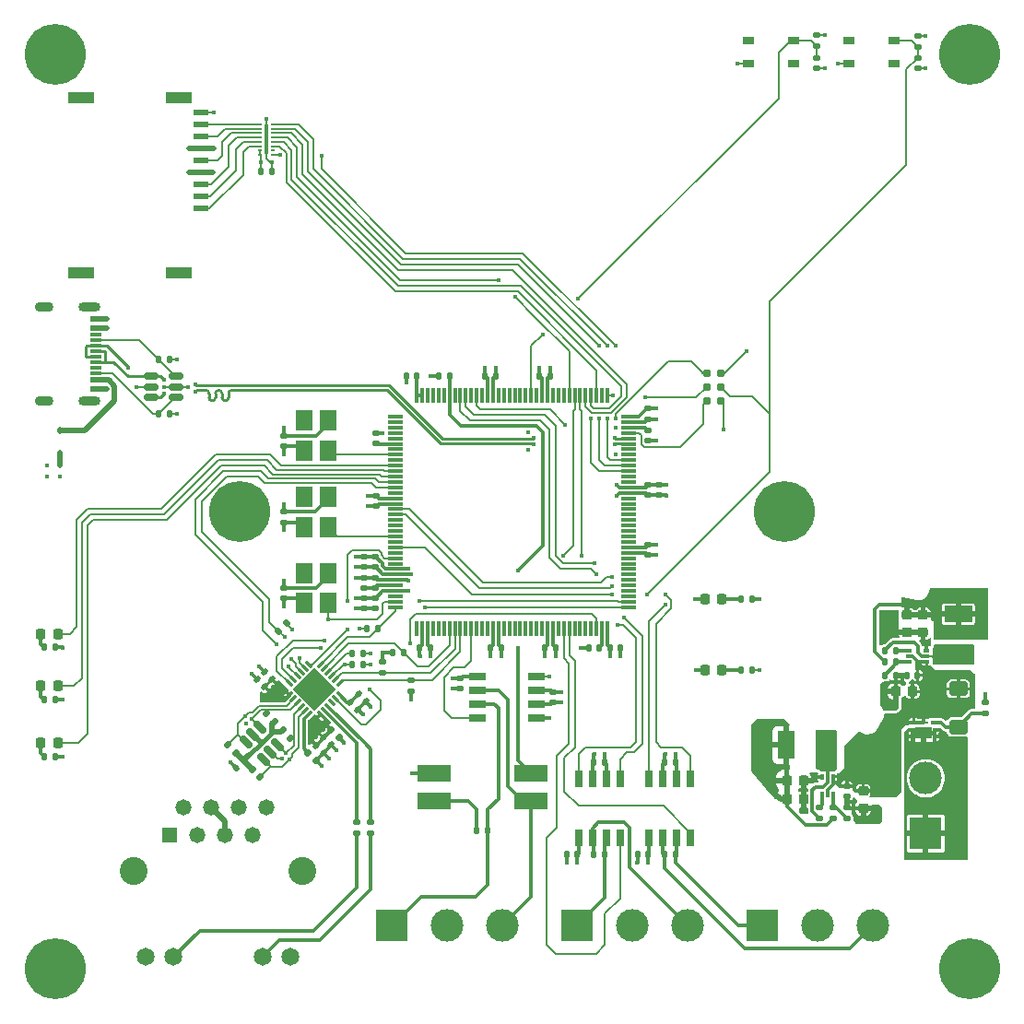
<source format=gbr>
%TF.GenerationSoftware,KiCad,Pcbnew,7.0.1*%
%TF.CreationDate,2023-07-13T18:43:16+01:00*%
%TF.ProjectId,Gateway Board,47617465-7761-4792-9042-6f6172642e6b,rev?*%
%TF.SameCoordinates,Original*%
%TF.FileFunction,Copper,L1,Top*%
%TF.FilePolarity,Positive*%
%FSLAX46Y46*%
G04 Gerber Fmt 4.6, Leading zero omitted, Abs format (unit mm)*
G04 Created by KiCad (PCBNEW 7.0.1) date 2023-07-13 18:43:16*
%MOMM*%
%LPD*%
G01*
G04 APERTURE LIST*
G04 Aperture macros list*
%AMRoundRect*
0 Rectangle with rounded corners*
0 $1 Rounding radius*
0 $2 $3 $4 $5 $6 $7 $8 $9 X,Y pos of 4 corners*
0 Add a 4 corners polygon primitive as box body*
4,1,4,$2,$3,$4,$5,$6,$7,$8,$9,$2,$3,0*
0 Add four circle primitives for the rounded corners*
1,1,$1+$1,$2,$3*
1,1,$1+$1,$4,$5*
1,1,$1+$1,$6,$7*
1,1,$1+$1,$8,$9*
0 Add four rect primitives between the rounded corners*
20,1,$1+$1,$2,$3,$4,$5,0*
20,1,$1+$1,$4,$5,$6,$7,0*
20,1,$1+$1,$6,$7,$8,$9,0*
20,1,$1+$1,$8,$9,$2,$3,0*%
%AMRotRect*
0 Rectangle, with rotation*
0 The origin of the aperture is its center*
0 $1 length*
0 $2 width*
0 $3 Rotation angle, in degrees counterclockwise*
0 Add horizontal line*
21,1,$1,$2,0,0,$3*%
G04 Aperture macros list end*
%TA.AperFunction,SMDPad,CuDef*%
%ADD10RoundRect,0.140000X-0.170000X0.140000X-0.170000X-0.140000X0.170000X-0.140000X0.170000X0.140000X0*%
%TD*%
%TA.AperFunction,SMDPad,CuDef*%
%ADD11RoundRect,0.135000X0.135000X0.185000X-0.135000X0.185000X-0.135000X-0.185000X0.135000X-0.185000X0*%
%TD*%
%TA.AperFunction,SMDPad,CuDef*%
%ADD12RoundRect,0.135000X0.185000X-0.135000X0.185000X0.135000X-0.185000X0.135000X-0.185000X-0.135000X0*%
%TD*%
%TA.AperFunction,SMDPad,CuDef*%
%ADD13R,2.500000X1.500000*%
%TD*%
%TA.AperFunction,SMDPad,CuDef*%
%ADD14RoundRect,0.218750X-0.218750X-0.256250X0.218750X-0.256250X0.218750X0.256250X-0.218750X0.256250X0*%
%TD*%
%TA.AperFunction,SMDPad,CuDef*%
%ADD15RoundRect,0.140000X-0.140000X-0.170000X0.140000X-0.170000X0.140000X0.170000X-0.140000X0.170000X0*%
%TD*%
%TA.AperFunction,SMDPad,CuDef*%
%ADD16R,0.650000X1.500000*%
%TD*%
%TA.AperFunction,SMDPad,CuDef*%
%ADD17RoundRect,0.135000X-0.185000X0.135000X-0.185000X-0.135000X0.185000X-0.135000X0.185000X0.135000X0*%
%TD*%
%TA.AperFunction,SMDPad,CuDef*%
%ADD18R,1.400000X0.620000*%
%TD*%
%TA.AperFunction,SMDPad,CuDef*%
%ADD19R,2.400000X1.100000*%
%TD*%
%TA.AperFunction,SMDPad,CuDef*%
%ADD20R,1.650000X1.950000*%
%TD*%
%TA.AperFunction,SMDPad,CuDef*%
%ADD21RoundRect,0.140000X0.170000X-0.140000X0.170000X0.140000X-0.170000X0.140000X-0.170000X-0.140000X0*%
%TD*%
%TA.AperFunction,SMDPad,CuDef*%
%ADD22RoundRect,0.140000X0.140000X0.170000X-0.140000X0.170000X-0.140000X-0.170000X0.140000X-0.170000X0*%
%TD*%
%TA.AperFunction,SMDPad,CuDef*%
%ADD23RoundRect,0.135000X-0.226274X-0.035355X-0.035355X-0.226274X0.226274X0.035355X0.035355X0.226274X0*%
%TD*%
%TA.AperFunction,ComponentPad*%
%ADD24R,3.000000X3.000000*%
%TD*%
%TA.AperFunction,ComponentPad*%
%ADD25C,3.000000*%
%TD*%
%TA.AperFunction,SMDPad,CuDef*%
%ADD26RoundRect,0.140000X0.219203X0.021213X0.021213X0.219203X-0.219203X-0.021213X-0.021213X-0.219203X0*%
%TD*%
%TA.AperFunction,SMDPad,CuDef*%
%ADD27RoundRect,0.225000X-0.225000X-0.250000X0.225000X-0.250000X0.225000X0.250000X-0.225000X0.250000X0*%
%TD*%
%TA.AperFunction,SMDPad,CuDef*%
%ADD28R,1.500000X0.650000*%
%TD*%
%TA.AperFunction,SMDPad,CuDef*%
%ADD29RoundRect,0.135000X-0.135000X-0.185000X0.135000X-0.185000X0.135000X0.185000X-0.135000X0.185000X0*%
%TD*%
%TA.AperFunction,SMDPad,CuDef*%
%ADD30RoundRect,0.225000X-0.250000X0.225000X-0.250000X-0.225000X0.250000X-0.225000X0.250000X0.225000X0*%
%TD*%
%TA.AperFunction,ComponentPad*%
%ADD31C,5.600000*%
%TD*%
%TA.AperFunction,SMDPad,CuDef*%
%ADD32RoundRect,0.135000X-0.035355X0.226274X-0.226274X0.035355X0.035355X-0.226274X0.226274X-0.035355X0*%
%TD*%
%TA.AperFunction,SMDPad,CuDef*%
%ADD33RoundRect,0.140000X-0.219203X-0.021213X-0.021213X-0.219203X0.219203X0.021213X0.021213X0.219203X0*%
%TD*%
%TA.AperFunction,SMDPad,CuDef*%
%ADD34R,3.100000X1.600000*%
%TD*%
%TA.AperFunction,SMDPad,CuDef*%
%ADD35R,0.300000X0.475000*%
%TD*%
%TA.AperFunction,SMDPad,CuDef*%
%ADD36RoundRect,0.135000X0.226274X0.035355X0.035355X0.226274X-0.226274X-0.035355X-0.035355X-0.226274X0*%
%TD*%
%TA.AperFunction,SMDPad,CuDef*%
%ADD37R,1.500000X2.500000*%
%TD*%
%TA.AperFunction,SMDPad,CuDef*%
%ADD38RoundRect,0.150000X0.468458X-0.256326X-0.256326X0.468458X-0.468458X0.256326X0.256326X-0.468458X0*%
%TD*%
%TA.AperFunction,SMDPad,CuDef*%
%ADD39R,1.140000X0.600000*%
%TD*%
%TA.AperFunction,SMDPad,CuDef*%
%ADD40R,1.140000X0.300000*%
%TD*%
%TA.AperFunction,ComponentPad*%
%ADD41O,2.000000X0.900000*%
%TD*%
%TA.AperFunction,ComponentPad*%
%ADD42O,1.700000X0.900000*%
%TD*%
%TA.AperFunction,ConnectorPad*%
%ADD43C,0.787400*%
%TD*%
%TA.AperFunction,SMDPad,CuDef*%
%ADD44R,0.475000X0.300000*%
%TD*%
%TA.AperFunction,SMDPad,CuDef*%
%ADD45RoundRect,0.150000X0.512500X0.150000X-0.512500X0.150000X-0.512500X-0.150000X0.512500X-0.150000X0*%
%TD*%
%TA.AperFunction,SMDPad,CuDef*%
%ADD46RoundRect,0.225000X0.225000X0.250000X-0.225000X0.250000X-0.225000X-0.250000X0.225000X-0.250000X0*%
%TD*%
%TA.AperFunction,ComponentPad*%
%ADD47R,1.478000X1.478000*%
%TD*%
%TA.AperFunction,ComponentPad*%
%ADD48C,1.478000*%
%TD*%
%TA.AperFunction,ComponentPad*%
%ADD49C,1.650000*%
%TD*%
%TA.AperFunction,ComponentPad*%
%ADD50C,2.565000*%
%TD*%
%TA.AperFunction,SMDPad,CuDef*%
%ADD51R,1.050000X0.650000*%
%TD*%
%TA.AperFunction,SMDPad,CuDef*%
%ADD52RoundRect,0.112500X0.112500X-0.187500X0.112500X0.187500X-0.112500X0.187500X-0.112500X-0.187500X0*%
%TD*%
%TA.AperFunction,SMDPad,CuDef*%
%ADD53RotRect,0.300000X0.800000X225.000000*%
%TD*%
%TA.AperFunction,SMDPad,CuDef*%
%ADD54RotRect,0.300000X0.800000X135.000000*%
%TD*%
%TA.AperFunction,SMDPad,CuDef*%
%ADD55RotRect,2.800000X2.800000X135.000000*%
%TD*%
%TA.AperFunction,SMDPad,CuDef*%
%ADD56RoundRect,0.140000X-0.021213X0.219203X-0.219203X0.021213X0.021213X-0.219203X0.219203X-0.021213X0*%
%TD*%
%TA.AperFunction,SMDPad,CuDef*%
%ADD57R,0.450000X0.200000*%
%TD*%
%TA.AperFunction,SMDPad,CuDef*%
%ADD58R,0.300000X2.800000*%
%TD*%
%TA.AperFunction,SMDPad,CuDef*%
%ADD59R,0.350000X0.400000*%
%TD*%
%TA.AperFunction,SMDPad,CuDef*%
%ADD60R,0.500000X0.400000*%
%TD*%
%TA.AperFunction,SMDPad,CuDef*%
%ADD61R,0.920000X0.285000*%
%TD*%
%TA.AperFunction,SMDPad,CuDef*%
%ADD62R,1.600000X1.050000*%
%TD*%
%TA.AperFunction,SMDPad,CuDef*%
%ADD63RoundRect,0.250000X-0.600000X0.400000X-0.600000X-0.400000X0.600000X-0.400000X0.600000X0.400000X0*%
%TD*%
%TA.AperFunction,SMDPad,CuDef*%
%ADD64R,1.475000X0.300000*%
%TD*%
%TA.AperFunction,SMDPad,CuDef*%
%ADD65R,0.300000X1.475000*%
%TD*%
%TA.AperFunction,ViaPad*%
%ADD66C,0.450000*%
%TD*%
%TA.AperFunction,Conductor*%
%ADD67C,0.300000*%
%TD*%
%TA.AperFunction,Conductor*%
%ADD68C,0.200000*%
%TD*%
%TA.AperFunction,Conductor*%
%ADD69C,0.500000*%
%TD*%
%TA.AperFunction,Conductor*%
%ADD70C,0.450000*%
%TD*%
%TA.AperFunction,Conductor*%
%ADD71C,0.250000*%
%TD*%
G04 APERTURE END LIST*
D10*
%TO.P,C309,1*%
%TO.N,+3.3V*%
X157500000Y-97520000D03*
%TO.P,C309,2*%
%TO.N,GND*%
X157500000Y-98480000D03*
%TD*%
D11*
%TO.P,R301,1*%
%TO.N,GND*%
X103020000Y-117250000D03*
%TO.P,R301,2*%
%TO.N,/Microcontroller/LEDR_K*%
X102000000Y-117250000D03*
%TD*%
D10*
%TO.P,C310,1*%
%TO.N,+3.3V*%
X131400000Y-107920000D03*
%TO.P,C310,2*%
%TO.N,GND*%
X131400000Y-108880000D03*
%TD*%
%TO.P,C324,1*%
%TO.N,/Microcontroller/VCAP2*%
X157500000Y-92520000D03*
%TO.P,C324,2*%
%TO.N,GND*%
X157500000Y-93480000D03*
%TD*%
D12*
%TO.P,R201,1*%
%TO.N,+5V*%
X174500000Y-128172000D03*
%TO.P,R201,2*%
%TO.N,/Power/5V_FB*%
X174500000Y-127152000D03*
%TD*%
D10*
%TO.P,C304,1*%
%TO.N,NRST*%
X182250000Y-58270000D03*
%TO.P,C304,2*%
%TO.N,GND*%
X182250000Y-59230000D03*
%TD*%
D12*
%TO.P,R207,1*%
%TO.N,/Power/RP_PMOS_G*%
X188500000Y-118510000D03*
%TO.P,R207,2*%
%TO.N,GND*%
X188500000Y-117490000D03*
%TD*%
D13*
%TO.P,L202,1*%
%TO.N,/Power/3V3_SW*%
X186000000Y-113100000D03*
%TO.P,L202,2*%
%TO.N,+3.3V*%
X186000000Y-109400000D03*
%TD*%
D11*
%TO.P,R302,1*%
%TO.N,/Microcontroller/CANH1*%
X142760000Y-129250000D03*
%TO.P,R302,2*%
%TO.N,/Microcontroller/CAN_SW*%
X141740000Y-129250000D03*
%TD*%
D14*
%TO.P,D302,1,K*%
%TO.N,/Microcontroller/LEDG_K*%
X101722500Y-111200000D03*
%TO.P,D302,2,A*%
%TO.N,LEDG*%
X103297500Y-111200000D03*
%TD*%
D15*
%TO.P,C320,1*%
%TO.N,+3.3V*%
X142520000Y-87500000D03*
%TO.P,C320,2*%
%TO.N,GND*%
X143480000Y-87500000D03*
%TD*%
D16*
%TO.P,IC304,1,TXD*%
%TO.N,CAN_TX3*%
X161405000Y-124550000D03*
%TO.P,IC304,2,GND*%
%TO.N,GND*%
X160135000Y-124550000D03*
%TO.P,IC304,3,VCC*%
%TO.N,+5V*%
X158865000Y-124550000D03*
%TO.P,IC304,4,RXD*%
%TO.N,CAN_RX3*%
X157595000Y-124550000D03*
%TO.P,IC304,5,VIO*%
%TO.N,+3.3V*%
X157595000Y-129950000D03*
%TO.P,IC304,6,CANL*%
%TO.N,/Microcontroller/CANL3*%
X158865000Y-129950000D03*
%TO.P,IC304,7,CANH*%
%TO.N,/Microcontroller/CANH3*%
X160135000Y-129950000D03*
%TO.P,IC304,8,S*%
%TO.N,SILENT3*%
X161405000Y-129950000D03*
%TD*%
D17*
%TO.P,R413,1*%
%TO.N,/Ethernet/LED1*%
X132000000Y-128490000D03*
%TO.P,R413,2*%
%TO.N,/Ethernet/Y_K*%
X132000000Y-129510000D03*
%TD*%
D18*
%TO.P,J302,1,DAT2*%
%TO.N,/Microcontroller/DAT2*%
X116420000Y-72105000D03*
%TO.P,J302,2,CD/DAT3*%
%TO.N,/Microcontroller/DAT3*%
X116420000Y-71005000D03*
%TO.P,J302,3,CMD*%
%TO.N,/Microcontroller/CMD*%
X116420000Y-69905000D03*
%TO.P,J302,4,VDD*%
%TO.N,+3.3V*%
X116420000Y-68805000D03*
%TO.P,J302,5,CLK*%
%TO.N,/Microcontroller/CLK*%
X116420000Y-67705000D03*
%TO.P,J302,6,VSS*%
%TO.N,GND*%
X116420000Y-66605000D03*
%TO.P,J302,7,DAT0*%
%TO.N,/Microcontroller/DAT0*%
X116420000Y-65505000D03*
%TO.P,J302,8,DAT1*%
%TO.N,/Microcontroller/DAT1*%
X116420000Y-64405000D03*
%TO.P,J302,9,CD*%
%TO.N,SDMMC1_CD*%
X116420000Y-63305000D03*
D19*
%TO.P,J302,10,MP1*%
%TO.N,unconnected-(J302-MP1-Pad10)*%
X114420000Y-61925000D03*
%TO.P,J302,11,MP2*%
%TO.N,unconnected-(J302-MP2-Pad11)*%
X105420000Y-61925000D03*
%TO.P,J302,12,MP3*%
%TO.N,unconnected-(J302-MP3-Pad12)*%
X105420000Y-78075000D03*
%TO.P,J302,13,MP4*%
%TO.N,unconnected-(J302-MP4-Pad13)*%
X114420000Y-78075000D03*
%TD*%
D20*
%TO.P,X303,1,OE*%
%TO.N,unconnected-(X303-OE-Pad1)*%
X125900000Y-91625000D03*
%TO.P,X303,2,GND*%
%TO.N,GND*%
X125900000Y-94375000D03*
%TO.P,X303,3,OUT*%
%TO.N,OSC32K*%
X128100000Y-94375000D03*
%TO.P,X303,4,VDD*%
%TO.N,+3.3V*%
X128100000Y-91625000D03*
%TD*%
D17*
%TO.P,R402,1*%
%TO.N,+3.3V*%
X133100000Y-113790000D03*
%TO.P,R402,2*%
%TO.N,ETH_RXD0*%
X133100000Y-114810000D03*
%TD*%
D10*
%TO.P,C308,1*%
%TO.N,+3.3V*%
X132400000Y-107920000D03*
%TO.P,C308,2*%
%TO.N,GND*%
X132400000Y-108880000D03*
%TD*%
D21*
%TO.P,C305,1*%
%TO.N,/Microcontroller/VREF+*%
X132400000Y-106980000D03*
%TO.P,C305,2*%
%TO.N,GND*%
X132400000Y-106020000D03*
%TD*%
D22*
%TO.P,C204,1*%
%TO.N,VIN*%
X182230000Y-115000000D03*
%TO.P,C204,2*%
%TO.N,GND*%
X181270000Y-115000000D03*
%TD*%
D11*
%TO.P,R303,1*%
%TO.N,GND*%
X103020000Y-112450000D03*
%TO.P,R303,2*%
%TO.N,/Microcontroller/LEDG_K*%
X102000000Y-112450000D03*
%TD*%
D15*
%TO.P,C6,1*%
%TO.N,+5V*%
X159040000Y-123000000D03*
%TO.P,C6,2*%
%TO.N,GND*%
X160000000Y-123000000D03*
%TD*%
D23*
%TO.P,R411,1*%
%TO.N,+3.3VA*%
X123939376Y-120039376D03*
%TO.P,R411,2*%
%TO.N,/Ethernet/RXN*%
X124660624Y-120760624D03*
%TD*%
D12*
%TO.P,R311,1*%
%TO.N,BTN*%
X173000000Y-57250000D03*
%TO.P,R311,2*%
%TO.N,+3.3V*%
X173000000Y-56230000D03*
%TD*%
D22*
%TO.P,C323,1*%
%TO.N,/Microcontroller/VCAP1*%
X152980000Y-112500000D03*
%TO.P,C323,2*%
%TO.N,GND*%
X152020000Y-112500000D03*
%TD*%
D24*
%TO.P,J304,1,Pin_1*%
%TO.N,/Microcontroller/CANH1*%
X133920000Y-138000000D03*
D25*
%TO.P,J304,2,Pin_2*%
%TO.N,GND*%
X139000000Y-138000000D03*
%TO.P,J304,3,Pin_3*%
%TO.N,/Microcontroller/CANL1*%
X144080000Y-138000000D03*
%TD*%
D26*
%TO.P,C404,1*%
%TO.N,+3.3VA*%
X122268091Y-116064945D03*
%TO.P,C404,2*%
%TO.N,GND*%
X121589269Y-115386123D03*
%TD*%
D21*
%TO.P,C314,1*%
%TO.N,+3.3V*%
X132400000Y-105080000D03*
%TO.P,C314,2*%
%TO.N,GND*%
X132400000Y-104120000D03*
%TD*%
D22*
%TO.P,C3,1*%
%TO.N,+3.3V*%
X150980000Y-131500000D03*
%TO.P,C3,2*%
%TO.N,GND*%
X150020000Y-131500000D03*
%TD*%
D27*
%TO.P,C207,1*%
%TO.N,+5V*%
X170225000Y-124662000D03*
%TO.P,C207,2*%
%TO.N,GND*%
X171775000Y-124662000D03*
%TD*%
D28*
%TO.P,IC302,1,TXD*%
%TO.N,CAN_TX1*%
X147200000Y-118905000D03*
%TO.P,IC302,2,GND*%
%TO.N,GND*%
X147200000Y-117635000D03*
%TO.P,IC302,3,VCC*%
%TO.N,+5V*%
X147200000Y-116365000D03*
%TO.P,IC302,4,RXD*%
%TO.N,CAN_RX1*%
X147200000Y-115095000D03*
%TO.P,IC302,5,VIO*%
%TO.N,+3.3V*%
X141800000Y-115095000D03*
%TO.P,IC302,6,CANL*%
%TO.N,/Microcontroller/CANL1*%
X141800000Y-116365000D03*
%TO.P,IC302,7,CANH*%
%TO.N,/Microcontroller/CANH1*%
X141800000Y-117635000D03*
%TO.P,IC302,8,S*%
%TO.N,SILENT1*%
X141800000Y-118905000D03*
%TD*%
D20*
%TO.P,X301,1,OE*%
%TO.N,unconnected-(X301-OE-Pad1)*%
X125900000Y-105625000D03*
%TO.P,X301,2,GND*%
%TO.N,GND*%
X125900000Y-108375000D03*
%TO.P,X301,3,OUT*%
%TO.N,ETH_REF_CLK*%
X128100000Y-108375000D03*
%TO.P,X301,4,VDD*%
%TO.N,+3.3V*%
X128100000Y-105625000D03*
%TD*%
D29*
%TO.P,R401,1*%
%TO.N,/Ethernet/PHYAD0*%
X130290000Y-113000000D03*
%TO.P,R401,2*%
%TO.N,GND*%
X131310000Y-113000000D03*
%TD*%
D15*
%TO.P,C4,1*%
%TO.N,+5V*%
X152520000Y-123000000D03*
%TO.P,C4,2*%
%TO.N,GND*%
X153480000Y-123000000D03*
%TD*%
D24*
%TO.P,J306,1,Pin_1*%
%TO.N,/Microcontroller/CANH3*%
X168000000Y-138000000D03*
D25*
%TO.P,J306,2,Pin_2*%
%TO.N,GND*%
X173080000Y-138000000D03*
%TO.P,J306,3,Pin_3*%
%TO.N,/Microcontroller/CANL3*%
X178160000Y-138000000D03*
%TD*%
D14*
%TO.P,D201,1,K*%
%TO.N,GND*%
X162712500Y-114500000D03*
%TO.P,D201,2,A*%
%TO.N,/Power/5V_LED_A*%
X164287500Y-114500000D03*
%TD*%
D20*
%TO.P,X302,1,OE*%
%TO.N,unconnected-(X302-OE-Pad1)*%
X125900000Y-98625000D03*
%TO.P,X302,2,GND*%
%TO.N,GND*%
X125900000Y-101375000D03*
%TO.P,X302,3,OUT*%
%TO.N,OSC25M*%
X128100000Y-101375000D03*
%TO.P,X302,4,VDD*%
%TO.N,+3.3V*%
X128100000Y-98625000D03*
%TD*%
D30*
%TO.P,C208,1*%
%TO.N,+3.3V*%
X182750000Y-109475000D03*
%TO.P,C208,2*%
%TO.N,GND*%
X182750000Y-111025000D03*
%TD*%
D17*
%TO.P,R412,1*%
%TO.N,/Ethernet/LED2*%
X130750000Y-128480000D03*
%TO.P,R412,2*%
%TO.N,/Ethernet/G_K*%
X130750000Y-129500000D03*
%TD*%
D31*
%TO.P,H101,1,1*%
%TO.N,GND*%
X103000000Y-58000000D03*
%TD*%
D32*
%TO.P,R406,1*%
%TO.N,+3.3V*%
X124260624Y-110239376D03*
%TO.P,R406,2*%
%TO.N,ETH_INT*%
X123539376Y-110960624D03*
%TD*%
D22*
%TO.P,C313,1*%
%TO.N,+3.3V*%
X137480000Y-112500000D03*
%TO.P,C313,2*%
%TO.N,GND*%
X136520000Y-112500000D03*
%TD*%
D29*
%TO.P,R308,1*%
%TO.N,/Microcontroller/CC1*%
X112490000Y-86000000D03*
%TO.P,R308,2*%
%TO.N,GND*%
X113510000Y-86000000D03*
%TD*%
%TO.P,R203,1*%
%TO.N,+3.3V*%
X179240000Y-113750000D03*
%TO.P,R203,2*%
%TO.N,/Power/3V3_FB*%
X180260000Y-113750000D03*
%TD*%
D21*
%TO.P,C301,1*%
%TO.N,GND*%
X124000000Y-93960000D03*
%TO.P,C301,2*%
%TO.N,+3.3V*%
X124000000Y-93000000D03*
%TD*%
D33*
%TO.P,C405,1*%
%TO.N,+3.3VA*%
X126989269Y-121436123D03*
%TO.P,C405,2*%
%TO.N,GND*%
X127668091Y-122114945D03*
%TD*%
D34*
%TO.P,SW301,1*%
%TO.N,+3.3V*%
X137805000Y-123980000D03*
%TO.P,SW301,2*%
%TO.N,/Microcontroller/CAN_SW*%
X137805000Y-126520000D03*
%TO.P,SW301,3*%
%TO.N,/Microcontroller/CANL1*%
X146695000Y-126520000D03*
%TO.P,SW301,4*%
%TO.N,BOOT0*%
X146695000Y-123980000D03*
%TD*%
D23*
%TO.P,R410,1*%
%TO.N,+3.3VA*%
X121139376Y-123639376D03*
%TO.P,R410,2*%
%TO.N,/Ethernet/RXP*%
X121860624Y-124360624D03*
%TD*%
D10*
%TO.P,C316,1*%
%TO.N,+3.3V*%
X157500000Y-90520000D03*
%TO.P,C316,2*%
%TO.N,GND*%
X157500000Y-91480000D03*
%TD*%
D35*
%TO.P,IC201,1,VIN*%
%TO.N,VIN*%
X174500000Y-124324000D03*
%TO.P,IC201,2,SW*%
%TO.N,/Power/5V_SW*%
X174000000Y-124324000D03*
%TO.P,IC201,3,GND*%
%TO.N,GND*%
X173500000Y-124324000D03*
%TO.P,IC201,4,BST*%
%TO.N,/Power/5V_BST*%
X173500000Y-126000000D03*
%TO.P,IC201,5,EN*%
%TO.N,VIN*%
X174000000Y-126000000D03*
%TO.P,IC201,6,FB*%
%TO.N,/Power/5V_FB*%
X174500000Y-126000000D03*
%TD*%
D29*
%TO.P,R307,1*%
%TO.N,/Microcontroller/CANL2*%
X152490000Y-131500000D03*
%TO.P,R307,2*%
%TO.N,/Microcontroller/CANH2*%
X153510000Y-131500000D03*
%TD*%
%TO.P,R310,1*%
%TO.N,/Microcontroller/CANL3*%
X158990000Y-131500000D03*
%TO.P,R310,2*%
%TO.N,/Microcontroller/CANH3*%
X160010000Y-131500000D03*
%TD*%
D22*
%TO.P,C206,1*%
%TO.N,/Power/3V3_BST*%
X180230000Y-112750000D03*
%TO.P,C206,2*%
%TO.N,/Power/3V3_SW*%
X179270000Y-112750000D03*
%TD*%
D36*
%TO.P,R408,1*%
%TO.N,+3.3VA*%
X123160624Y-119260624D03*
%TO.P,R408,2*%
%TO.N,/Ethernet/TXP*%
X122439376Y-118539376D03*
%TD*%
D21*
%TO.P,C322,1*%
%TO.N,+3.3V*%
X131400000Y-105080000D03*
%TO.P,C322,2*%
%TO.N,GND*%
X131400000Y-104120000D03*
%TD*%
D37*
%TO.P,L201,1*%
%TO.N,/Power/5V_SW*%
X173850000Y-121412000D03*
%TO.P,L201,2*%
%TO.N,+5V*%
X170150000Y-121412000D03*
%TD*%
D38*
%TO.P,U401,1,IO1*%
%TO.N,/Ethernet/RXP*%
X122132583Y-122726085D03*
%TO.P,U401,2,GND*%
%TO.N,GND*%
X122804334Y-122054334D03*
%TO.P,U401,3,IO2*%
%TO.N,/Ethernet/RXN*%
X123476085Y-121382583D03*
%TO.P,U401,4,IO3*%
%TO.N,/Ethernet/TXP*%
X121867417Y-119773915D03*
%TO.P,U401,5,VBUS*%
%TO.N,+3.3VA*%
X121195666Y-120445666D03*
%TO.P,U401,6,IO4*%
%TO.N,/Ethernet/TXN*%
X120523915Y-121117417D03*
%TD*%
D23*
%TO.P,R407,1*%
%TO.N,/Ethernet/RBIAS*%
X126268056Y-122114910D03*
%TO.P,R407,2*%
%TO.N,GND*%
X126989304Y-122836158D03*
%TD*%
D10*
%TO.P,C1,1*%
%TO.N,+3.3V*%
X140250000Y-115270000D03*
%TO.P,C1,2*%
%TO.N,GND*%
X140250000Y-116230000D03*
%TD*%
D14*
%TO.P,D202,1,K*%
%TO.N,GND*%
X162712500Y-108000000D03*
%TO.P,D202,2,A*%
%TO.N,/Power/3V3_LED_A*%
X164287500Y-108000000D03*
%TD*%
D26*
%TO.P,C406,1*%
%TO.N,+3.3VA*%
X122968091Y-115364945D03*
%TO.P,C406,2*%
%TO.N,GND*%
X122289269Y-114686123D03*
%TD*%
D39*
%TO.P,J303,A1_B12,GND*%
%TO.N,GND*%
X106750000Y-82300000D03*
%TO.P,J303,A4_B9,VBUS*%
%TO.N,VBUS*%
X106750000Y-83100000D03*
D40*
%TO.P,J303,A5,CC1*%
%TO.N,/Microcontroller/CC1*%
X106750000Y-84250000D03*
%TO.P,J303,A6,DP1*%
%TO.N,USB_DP*%
X106750000Y-85250000D03*
%TO.P,J303,A7,DN1*%
%TO.N,USB_DN*%
X106750000Y-85750000D03*
%TO.P,J303,A8,SBU1*%
%TO.N,unconnected-(J303-SBU1-PadA8)*%
X106750000Y-86750000D03*
D39*
%TO.P,J303,B1_A12,GND*%
%TO.N,GND*%
X106750000Y-88700000D03*
%TO.P,J303,B4_A9,VBUS*%
%TO.N,VBUS*%
X106750000Y-87900000D03*
D40*
%TO.P,J303,B5,CC2*%
%TO.N,/Microcontroller/CC2*%
X106750000Y-87250000D03*
%TO.P,J303,B6,DP2*%
%TO.N,USB_DP*%
X106750000Y-86250000D03*
%TO.P,J303,B7,DN2*%
%TO.N,USB_DN*%
X106750000Y-84750000D03*
%TO.P,J303,B8,SBU2*%
%TO.N,unconnected-(J303-SBU2-PadB8)*%
X106750000Y-83750000D03*
D41*
%TO.P,J303,S1,SHIELD*%
%TO.N,unconnected-(J303-SHIELD-PadS1)*%
X106170000Y-81175000D03*
%TO.P,J303,S2,SHIELD*%
%TO.N,unconnected-(J303-SHIELD-PadS2)*%
X106170000Y-89825000D03*
D42*
%TO.P,J303,S3,SHIELD*%
%TO.N,unconnected-(J303-SHIELD-PadS3)*%
X102000000Y-81175000D03*
%TO.P,J303,S4,SHIELD*%
%TO.N,unconnected-(J303-SHIELD-PadS4)*%
X102000000Y-89825000D03*
%TD*%
D24*
%TO.P,J305,1,Pin_1*%
%TO.N,/Microcontroller/CANH2*%
X150920000Y-138000000D03*
D25*
%TO.P,J305,2,Pin_2*%
%TO.N,GND*%
X156000000Y-138000000D03*
%TO.P,J305,3,Pin_3*%
%TO.N,/Microcontroller/CANL2*%
X161080000Y-138000000D03*
%TD*%
D43*
%TO.P,J301,1,VCC*%
%TO.N,+3.3V*%
X164135000Y-89770000D03*
%TO.P,J301,2,SWDIO*%
%TO.N,SWDIO*%
X162865000Y-89770000D03*
%TO.P,J301,3,~{RESET}*%
%TO.N,NRST*%
X164135000Y-88500000D03*
%TO.P,J301,4,SWCLK*%
%TO.N,SWCLK*%
X162865000Y-88500000D03*
%TO.P,J301,5,GND*%
%TO.N,GND*%
X164135000Y-87230000D03*
%TO.P,J301,6,SWO*%
%TO.N,SWO*%
X162865000Y-87230000D03*
%TD*%
D11*
%TO.P,R304,1*%
%TO.N,GND*%
X103020000Y-122450000D03*
%TO.P,R304,2*%
%TO.N,/Microcontroller/LEDB_K*%
X102000000Y-122450000D03*
%TD*%
D31*
%TO.P,H104,1,1*%
%TO.N,GND*%
X187000000Y-142000000D03*
%TD*%
D44*
%TO.P,IC202,1,VIN*%
%TO.N,VIN*%
X183088000Y-113750000D03*
%TO.P,IC202,2,SW*%
%TO.N,/Power/3V3_SW*%
X183088000Y-113250000D03*
%TO.P,IC202,3,GND*%
%TO.N,GND*%
X183088000Y-112750000D03*
%TO.P,IC202,4,BST*%
%TO.N,/Power/3V3_BST*%
X181412000Y-112750000D03*
%TO.P,IC202,5,EN*%
%TO.N,VIN*%
X181412000Y-113250000D03*
%TO.P,IC202,6,FB*%
%TO.N,/Power/3V3_FB*%
X181412000Y-113750000D03*
%TD*%
D12*
%TO.P,R403,1*%
%TO.N,+3.3V*%
X135700000Y-116510000D03*
%TO.P,R403,2*%
%TO.N,ETH_RXD1*%
X135700000Y-115490000D03*
%TD*%
%TO.P,R202,1*%
%TO.N,/Power/5V_FB*%
X175750000Y-128192000D03*
%TO.P,R202,2*%
%TO.N,GND*%
X175750000Y-127172000D03*
%TD*%
D15*
%TO.P,C325,1*%
%TO.N,+3.3V*%
X121945000Y-68700000D03*
%TO.P,C325,2*%
%TO.N,GND*%
X122905000Y-68700000D03*
%TD*%
D16*
%TO.P,IC303,1,TXD*%
%TO.N,CAN_TX2*%
X154905000Y-124550000D03*
%TO.P,IC303,2,GND*%
%TO.N,GND*%
X153635000Y-124550000D03*
%TO.P,IC303,3,VCC*%
%TO.N,+5V*%
X152365000Y-124550000D03*
%TO.P,IC303,4,RXD*%
%TO.N,CAN_RX2*%
X151095000Y-124550000D03*
%TO.P,IC303,5,VIO*%
%TO.N,+3.3V*%
X151095000Y-129950000D03*
%TO.P,IC303,6,CANL*%
%TO.N,/Microcontroller/CANL2*%
X152365000Y-129950000D03*
%TO.P,IC303,7,CANH*%
%TO.N,/Microcontroller/CANH2*%
X153635000Y-129950000D03*
%TO.P,IC303,8,S*%
%TO.N,SILENT2*%
X154905000Y-129950000D03*
%TD*%
D15*
%TO.P,C317,1*%
%TO.N,+3.3V*%
X154020000Y-112500000D03*
%TO.P,C317,2*%
%TO.N,GND*%
X154980000Y-112500000D03*
%TD*%
D45*
%TO.P,U302,1,IO1*%
%TO.N,/Microcontroller/CC2*%
X114137500Y-89450000D03*
%TO.P,U302,2,GND*%
%TO.N,GND*%
X114137500Y-88500000D03*
%TO.P,U302,3,IO2*%
%TO.N,/Microcontroller/CC1*%
X114137500Y-87550000D03*
%TO.P,U302,4,IO3*%
%TO.N,USB_DP*%
X111862500Y-87550000D03*
%TO.P,U302,5,VBUS*%
%TO.N,VBUS*%
X111862500Y-88500000D03*
%TO.P,U302,6,IO4*%
%TO.N,USB_DN*%
X111862500Y-89450000D03*
%TD*%
D46*
%TO.P,C202,1*%
%TO.N,VIN*%
X181775000Y-116500000D03*
%TO.P,C202,2*%
%TO.N,GND*%
X180225000Y-116500000D03*
%TD*%
D33*
%TO.P,C403,1*%
%TO.N,/Ethernet/VDDCR*%
X130160589Y-117460589D03*
%TO.P,C403,2*%
%TO.N,GND*%
X130839411Y-118139411D03*
%TD*%
D14*
%TO.P,D303,1,K*%
%TO.N,/Microcontroller/LEDB_K*%
X101722500Y-121200000D03*
%TO.P,D303,2,A*%
%TO.N,LEDB*%
X103297500Y-121200000D03*
%TD*%
D29*
%TO.P,R309,1*%
%TO.N,/Microcontroller/CC2*%
X112490000Y-91000000D03*
%TO.P,R309,2*%
%TO.N,GND*%
X113510000Y-91000000D03*
%TD*%
D33*
%TO.P,C402,1*%
%TO.N,/Ethernet/VDDCR*%
X130860589Y-116760589D03*
%TO.P,C402,2*%
%TO.N,GND*%
X131539411Y-117439411D03*
%TD*%
D10*
%TO.P,C315,1*%
%TO.N,+3.3V*%
X158500000Y-97520000D03*
%TO.P,C315,2*%
%TO.N,GND*%
X158500000Y-98480000D03*
%TD*%
D36*
%TO.P,R409,1*%
%TO.N,+3.3VA*%
X119610624Y-122110624D03*
%TO.P,R409,2*%
%TO.N,/Ethernet/TXN*%
X118889376Y-121389376D03*
%TD*%
D47*
%TO.P,J401,1,TD+*%
%TO.N,/Ethernet/TXP*%
X113555000Y-129650000D03*
D48*
%TO.P,J401,2,TD-*%
%TO.N,/Ethernet/TXN*%
X114825000Y-127110000D03*
%TO.P,J401,3,RD+*%
%TO.N,/Ethernet/RXP*%
X116095000Y-129650000D03*
%TO.P,J401,4,TCT*%
%TO.N,+3.3VA*%
X117365000Y-127110000D03*
%TO.P,J401,5,RCT*%
X118635000Y-129650000D03*
%TO.P,J401,6,RD-*%
%TO.N,/Ethernet/RXN*%
X119905000Y-127110000D03*
%TO.P,J401,7,NC*%
%TO.N,unconnected-(J401-NC-Pad7)*%
X121175000Y-129650000D03*
%TO.P,J401,8,CHS_GND*%
%TO.N,GND*%
X122445000Y-127110000D03*
D49*
%TO.P,J401,9*%
%TO.N,+3.3V*%
X111375000Y-140900000D03*
%TO.P,J401,10*%
%TO.N,/Ethernet/G_K*%
X113915000Y-140900000D03*
%TO.P,J401,11*%
%TO.N,/Ethernet/Y_K*%
X122085000Y-140900000D03*
%TO.P,J401,12*%
%TO.N,+3.3V*%
X124625000Y-140900000D03*
D50*
%TO.P,J401,S1,SHIELD*%
%TO.N,GND*%
X125745000Y-132950000D03*
%TO.P,J401,S2,SHIELD*%
X110255000Y-132950000D03*
%TD*%
D51*
%TO.P,S301,1,NO_1*%
%TO.N,unconnected-(S301-NO_1-Pad1)*%
X175925000Y-56675000D03*
%TO.P,S301,2,NO_2*%
%TO.N,NRST*%
X180075000Y-56675000D03*
%TO.P,S301,3,COM_1*%
%TO.N,GND*%
X175925000Y-58825000D03*
%TO.P,S301,4,COM_2*%
%TO.N,unconnected-(S301-COM_2-Pad4)*%
X180075000Y-58825000D03*
%TD*%
%TO.P,S302,1,NO_1*%
%TO.N,unconnected-(S302-NO_1-Pad1)*%
X166675000Y-56675000D03*
%TO.P,S302,2,NO_2*%
%TO.N,BTN*%
X170825000Y-56675000D03*
%TO.P,S302,3,COM_1*%
%TO.N,GND*%
X166675000Y-58825000D03*
%TO.P,S302,4,COM_2*%
%TO.N,unconnected-(S302-COM_2-Pad4)*%
X170825000Y-58825000D03*
%TD*%
D11*
%TO.P,R205,1*%
%TO.N,+5V*%
X167010000Y-114500000D03*
%TO.P,R205,2*%
%TO.N,/Power/5V_LED_A*%
X165990000Y-114500000D03*
%TD*%
D23*
%TO.P,FB401,1*%
%TO.N,+3.3VA*%
X128368056Y-120014910D03*
%TO.P,FB401,2*%
%TO.N,+3.3V*%
X129089304Y-120736158D03*
%TD*%
D24*
%TO.P,J201,1,Pin_1*%
%TO.N,VIN_RAW*%
X183000000Y-129540000D03*
D25*
%TO.P,J201,2,Pin_2*%
%TO.N,GND*%
X183000000Y-124460000D03*
%TD*%
D21*
%TO.P,C303,1*%
%TO.N,GND*%
X124000000Y-107960000D03*
%TO.P,C303,2*%
%TO.N,+3.3V*%
X124000000Y-107000000D03*
%TD*%
D52*
%TO.P,D304,1,K*%
%TO.N,VIN*%
X103500000Y-94650000D03*
%TO.P,D304,2,A*%
%TO.N,VBUS*%
X103500000Y-92550000D03*
%TD*%
D31*
%TO.P,H103,1,1*%
%TO.N,GND*%
X187000000Y-58000000D03*
%TD*%
D33*
%TO.P,C407,1*%
%TO.N,+3.3VA*%
X127689269Y-120736123D03*
%TO.P,C407,2*%
%TO.N,GND*%
X128368091Y-121414945D03*
%TD*%
D22*
%TO.P,C318,1*%
%TO.N,+3.3V*%
X148980000Y-112500000D03*
%TO.P,C318,2*%
%TO.N,GND*%
X148020000Y-112500000D03*
%TD*%
D11*
%TO.P,R306,1*%
%TO.N,BOOT0*%
X139250000Y-87500000D03*
%TO.P,R306,2*%
%TO.N,GND*%
X138230000Y-87500000D03*
%TD*%
D29*
%TO.P,R405,1*%
%TO.N,+3.3V*%
X131690000Y-110700000D03*
%TO.P,R405,2*%
%TO.N,ETH_MDIO*%
X132710000Y-110700000D03*
%TD*%
D22*
%TO.P,C5,1*%
%TO.N,+3.3V*%
X157480000Y-131500000D03*
%TO.P,C5,2*%
%TO.N,GND*%
X156520000Y-131500000D03*
%TD*%
D53*
%TO.P,IC401,1,VDD2A*%
%TO.N,+3.3VA*%
X127396447Y-118582641D03*
%TO.P,IC401,2,LED2/~{INTSEL}*%
%TO.N,/Ethernet/LED2*%
X127750000Y-118229088D03*
%TO.P,IC401,3,LED1/REGOFF*%
%TO.N,/Ethernet/LED1*%
X128103554Y-117875534D03*
%TO.P,IC401,4,XTAL2*%
%TO.N,unconnected-(IC401-XTAL2-Pad4)*%
X128457107Y-117521981D03*
%TO.P,IC401,5,XTAL1/CLKIN*%
%TO.N,ETH_REF_CLK*%
X128810661Y-117168427D03*
%TO.P,IC401,6,VDDCR*%
%TO.N,/Ethernet/VDDCR*%
X129164214Y-116814874D03*
D54*
%TO.P,IC401,7,RXD1/MODE1*%
%TO.N,ETH_RXD1*%
X129164214Y-115754214D03*
%TO.P,IC401,8,RXD0/MODE0*%
%TO.N,ETH_RXD0*%
X128810661Y-115400661D03*
%TO.P,IC401,9,VDDIO*%
%TO.N,+3.3V*%
X128457107Y-115047107D03*
%TO.P,IC401,10,RXER/PHYAD0*%
%TO.N,/Ethernet/PHYAD0*%
X128103554Y-114693554D03*
%TO.P,IC401,11,CRS_DV/MODE2*%
%TO.N,ETH_CRS_DV*%
X127750000Y-114340000D03*
%TO.P,IC401,12,MDIO*%
%TO.N,ETH_MDIO*%
X127396447Y-113986447D03*
D53*
%TO.P,IC401,13,MDC*%
%TO.N,ETH_MDC*%
X126335787Y-113986447D03*
%TO.P,IC401,14,~{INT}/REFCLKO*%
%TO.N,ETH_INT*%
X125982234Y-114340000D03*
%TO.P,IC401,15,~{RST}*%
%TO.N,ETH_RST*%
X125628680Y-114693554D03*
%TO.P,IC401,16,TXEN*%
%TO.N,ETH_TX_EN*%
X125275127Y-115047107D03*
%TO.P,IC401,17,TXD0*%
%TO.N,ETH_TXD0*%
X124921573Y-115400661D03*
%TO.P,IC401,18,TXD1*%
%TO.N,ETH_TXD1*%
X124568020Y-115754214D03*
D54*
%TO.P,IC401,19,VDD1A*%
%TO.N,+3.3VA*%
X124568020Y-116814874D03*
%TO.P,IC401,20,TXN*%
%TO.N,/Ethernet/TXN*%
X124921573Y-117168427D03*
%TO.P,IC401,21,TXP*%
%TO.N,/Ethernet/TXP*%
X125275127Y-117521981D03*
%TO.P,IC401,22,RXN*%
%TO.N,/Ethernet/RXN*%
X125628680Y-117875534D03*
%TO.P,IC401,23,RXP*%
%TO.N,/Ethernet/RXP*%
X125982234Y-118229088D03*
%TO.P,IC401,24,RBIAS*%
%TO.N,/Ethernet/RBIAS*%
X126335787Y-118582641D03*
D55*
%TO.P,IC401,25,VSS*%
%TO.N,GND*%
X126866117Y-116284544D03*
%TD*%
D10*
%TO.P,C326,1*%
%TO.N,BTN*%
X173000000Y-58270000D03*
%TO.P,C326,2*%
%TO.N,GND*%
X173000000Y-59230000D03*
%TD*%
D21*
%TO.P,C312,1*%
%TO.N,+3.3V*%
X132500000Y-99480000D03*
%TO.P,C312,2*%
%TO.N,GND*%
X132500000Y-98520000D03*
%TD*%
D22*
%TO.P,C401,1*%
%TO.N,GND*%
X131280000Y-114000000D03*
%TO.P,C401,2*%
%TO.N,+3.3V*%
X130320000Y-114000000D03*
%TD*%
%TO.P,C319,1*%
%TO.N,+3.3V*%
X143980000Y-112500000D03*
%TO.P,C319,2*%
%TO.N,GND*%
X143020000Y-112500000D03*
%TD*%
D12*
%TO.P,R305,1*%
%TO.N,NRST*%
X182250000Y-57260000D03*
%TO.P,R305,2*%
%TO.N,+3.3V*%
X182250000Y-56240000D03*
%TD*%
D30*
%TO.P,C210,1*%
%TO.N,+3.3V*%
X181250000Y-109475000D03*
%TO.P,C210,2*%
%TO.N,GND*%
X181250000Y-111025000D03*
%TD*%
D27*
%TO.P,C209,1*%
%TO.N,+5V*%
X170225000Y-126412000D03*
%TO.P,C209,2*%
%TO.N,GND*%
X171775000Y-126412000D03*
%TD*%
D21*
%TO.P,C311,1*%
%TO.N,+3.3V*%
X132500000Y-93730000D03*
%TO.P,C311,2*%
%TO.N,GND*%
X132500000Y-92770000D03*
%TD*%
D31*
%TO.P,H105,1,1*%
%TO.N,GND*%
X120000000Y-100000000D03*
%TD*%
D10*
%TO.P,C205,1*%
%TO.N,/Power/5V_BST*%
X173250000Y-127182000D03*
%TO.P,C205,2*%
%TO.N,/Power/5V_SW*%
X173250000Y-128142000D03*
%TD*%
D29*
%TO.P,R204,1*%
%TO.N,/Power/3V3_FB*%
X179220000Y-115000000D03*
%TO.P,R204,2*%
%TO.N,GND*%
X180240000Y-115000000D03*
%TD*%
%TO.P,R404,1*%
%TO.N,+3.3V*%
X133990000Y-112900000D03*
%TO.P,R404,2*%
%TO.N,ETH_CRS_DV*%
X135010000Y-112900000D03*
%TD*%
D21*
%TO.P,C302,1*%
%TO.N,GND*%
X124000000Y-100960000D03*
%TO.P,C302,2*%
%TO.N,+3.3V*%
X124000000Y-100000000D03*
%TD*%
D11*
%TO.P,R206,1*%
%TO.N,+3.3V*%
X167010000Y-108000000D03*
%TO.P,R206,2*%
%TO.N,/Power/3V3_LED_A*%
X165990000Y-108000000D03*
%TD*%
D31*
%TO.P,H106,1,1*%
%TO.N,GND*%
X170000000Y-100000000D03*
%TD*%
D56*
%TO.P,C408,1*%
%TO.N,+3.3VA*%
X120339411Y-122860589D03*
%TO.P,C408,2*%
%TO.N,GND*%
X119660589Y-123539411D03*
%TD*%
D15*
%TO.P,C321,1*%
%TO.N,+3.3V*%
X147520000Y-87500000D03*
%TO.P,C321,2*%
%TO.N,GND*%
X148480000Y-87500000D03*
%TD*%
D57*
%TO.P,FL301,1,WP/CD*%
%TO.N,SDMMC1_CD*%
X123000000Y-67200000D03*
%TO.P,FL301,2,RDAT3_GND*%
%TO.N,unconnected-(FL301-RDAT3_GND-Pad2)*%
X123000000Y-66800000D03*
%TO.P,FL301,3,DAT2_IN*%
%TO.N,SDMMC1_DAT2*%
X123000000Y-66400000D03*
%TO.P,FL301,4,DAT3_IN*%
%TO.N,SDMMC1_DAT3*%
X123000000Y-66000000D03*
%TO.P,FL301,5,CMD_IN*%
%TO.N,SDMMC1_CMD*%
X123000000Y-65600000D03*
%TO.P,FL301,6,CLK_IN*%
%TO.N,SDMMC1_CLK*%
X123000000Y-65200000D03*
%TO.P,FL301,7,DAT0_IN*%
%TO.N,SDMMC1_DAT0*%
X123000000Y-64800000D03*
%TO.P,FL301,8,DAT1_IN*%
%TO.N,SDMMC1_DAT1*%
X123000000Y-64400000D03*
%TO.P,FL301,9,DAT1_EX*%
%TO.N,/Microcontroller/DAT1*%
X121850000Y-64400000D03*
%TO.P,FL301,10,DAT0_EX*%
%TO.N,/Microcontroller/DAT0*%
X121850000Y-64800000D03*
%TO.P,FL301,11,CLK_EX*%
%TO.N,/Microcontroller/CLK*%
X121850000Y-65200000D03*
%TO.P,FL301,12,CMD_EX*%
%TO.N,/Microcontroller/CMD*%
X121850000Y-65600000D03*
%TO.P,FL301,13,DAT3_EX*%
%TO.N,/Microcontroller/DAT3*%
X121850000Y-66000000D03*
%TO.P,FL301,14,DAT2_EX*%
%TO.N,/Microcontroller/DAT2*%
X121850000Y-66400000D03*
%TO.P,FL301,15,VCC*%
%TO.N,+3.3V*%
X121850000Y-66800000D03*
%TO.P,FL301,16,RDATA_VCC*%
X121850000Y-67200000D03*
D58*
%TO.P,FL301,17,EP_(GND)*%
%TO.N,GND*%
X122425000Y-65800000D03*
%TD*%
D10*
%TO.P,C327,1*%
%TO.N,+3.3V*%
X157500000Y-103020000D03*
%TO.P,C327,2*%
%TO.N,GND*%
X157500000Y-103980000D03*
%TD*%
%TO.P,C203,1*%
%TO.N,VIN*%
X175750000Y-125182000D03*
%TO.P,C203,2*%
%TO.N,GND*%
X175750000Y-126142000D03*
%TD*%
D59*
%TO.P,Q201,1,D_1*%
%TO.N,VIN_RAW*%
X183775000Y-120650000D03*
%TO.P,Q201,2,D_2*%
X183775000Y-120000000D03*
D60*
%TO.P,Q201,3,G*%
%TO.N,/Power/RP_PMOS_G*%
X183700000Y-119350000D03*
%TO.P,Q201,4,S_1*%
%TO.N,VIN*%
X181900000Y-119350000D03*
D59*
%TO.P,Q201,5,D_3*%
%TO.N,VIN_RAW*%
X181825000Y-120000000D03*
%TO.P,Q201,6,D_4*%
X181825000Y-120650000D03*
D61*
%TO.P,Q201,7,S_2*%
%TO.N,VIN*%
X182800000Y-119350000D03*
D62*
%TO.P,Q201,8,D_5*%
%TO.N,VIN_RAW*%
X182800000Y-120325000D03*
%TD*%
D31*
%TO.P,H102,1,1*%
%TO.N,GND*%
X103000000Y-142000000D03*
%TD*%
D63*
%TO.P,D204,1,K*%
%TO.N,VIN*%
X186000000Y-116250000D03*
%TO.P,D204,2,A*%
%TO.N,/Power/RP_PMOS_G*%
X186000000Y-119750000D03*
%TD*%
D64*
%TO.P,IC301,1,PE2*%
%TO.N,unconnected-(IC301-PE2-Pad1)*%
X134262000Y-91250000D03*
%TO.P,IC301,2,PE3*%
%TO.N,unconnected-(IC301-PE3-Pad2)*%
X134262000Y-91750000D03*
%TO.P,IC301,3,PE4*%
%TO.N,unconnected-(IC301-PE4-Pad3)*%
X134262000Y-92250000D03*
%TO.P,IC301,4,PE5*%
%TO.N,unconnected-(IC301-PE5-Pad4)*%
X134262000Y-92750000D03*
%TO.P,IC301,5,PE6*%
%TO.N,unconnected-(IC301-PE6-Pad5)*%
X134262000Y-93250000D03*
%TO.P,IC301,6,VBAT*%
%TO.N,+3.3V*%
X134262000Y-93750000D03*
%TO.P,IC301,7,PC13*%
%TO.N,unconnected-(IC301-PC13-Pad7)*%
X134262000Y-94250000D03*
%TO.P,IC301,8,PC14-OSC32_IN*%
%TO.N,OSC32K*%
X134262000Y-94750000D03*
%TO.P,IC301,9,PC15-OSC32_OUT*%
%TO.N,unconnected-(IC301-PC15-OSC32_OUT-Pad9)*%
X134262000Y-95250000D03*
%TO.P,IC301,10,PF0*%
%TO.N,LEDG*%
X134262000Y-95750000D03*
%TO.P,IC301,11,PF1*%
%TO.N,LEDR*%
X134262000Y-96250000D03*
%TO.P,IC301,12,PF2*%
%TO.N,LEDB*%
X134262000Y-96750000D03*
%TO.P,IC301,13,PF3*%
%TO.N,ETH_RST*%
X134262000Y-97250000D03*
%TO.P,IC301,14,PF4*%
%TO.N,ETH_INT*%
X134262000Y-97750000D03*
%TO.P,IC301,15,PF5*%
%TO.N,unconnected-(IC301-PF5-Pad15)*%
X134262000Y-98250000D03*
%TO.P,IC301,16,VSS_1*%
%TO.N,GND*%
X134262000Y-98750000D03*
%TO.P,IC301,17,VDD_1*%
%TO.N,+3.3V*%
X134262000Y-99250000D03*
%TO.P,IC301,18,PF6*%
%TO.N,CAN_RX3*%
X134262000Y-99750000D03*
%TO.P,IC301,19,PF7*%
%TO.N,CAN_TX3*%
X134262000Y-100250000D03*
%TO.P,IC301,20,PF8*%
%TO.N,unconnected-(IC301-PF8-Pad20)*%
X134262000Y-100750000D03*
%TO.P,IC301,21,PF9*%
%TO.N,unconnected-(IC301-PF9-Pad21)*%
X134262000Y-101250000D03*
%TO.P,IC301,22,PF10*%
%TO.N,unconnected-(IC301-PF10-Pad22)*%
X134262000Y-101750000D03*
%TO.P,IC301,23,PH0-OSC_IN*%
%TO.N,OSC25M*%
X134262000Y-102250000D03*
%TO.P,IC301,24,PH1-OSC_OUT*%
%TO.N,unconnected-(IC301-PH1-OSC_OUT-Pad24)*%
X134262000Y-102750000D03*
%TO.P,IC301,25,NRST*%
%TO.N,NRST*%
X134262000Y-103250000D03*
%TO.P,IC301,26,PC0*%
%TO.N,unconnected-(IC301-PC0-Pad26)*%
X134262000Y-103750000D03*
%TO.P,IC301,27,PC1*%
%TO.N,ETH_MDC*%
X134262000Y-104250000D03*
%TO.P,IC301,28,PC2_C*%
%TO.N,unconnected-(IC301-PC2_C-Pad28)*%
X134262000Y-104750000D03*
%TO.P,IC301,29,PC3_C*%
%TO.N,GND*%
X134262000Y-105250000D03*
%TO.P,IC301,30,VDD_2*%
%TO.N,+3.3V*%
X134262000Y-105750000D03*
%TO.P,IC301,31,VSSA*%
%TO.N,GND*%
X134262000Y-106250000D03*
%TO.P,IC301,32,VREF+*%
%TO.N,/Microcontroller/VREF+*%
X134262000Y-106750000D03*
%TO.P,IC301,33,VDDA*%
%TO.N,+3.3V*%
X134262000Y-107250000D03*
%TO.P,IC301,34,PA0*%
%TO.N,unconnected-(IC301-PA0-Pad34)*%
X134262000Y-107750000D03*
%TO.P,IC301,35,PA1*%
%TO.N,ETH_REF_CLK*%
X134262000Y-108250000D03*
%TO.P,IC301,36,PA2*%
%TO.N,ETH_MDIO*%
X134262000Y-108750000D03*
D65*
%TO.P,IC301,37,PA3*%
%TO.N,unconnected-(IC301-PA3-Pad37)*%
X136250000Y-110738000D03*
%TO.P,IC301,38,VSS_2*%
%TO.N,GND*%
X136750000Y-110738000D03*
%TO.P,IC301,39,VDD_3*%
%TO.N,+3.3V*%
X137250000Y-110738000D03*
%TO.P,IC301,40,PA4*%
%TO.N,unconnected-(IC301-PA4-Pad40)*%
X137750000Y-110738000D03*
%TO.P,IC301,41,PA5*%
%TO.N,unconnected-(IC301-PA5-Pad41)*%
X138250000Y-110738000D03*
%TO.P,IC301,42,PA6*%
%TO.N,unconnected-(IC301-PA6-Pad42)*%
X138750000Y-110738000D03*
%TO.P,IC301,43,PA7*%
%TO.N,ETH_CRS_DV*%
X139250000Y-110738000D03*
%TO.P,IC301,44,PC4*%
%TO.N,ETH_RXD0*%
X139750000Y-110738000D03*
%TO.P,IC301,45,PC5*%
%TO.N,ETH_RXD1*%
X140250000Y-110738000D03*
%TO.P,IC301,46,PB0*%
%TO.N,unconnected-(IC301-PB0-Pad46)*%
X140750000Y-110738000D03*
%TO.P,IC301,47,PB1*%
%TO.N,SILENT1*%
X141250000Y-110738000D03*
%TO.P,IC301,48,PB2*%
%TO.N,unconnected-(IC301-PB2-Pad48)*%
X141750000Y-110738000D03*
%TO.P,IC301,49,PF11*%
%TO.N,unconnected-(IC301-PF11-Pad49)*%
X142250000Y-110738000D03*
%TO.P,IC301,50,PF12*%
%TO.N,unconnected-(IC301-PF12-Pad50)*%
X142750000Y-110738000D03*
%TO.P,IC301,51,VSS_3*%
%TO.N,GND*%
X143250000Y-110738000D03*
%TO.P,IC301,52,VDD_4*%
%TO.N,+3.3V*%
X143750000Y-110738000D03*
%TO.P,IC301,53,PF13*%
%TO.N,unconnected-(IC301-PF13-Pad53)*%
X144250000Y-110738000D03*
%TO.P,IC301,54,PF14*%
%TO.N,unconnected-(IC301-PF14-Pad54)*%
X144750000Y-110738000D03*
%TO.P,IC301,55,PF15*%
%TO.N,unconnected-(IC301-PF15-Pad55)*%
X145250000Y-110738000D03*
%TO.P,IC301,56,PG0*%
%TO.N,unconnected-(IC301-PG0-Pad56)*%
X145750000Y-110738000D03*
%TO.P,IC301,57,PG1*%
%TO.N,unconnected-(IC301-PG1-Pad57)*%
X146250000Y-110738000D03*
%TO.P,IC301,58,PE7*%
%TO.N,unconnected-(IC301-PE7-Pad58)*%
X146750000Y-110738000D03*
%TO.P,IC301,59,PE8*%
%TO.N,unconnected-(IC301-PE8-Pad59)*%
X147250000Y-110738000D03*
%TO.P,IC301,60,PE9*%
%TO.N,unconnected-(IC301-PE9-Pad60)*%
X147750000Y-110738000D03*
%TO.P,IC301,61,VSS_4*%
%TO.N,GND*%
X148250000Y-110738000D03*
%TO.P,IC301,62,VDD_5*%
%TO.N,+3.3V*%
X148750000Y-110738000D03*
%TO.P,IC301,63,PE10*%
%TO.N,unconnected-(IC301-PE10-Pad63)*%
X149250000Y-110738000D03*
%TO.P,IC301,64,PE11*%
%TO.N,SILENT2*%
X149750000Y-110738000D03*
%TO.P,IC301,65,PE12*%
%TO.N,SILENT3*%
X150250000Y-110738000D03*
%TO.P,IC301,66,PE13*%
%TO.N,unconnected-(IC301-PE13-Pad66)*%
X150750000Y-110738000D03*
%TO.P,IC301,67,PE14*%
%TO.N,unconnected-(IC301-PE14-Pad67)*%
X151250000Y-110738000D03*
%TO.P,IC301,68,PE15*%
%TO.N,unconnected-(IC301-PE15-Pad68)*%
X151750000Y-110738000D03*
%TO.P,IC301,69,PB10*%
%TO.N,unconnected-(IC301-PB10-Pad69)*%
X152250000Y-110738000D03*
%TO.P,IC301,70,PB11*%
%TO.N,ETH_TX_EN*%
X152750000Y-110738000D03*
%TO.P,IC301,71,VCAP_1*%
%TO.N,/Microcontroller/VCAP1*%
X153250000Y-110738000D03*
%TO.P,IC301,72,VDD_6*%
%TO.N,+3.3V*%
X153750000Y-110738000D03*
D64*
%TO.P,IC301,73,PB12*%
%TO.N,ETH_TXD0*%
X155738000Y-108750000D03*
%TO.P,IC301,74,PB13*%
%TO.N,ETH_TXD1*%
X155738000Y-108250000D03*
%TO.P,IC301,75,PB14*%
%TO.N,unconnected-(IC301-PB14-Pad75)*%
X155738000Y-107750000D03*
%TO.P,IC301,76,PB15*%
%TO.N,unconnected-(IC301-PB15-Pad76)*%
X155738000Y-107250000D03*
%TO.P,IC301,77,PD8*%
%TO.N,unconnected-(IC301-PD8-Pad77)*%
X155738000Y-106750000D03*
%TO.P,IC301,78,PD9*%
%TO.N,unconnected-(IC301-PD9-Pad78)*%
X155738000Y-106250000D03*
%TO.P,IC301,79,PD10*%
%TO.N,unconnected-(IC301-PD10-Pad79)*%
X155738000Y-105750000D03*
%TO.P,IC301,80,PD11*%
%TO.N,unconnected-(IC301-PD11-Pad80)*%
X155738000Y-105250000D03*
%TO.P,IC301,81,PD12*%
%TO.N,unconnected-(IC301-PD12-Pad81)*%
X155738000Y-104750000D03*
%TO.P,IC301,82,PD13*%
%TO.N,unconnected-(IC301-PD13-Pad82)*%
X155738000Y-104250000D03*
%TO.P,IC301,83,VSS_5*%
%TO.N,GND*%
X155738000Y-103750000D03*
%TO.P,IC301,84,VDD_7*%
%TO.N,+3.3V*%
X155738000Y-103250000D03*
%TO.P,IC301,85,PD14*%
%TO.N,unconnected-(IC301-PD14-Pad85)*%
X155738000Y-102750000D03*
%TO.P,IC301,86,PD15*%
%TO.N,unconnected-(IC301-PD15-Pad86)*%
X155738000Y-102250000D03*
%TO.P,IC301,87,PG2*%
%TO.N,unconnected-(IC301-PG2-Pad87)*%
X155738000Y-101750000D03*
%TO.P,IC301,88,PG3*%
%TO.N,unconnected-(IC301-PG3-Pad88)*%
X155738000Y-101250000D03*
%TO.P,IC301,89,PG4*%
%TO.N,unconnected-(IC301-PG4-Pad89)*%
X155738000Y-100750000D03*
%TO.P,IC301,90,PG5*%
%TO.N,unconnected-(IC301-PG5-Pad90)*%
X155738000Y-100250000D03*
%TO.P,IC301,91,PG6*%
%TO.N,unconnected-(IC301-PG6-Pad91)*%
X155738000Y-99750000D03*
%TO.P,IC301,92,PG7*%
%TO.N,unconnected-(IC301-PG7-Pad92)*%
X155738000Y-99250000D03*
%TO.P,IC301,93,PG8*%
%TO.N,unconnected-(IC301-PG8-Pad93)*%
X155738000Y-98750000D03*
%TO.P,IC301,94,VSS_6*%
%TO.N,GND*%
X155738000Y-98250000D03*
%TO.P,IC301,95,VDD33USB*%
%TO.N,+3.3V*%
X155738000Y-97750000D03*
%TO.P,IC301,96,PC6*%
%TO.N,unconnected-(IC301-PC6-Pad96)*%
X155738000Y-97250000D03*
%TO.P,IC301,97,PC7*%
%TO.N,unconnected-(IC301-PC7-Pad97)*%
X155738000Y-96750000D03*
%TO.P,IC301,98,PC8*%
%TO.N,SDMMC1_DAT0*%
X155738000Y-96250000D03*
%TO.P,IC301,99,PC9*%
%TO.N,SDMMC1_DAT1*%
X155738000Y-95750000D03*
%TO.P,IC301,100,PA8*%
%TO.N,SDMMC1_CD*%
X155738000Y-95250000D03*
%TO.P,IC301,101,PA9*%
%TO.N,unconnected-(IC301-PA9-Pad101)*%
X155738000Y-94750000D03*
%TO.P,IC301,102,PA10*%
%TO.N,unconnected-(IC301-PA10-Pad102)*%
X155738000Y-94250000D03*
%TO.P,IC301,103,PA11*%
%TO.N,USB_DN*%
X155738000Y-93750000D03*
%TO.P,IC301,104,PA12*%
%TO.N,USB_DP*%
X155738000Y-93250000D03*
%TO.P,IC301,105,PA13*%
%TO.N,SWDIO*%
X155738000Y-92750000D03*
%TO.P,IC301,106,VCAP_2*%
%TO.N,/Microcontroller/VCAP2*%
X155738000Y-92250000D03*
%TO.P,IC301,107,VSS_7*%
%TO.N,GND*%
X155738000Y-91750000D03*
%TO.P,IC301,108,VDD_8*%
%TO.N,+3.3V*%
X155738000Y-91250000D03*
D65*
%TO.P,IC301,109,PA14*%
%TO.N,SWCLK*%
X153750000Y-89262000D03*
%TO.P,IC301,110,PA15*%
%TO.N,unconnected-(IC301-PA15-Pad110)*%
X153250000Y-89262000D03*
%TO.P,IC301,111,PC10*%
%TO.N,SDMMC1_DAT2*%
X152750000Y-89262000D03*
%TO.P,IC301,112,PC11*%
%TO.N,SDMMC1_DAT3*%
X152250000Y-89262000D03*
%TO.P,IC301,113,PC12*%
%TO.N,SDMMC1_CLK*%
X151750000Y-89262000D03*
%TO.P,IC301,114,PD0*%
%TO.N,CAN_RX1*%
X151250000Y-89262000D03*
%TO.P,IC301,115,PD1*%
%TO.N,CAN_TX1*%
X150750000Y-89262000D03*
%TO.P,IC301,116,PD2*%
%TO.N,SDMMC1_CMD*%
X150250000Y-89262000D03*
%TO.P,IC301,117,PD3*%
%TO.N,unconnected-(IC301-PD3-Pad117)*%
X149750000Y-89262000D03*
%TO.P,IC301,118,PD4*%
%TO.N,unconnected-(IC301-PD4-Pad118)*%
X149250000Y-89262000D03*
%TO.P,IC301,119,PD5*%
%TO.N,unconnected-(IC301-PD5-Pad119)*%
X148750000Y-89262000D03*
%TO.P,IC301,120,VSS_8*%
%TO.N,GND*%
X148250000Y-89262000D03*
%TO.P,IC301,121,VDD_9*%
%TO.N,+3.3V*%
X147750000Y-89262000D03*
%TO.P,IC301,122,PD6*%
%TO.N,unconnected-(IC301-PD6-Pad122)*%
X147250000Y-89262000D03*
%TO.P,IC301,123,PD7*%
%TO.N,BTN*%
X146750000Y-89262000D03*
%TO.P,IC301,124,PG9*%
%TO.N,unconnected-(IC301-PG9-Pad124)*%
X146250000Y-89262000D03*
%TO.P,IC301,125,PG10*%
%TO.N,unconnected-(IC301-PG10-Pad125)*%
X145750000Y-89262000D03*
%TO.P,IC301,126,PG11*%
%TO.N,unconnected-(IC301-PG11-Pad126)*%
X145250000Y-89262000D03*
%TO.P,IC301,127,PG12*%
%TO.N,unconnected-(IC301-PG12-Pad127)*%
X144750000Y-89262000D03*
%TO.P,IC301,128,PG13*%
%TO.N,unconnected-(IC301-PG13-Pad128)*%
X144250000Y-89262000D03*
%TO.P,IC301,129,PG14*%
%TO.N,unconnected-(IC301-PG14-Pad129)*%
X143750000Y-89262000D03*
%TO.P,IC301,130,VSS_9*%
%TO.N,GND*%
X143250000Y-89262000D03*
%TO.P,IC301,131,VDD_10*%
%TO.N,+3.3V*%
X142750000Y-89262000D03*
%TO.P,IC301,132,PG15*%
%TO.N,unconnected-(IC301-PG15-Pad132)*%
X142250000Y-89262000D03*
%TO.P,IC301,133,PB3*%
%TO.N,SWO*%
X141750000Y-89262000D03*
%TO.P,IC301,134,PB4*%
%TO.N,unconnected-(IC301-PB4-Pad134)*%
X141250000Y-89262000D03*
%TO.P,IC301,135,PB5*%
%TO.N,CAN_RX2*%
X140750000Y-89262000D03*
%TO.P,IC301,136,PB6*%
%TO.N,CAN_TX2*%
X140250000Y-89262000D03*
%TO.P,IC301,137,PB7*%
%TO.N,unconnected-(IC301-PB7-Pad137)*%
X139750000Y-89262000D03*
%TO.P,IC301,138,BOOT0*%
%TO.N,BOOT0*%
X139250000Y-89262000D03*
%TO.P,IC301,139,PB8*%
%TO.N,unconnected-(IC301-PB8-Pad139)*%
X138750000Y-89262000D03*
%TO.P,IC301,140,PB9*%
%TO.N,unconnected-(IC301-PB9-Pad140)*%
X138250000Y-89262000D03*
%TO.P,IC301,141,PE0*%
%TO.N,unconnected-(IC301-PE0-Pad141)*%
X137750000Y-89262000D03*
%TO.P,IC301,142,PE1*%
%TO.N,unconnected-(IC301-PE1-Pad142)*%
X137250000Y-89262000D03*
%TO.P,IC301,143,PDR_ON*%
%TO.N,+3.3V*%
X136750000Y-89262000D03*
%TO.P,IC301,144,VDD_11*%
X136250000Y-89262000D03*
%TD*%
D22*
%TO.P,C307,1*%
%TO.N,+3.3V*%
X136255000Y-87500000D03*
%TO.P,C307,2*%
%TO.N,GND*%
X135295000Y-87500000D03*
%TD*%
D21*
%TO.P,C306,1*%
%TO.N,/Microcontroller/VREF+*%
X131400000Y-106980000D03*
%TO.P,C306,2*%
%TO.N,GND*%
X131400000Y-106020000D03*
%TD*%
D14*
%TO.P,D301,1,K*%
%TO.N,/Microcontroller/LEDR_K*%
X101722500Y-116000000D03*
%TO.P,D301,2,A*%
%TO.N,LEDR*%
X103297500Y-116000000D03*
%TD*%
D10*
%TO.P,C2,1*%
%TO.N,+5V*%
X148750000Y-116520000D03*
%TO.P,C2,2*%
%TO.N,GND*%
X148750000Y-117480000D03*
%TD*%
D30*
%TO.P,C201,1*%
%TO.N,VIN*%
X177250000Y-125637000D03*
%TO.P,C201,2*%
%TO.N,GND*%
X177250000Y-127187000D03*
%TD*%
D66*
%TO.N,GND*%
X180844549Y-115650000D03*
X154500000Y-94700000D03*
X180000000Y-111000000D03*
X182750000Y-112000000D03*
X131760000Y-98530000D03*
X151300000Y-112500000D03*
X146500000Y-92700000D03*
X178500000Y-128250000D03*
X136530000Y-113240000D03*
X121775000Y-114172000D03*
X159200000Y-98500000D03*
X115275000Y-66600000D03*
X132000000Y-114000000D03*
X160000000Y-122250000D03*
X130650000Y-106020000D03*
X149500000Y-117500000D03*
X139500000Y-116250000D03*
X158260000Y-103980000D03*
X179250000Y-109500000D03*
X117575000Y-66600000D03*
X135425000Y-106324500D03*
X126900000Y-117500000D03*
X172800000Y-124650000D03*
X156500000Y-132250000D03*
X128168000Y-122615000D03*
X107800000Y-88700000D03*
X178500000Y-127500000D03*
X130650000Y-104130000D03*
X188500000Y-116750000D03*
X119100000Y-123000000D03*
X123883180Y-122696563D03*
X126900000Y-115100000D03*
X148480000Y-86760000D03*
X154500000Y-92300000D03*
X126900000Y-116300000D03*
X103729000Y-122452000D03*
X124000000Y-94680000D03*
X180000000Y-110250000D03*
X161850000Y-114490000D03*
X128874000Y-121923000D03*
X154980000Y-113250000D03*
X121082000Y-114870000D03*
X135300000Y-88125000D03*
X172800000Y-124150000D03*
X131300000Y-118600000D03*
X114250000Y-86000000D03*
X143480000Y-86750000D03*
X177000000Y-128250000D03*
X127500000Y-116900000D03*
X183250000Y-112000000D03*
X177750000Y-128250000D03*
X124000000Y-101680000D03*
X103723000Y-117245000D03*
X179944549Y-117750000D03*
X126300000Y-115700000D03*
X115230000Y-88500000D03*
X179194549Y-117750000D03*
X173750000Y-59225000D03*
X174960000Y-58830000D03*
X165710000Y-58820000D03*
X180000000Y-109500000D03*
X103724000Y-112466000D03*
X153500000Y-122250000D03*
X176400000Y-126600000D03*
X126300000Y-116900000D03*
X179194549Y-117000000D03*
X120592824Y-119405741D03*
X122425000Y-63900000D03*
X124010000Y-108680000D03*
X161840000Y-107990000D03*
X128100000Y-116300000D03*
X166500000Y-85200000D03*
X183000000Y-59225000D03*
X154588643Y-98497164D03*
X122900000Y-67900000D03*
X107800000Y-82300000D03*
X148020000Y-113240000D03*
X137520000Y-87510000D03*
X132000000Y-117900000D03*
X158240000Y-93480000D03*
X143030000Y-113250000D03*
X127491000Y-123330000D03*
X179194549Y-116250000D03*
X114250000Y-91000000D03*
X113000000Y-88500000D03*
X132000000Y-113024500D03*
X179250000Y-110250000D03*
X127500000Y-115700000D03*
X133100000Y-92775000D03*
X158250000Y-91480000D03*
X125700000Y-116300000D03*
X179250000Y-111000000D03*
X146500000Y-94300000D03*
X150000000Y-132250000D03*
X171800000Y-127400000D03*
X135425000Y-105175500D03*
X130650000Y-108870000D03*
%TO.N,+5V*%
X168500000Y-124500000D03*
X167500000Y-119500000D03*
X168500000Y-122500000D03*
X152530000Y-122230000D03*
X167500000Y-123500000D03*
X167750000Y-114500000D03*
X159050000Y-122240000D03*
X149510000Y-116520000D03*
X168500000Y-120500000D03*
X167500000Y-121500000D03*
%TO.N,VBUS*%
X107800000Y-87900000D03*
X107800000Y-83100000D03*
X110500000Y-88500000D03*
%TO.N,+3.3VA*%
X123378680Y-116125534D03*
X126878680Y-120375534D03*
X123378680Y-116875534D03*
X127378680Y-119875534D03*
X121975000Y-121225000D03*
X126878680Y-119375534D03*
X122950000Y-120230000D03*
X122628680Y-116875534D03*
X120855000Y-122345000D03*
%TO.N,+3.3V*%
X131760000Y-99490000D03*
X130650000Y-107920000D03*
X136250000Y-88125000D03*
X181250000Y-108500000D03*
X154010000Y-113250000D03*
X184500000Y-111000000D03*
X124800000Y-110800000D03*
X129600000Y-114000000D03*
X186000000Y-107750000D03*
X142510000Y-86760000D03*
X117550000Y-68800000D03*
X148990000Y-113250000D03*
X131000000Y-110700000D03*
X158250000Y-103010000D03*
X121950000Y-67900000D03*
X154588643Y-97502836D03*
X139500000Y-115250000D03*
X182750000Y-108500000D03*
X133100000Y-112900000D03*
X124000000Y-92280000D03*
X135750000Y-105750000D03*
X151000000Y-132250000D03*
X135700000Y-117200000D03*
X187500000Y-111000000D03*
X137480000Y-113250000D03*
X124000000Y-99280000D03*
X173750000Y-56225000D03*
X147510000Y-86760000D03*
X167750000Y-108000000D03*
X133125000Y-93750000D03*
X143990000Y-113250000D03*
X124000000Y-106280000D03*
X115275000Y-68800000D03*
X157500000Y-132250000D03*
X187500000Y-107750000D03*
X158250000Y-90520000D03*
X135820000Y-123990000D03*
X130650000Y-105080000D03*
X184500000Y-107750000D03*
X159200000Y-97500000D03*
X135450000Y-107250000D03*
X186000000Y-111000000D03*
X164400000Y-92400000D03*
X129582000Y-121231000D03*
X183000000Y-56250000D03*
%TO.N,NRST*%
X157400000Y-107600000D03*
X154200000Y-107600000D03*
%TO.N,SDMMC1_CD*%
X153750000Y-91424500D03*
X123675000Y-67200000D03*
X117575000Y-63300000D03*
X127500000Y-67250000D03*
X154500000Y-84750000D03*
%TO.N,SDMMC1_CMD*%
X143750000Y-78725500D03*
X145250000Y-80274500D03*
%TO.N,SDMMC1_DAT0*%
X152247097Y-91417114D03*
X153000000Y-84750000D03*
%TO.N,SDMMC1_DAT1*%
X153750000Y-84750000D03*
X153000000Y-91424500D03*
%TO.N,USB_DN*%
X115874177Y-88925000D03*
X113000000Y-89149503D03*
X109720000Y-86760000D03*
X147000000Y-93825000D03*
X154426078Y-93825000D03*
%TO.N,USB_DP*%
X113000000Y-87850497D03*
X154426078Y-93175000D03*
X115874177Y-88275000D03*
X147000000Y-93175000D03*
%TO.N,SWCLK*%
X157250000Y-89432500D03*
X154300000Y-89262000D03*
%TO.N,CAN_RX3*%
X154200000Y-106000000D03*
X159100000Y-108500000D03*
%TO.N,CAN_TX3*%
X154200000Y-106800000D03*
X159100000Y-107600000D03*
%TO.N,ETH_MDC*%
X129840000Y-108140000D03*
X129840000Y-110810000D03*
%TO.N,ETH_REF_CLK*%
X131900000Y-116300000D03*
X128100000Y-109900000D03*
%TO.N,SWO*%
X149900000Y-92000000D03*
X154500000Y-91400000D03*
%TO.N,ETH_TX_EN*%
X135600000Y-112100000D03*
X124500000Y-114200000D03*
%TO.N,BOOT0*%
X145500000Y-112500000D03*
X145500000Y-105400000D03*
%TO.N,ETH_TXD0*%
X136950000Y-108750000D03*
X127400000Y-112500000D03*
%TO.N,ETH_TXD1*%
X136450000Y-108150000D03*
X127800000Y-111825500D03*
%TO.N,CAN_RX1*%
X148380000Y-115100000D03*
X151410000Y-104000000D03*
%TO.N,CAN_TX1*%
X149700000Y-104000000D03*
X148380000Y-118900000D03*
%TO.N,CAN_RX2*%
X152600000Y-104700000D03*
X154700000Y-110400000D03*
%TO.N,CAN_TX2*%
X152700000Y-105700000D03*
X155300000Y-109700000D03*
%TO.N,ETH_INT*%
X125500000Y-113400000D03*
X124100000Y-111500000D03*
%TO.N,ETH_RST*%
X123400000Y-112200000D03*
X124700000Y-113500000D03*
%TO.N,/Ethernet/TXN*%
X120508599Y-118731487D03*
%TO.N,/Ethernet/TXP*%
X121100000Y-119000000D03*
%TO.N,/Ethernet/RXN*%
X124246751Y-122153249D03*
%TO.N,/Ethernet/RXP*%
X124529275Y-122763011D03*
%TO.N,VIN*%
X179000000Y-124750000D03*
X179000000Y-125500000D03*
X102250000Y-95750000D03*
X180000000Y-125500000D03*
X180000000Y-124750000D03*
X102250000Y-96750000D03*
X103500000Y-96750000D03*
X103500000Y-95750000D03*
%TO.N,BTN*%
X147800000Y-83700000D03*
X151050000Y-80450000D03*
%TD*%
D67*
%TO.N,GND*%
X171787000Y-124650000D02*
X171775000Y-124662000D01*
D68*
X131975500Y-113000000D02*
X132000000Y-113024500D01*
D67*
X121589269Y-115377269D02*
X121082000Y-114870000D01*
X175750000Y-127172000D02*
X175750000Y-126650000D01*
X130839411Y-118139411D02*
X131300000Y-118600000D01*
X138230000Y-87500000D02*
X137530000Y-87500000D01*
X180844549Y-115650000D02*
X180844549Y-115050000D01*
D69*
X116420000Y-66605000D02*
X115280000Y-66605000D01*
D67*
X131400000Y-108880000D02*
X132400000Y-108880000D01*
X176400000Y-126600000D02*
X176400000Y-127187000D01*
X176900000Y-128250000D02*
X177000000Y-128250000D01*
X161860000Y-114500000D02*
X161850000Y-114490000D01*
X124000000Y-93960000D02*
X125485000Y-93960000D01*
D69*
X180225000Y-115015000D02*
X180240000Y-115000000D01*
D67*
X124000000Y-100960000D02*
X124000000Y-101680000D01*
D68*
X174965000Y-58825000D02*
X174960000Y-58830000D01*
D67*
X157500000Y-103980000D02*
X158260000Y-103980000D01*
D69*
X177350000Y-128250000D02*
X177250000Y-128150000D01*
D67*
X157500000Y-98480000D02*
X158500000Y-98480000D01*
D68*
X122905000Y-67905000D02*
X122900000Y-67900000D01*
D67*
X143250000Y-89262000D02*
X143250000Y-87730000D01*
X143020000Y-112500000D02*
X143020000Y-113240000D01*
X124000000Y-107960000D02*
X125485000Y-107960000D01*
X153480000Y-123000000D02*
X153480000Y-122270000D01*
X131400000Y-104120000D02*
X132400000Y-104120000D01*
X131400000Y-106020000D02*
X130650000Y-106020000D01*
X103020000Y-117250000D02*
X103718000Y-117250000D01*
X139520000Y-116230000D02*
X139500000Y-116250000D01*
X148595000Y-117635000D02*
X148750000Y-117480000D01*
X148250000Y-110738000D02*
X148250000Y-112270000D01*
X188500000Y-117490000D02*
X188500000Y-116750000D01*
X160000000Y-123000000D02*
X160000000Y-122250000D01*
X131770000Y-98520000D02*
X131760000Y-98530000D01*
X130660000Y-108880000D02*
X130650000Y-108870000D01*
X133350000Y-105250000D02*
X133060000Y-104960000D01*
D68*
X164470000Y-87230000D02*
X166500000Y-85200000D01*
D67*
X175765000Y-127187000D02*
X175750000Y-127172000D01*
X126989304Y-122836158D02*
X126997158Y-122836158D01*
D68*
X164135000Y-87230000D02*
X164470000Y-87230000D01*
D67*
X124000000Y-107960000D02*
X124000000Y-108670000D01*
X135350500Y-106250000D02*
X135425000Y-106324500D01*
X132630000Y-106250000D02*
X132400000Y-106020000D01*
D68*
X123446563Y-122696563D02*
X122804334Y-122054334D01*
D67*
X149480000Y-117480000D02*
X149500000Y-117500000D01*
X128368091Y-121414945D02*
X128368091Y-121417091D01*
X133060000Y-104730000D02*
X132450000Y-104120000D01*
X135350500Y-105250000D02*
X135425000Y-105175500D01*
X161850000Y-108000000D02*
X161840000Y-107990000D01*
X172800000Y-124650000D02*
X172800000Y-124150000D01*
X130660000Y-104120000D02*
X130650000Y-104130000D01*
D68*
X122425000Y-67550000D02*
X122425000Y-65800000D01*
D67*
X147200000Y-117635000D02*
X148595000Y-117635000D01*
X134262000Y-98750000D02*
X132730000Y-98750000D01*
X137530000Y-87500000D02*
X137520000Y-87510000D01*
X158500000Y-98480000D02*
X159180000Y-98480000D01*
X143250000Y-87730000D02*
X143480000Y-87500000D01*
X128368091Y-121414945D02*
X128368091Y-121457371D01*
X155738000Y-103750000D02*
X157270000Y-103750000D01*
X162712500Y-114500000D02*
X161860000Y-114500000D01*
D68*
X182250000Y-59230000D02*
X182995000Y-59230000D01*
D67*
X176400000Y-127750000D02*
X176900000Y-128250000D01*
X160135000Y-124550000D02*
X160135000Y-123135000D01*
D68*
X166675000Y-58825000D02*
X165715000Y-58825000D01*
D67*
X181270000Y-115000000D02*
X180894549Y-115000000D01*
D69*
X178287000Y-127187000D02*
X177250000Y-127187000D01*
D67*
X125485000Y-100960000D02*
X125900000Y-101375000D01*
X135295000Y-87500000D02*
X135295000Y-88120000D01*
X159180000Y-98480000D02*
X159200000Y-98500000D01*
D69*
X116420000Y-66605000D02*
X117570000Y-66605000D01*
D67*
X157270000Y-98250000D02*
X157500000Y-98480000D01*
D68*
X123883180Y-122696563D02*
X123446563Y-122696563D01*
D67*
X155738000Y-91750000D02*
X157230000Y-91750000D01*
X154835807Y-98250000D02*
X154588643Y-98497164D01*
X125485000Y-107960000D02*
X125900000Y-108375000D01*
X119660589Y-123539411D02*
X119639411Y-123539411D01*
D68*
X122900000Y-67900000D02*
X122775000Y-67900000D01*
D67*
X157500000Y-91480000D02*
X158250000Y-91480000D01*
X148250000Y-89262000D02*
X148250000Y-87730000D01*
X128368091Y-121457371D02*
X126989304Y-122836158D01*
D69*
X180025000Y-111025000D02*
X180000000Y-111000000D01*
D67*
X140250000Y-116230000D02*
X139520000Y-116230000D01*
X136520000Y-113230000D02*
X136530000Y-113240000D01*
X148250000Y-87730000D02*
X148480000Y-87500000D01*
X180844549Y-115650000D02*
X180257549Y-115650000D01*
X156520000Y-131500000D02*
X156520000Y-132230000D01*
X133095000Y-92770000D02*
X133100000Y-92775000D01*
D69*
X181250000Y-111025000D02*
X180025000Y-111025000D01*
D67*
X162712500Y-108000000D02*
X161850000Y-108000000D01*
X183088000Y-112750000D02*
X183088000Y-112162000D01*
D69*
X178500000Y-127400000D02*
X178287000Y-127187000D01*
X171775000Y-124662000D02*
X171775000Y-126412000D01*
D67*
X148020000Y-112500000D02*
X148020000Y-113240000D01*
X154980000Y-112500000D02*
X154980000Y-113250000D01*
X134262000Y-106250000D02*
X132630000Y-106250000D01*
X175750000Y-126142000D02*
X175750000Y-126550000D01*
X177250000Y-127187000D02*
X176400000Y-127187000D01*
D68*
X122905000Y-68700000D02*
X122905000Y-67905000D01*
D69*
X177250000Y-128150000D02*
X177250000Y-127187000D01*
D67*
X157270000Y-103750000D02*
X157500000Y-103980000D01*
D68*
X165715000Y-58825000D02*
X165710000Y-58820000D01*
D67*
X124000000Y-108670000D02*
X124010000Y-108680000D01*
X148250000Y-112270000D02*
X148020000Y-112500000D01*
D68*
X114137500Y-88500000D02*
X113000000Y-88500000D01*
X131310000Y-113000000D02*
X131975500Y-113000000D01*
D67*
X122289123Y-114686123D02*
X121775000Y-114172000D01*
X155738000Y-98250000D02*
X154835807Y-98250000D01*
D68*
X173000000Y-59230000D02*
X173745000Y-59230000D01*
X131280000Y-114000000D02*
X132000000Y-114000000D01*
D67*
X148750000Y-117480000D02*
X149480000Y-117480000D01*
X126997158Y-122836158D02*
X127491000Y-123330000D01*
X125485000Y-93960000D02*
X125900000Y-94375000D01*
X155738000Y-98250000D02*
X157270000Y-98250000D01*
X128368091Y-121417091D02*
X128874000Y-121923000D01*
X130839411Y-118139411D02*
X131539411Y-117439411D01*
D68*
X122775000Y-67900000D02*
X122425000Y-67550000D01*
D67*
X124000000Y-100960000D02*
X125485000Y-100960000D01*
D69*
X117570000Y-66605000D02*
X117575000Y-66600000D01*
D67*
X143480000Y-87500000D02*
X143480000Y-86750000D01*
X143250000Y-112270000D02*
X143020000Y-112500000D01*
X157500000Y-93480000D02*
X158240000Y-93480000D01*
X136520000Y-112500000D02*
X136520000Y-113230000D01*
X172974000Y-124324000D02*
X172800000Y-124150000D01*
D68*
X113510000Y-86000000D02*
X114250000Y-86000000D01*
D67*
X119639411Y-123539411D02*
X119100000Y-123000000D01*
X180257549Y-115650000D02*
X179744549Y-115650000D01*
X180257549Y-115650000D02*
X180257549Y-115015000D01*
X180257549Y-116500000D02*
X180257549Y-115650000D01*
X176400000Y-127187000D02*
X175765000Y-127187000D01*
D68*
X173745000Y-59230000D02*
X173750000Y-59225000D01*
D67*
X134262000Y-106250000D02*
X135350500Y-106250000D01*
X132500000Y-98520000D02*
X131770000Y-98520000D01*
D68*
X114137500Y-88500000D02*
X115230000Y-88500000D01*
X182995000Y-59230000D02*
X183000000Y-59225000D01*
D67*
X173500000Y-124324000D02*
X172974000Y-124324000D01*
X127668091Y-122115091D02*
X128168000Y-122615000D01*
X143250000Y-110738000D02*
X143250000Y-112270000D01*
X124000000Y-93960000D02*
X124000000Y-94680000D01*
D69*
X115280000Y-66605000D02*
X115275000Y-66600000D01*
D67*
X133060000Y-104960000D02*
X133060000Y-104730000D01*
X176400000Y-127187000D02*
X176400000Y-127750000D01*
X103727000Y-122450000D02*
X103729000Y-122452000D01*
X175750000Y-126650000D02*
X175800000Y-126600000D01*
D69*
X178500000Y-127500000D02*
X178500000Y-127400000D01*
D67*
X103020000Y-122450000D02*
X103727000Y-122450000D01*
X134262000Y-105250000D02*
X133350000Y-105250000D01*
X160135000Y-123135000D02*
X160000000Y-123000000D01*
X153635000Y-124550000D02*
X153635000Y-123155000D01*
X135295000Y-88120000D02*
X135300000Y-88125000D01*
X132500000Y-92770000D02*
X133095000Y-92770000D01*
X127668091Y-122114945D02*
X127668091Y-122115091D01*
X122289269Y-114686123D02*
X122289123Y-114686123D01*
X134262000Y-105250000D02*
X135350500Y-105250000D01*
X156520000Y-132230000D02*
X156500000Y-132250000D01*
X132400000Y-106020000D02*
X131400000Y-106020000D01*
X150020000Y-131500000D02*
X150020000Y-132230000D01*
D68*
X122425000Y-65800000D02*
X122425000Y-63900000D01*
D67*
X132730000Y-98750000D02*
X132500000Y-98520000D01*
D68*
X113510000Y-91000000D02*
X114250000Y-91000000D01*
D67*
X153635000Y-123155000D02*
X153480000Y-123000000D01*
X103718000Y-117250000D02*
X103723000Y-117245000D01*
X183088000Y-112162000D02*
X183250000Y-112000000D01*
X152020000Y-112500000D02*
X151300000Y-112500000D01*
X121589269Y-115386123D02*
X121589269Y-115377269D01*
X180894549Y-115000000D02*
X180844549Y-115050000D01*
X175750000Y-126550000D02*
X175800000Y-126600000D01*
X172800000Y-124650000D02*
X171787000Y-124650000D01*
X150020000Y-132230000D02*
X150000000Y-132250000D01*
X136750000Y-110738000D02*
X136750000Y-112270000D01*
X157230000Y-91750000D02*
X157500000Y-91480000D01*
X176400000Y-126600000D02*
X175800000Y-126600000D01*
X131400000Y-104120000D02*
X130660000Y-104120000D01*
D69*
X106750000Y-88700000D02*
X107800000Y-88700000D01*
D67*
X136750000Y-112270000D02*
X136520000Y-112500000D01*
X131539411Y-117439411D02*
X132000000Y-117900000D01*
D69*
X106750000Y-82300000D02*
X107800000Y-82300000D01*
D67*
X153480000Y-122270000D02*
X153500000Y-122250000D01*
D69*
X182750000Y-111025000D02*
X181250000Y-111025000D01*
D67*
X143020000Y-113240000D02*
X143030000Y-113250000D01*
X103708000Y-112450000D02*
X103724000Y-112466000D01*
D69*
X177750000Y-128250000D02*
X177350000Y-128250000D01*
D67*
X131400000Y-108880000D02*
X130660000Y-108880000D01*
D68*
X175925000Y-58825000D02*
X174965000Y-58825000D01*
D67*
X103020000Y-112450000D02*
X103708000Y-112450000D01*
X132450000Y-104120000D02*
X132400000Y-104120000D01*
X148480000Y-87500000D02*
X148480000Y-86760000D01*
%TO.N,/Power/5V_BST*%
X173500000Y-126932000D02*
X173250000Y-127182000D01*
X173500000Y-126000000D02*
X173500000Y-126932000D01*
%TO.N,/Power/5V_SW*%
X172920000Y-127812000D02*
X172877035Y-127812000D01*
X172590000Y-125570000D02*
X172910000Y-125250000D01*
X174000000Y-124324000D02*
X174000000Y-121562000D01*
X173250000Y-128142000D02*
X172920000Y-127812000D01*
X172877035Y-127812000D02*
X172590000Y-127524965D01*
X174000000Y-121562000D02*
X173850000Y-121412000D01*
X174000000Y-124830750D02*
X174000000Y-124324000D01*
X173580750Y-125250000D02*
X174000000Y-124830750D01*
X172590000Y-127524965D02*
X172590000Y-125570000D01*
X172910000Y-125250000D02*
X173580750Y-125250000D01*
%TO.N,/Power/3V3_BST*%
X181412000Y-112750000D02*
X180230000Y-112750000D01*
%TO.N,/Power/3V3_SW*%
X179270000Y-112707035D02*
X179270000Y-112750000D01*
X182250000Y-112899500D02*
X182250000Y-112313173D01*
X182600500Y-113250000D02*
X182250000Y-112899500D01*
X179977035Y-112000000D02*
X179270000Y-112707035D01*
X181936827Y-112000000D02*
X179977035Y-112000000D01*
X182250000Y-112313173D02*
X181936827Y-112000000D01*
X183088000Y-113250000D02*
X182600500Y-113250000D01*
%TO.N,/Power/RP_PMOS_G*%
X184400000Y-119350000D02*
X184800000Y-119750000D01*
X187240000Y-118510000D02*
X186000000Y-119750000D01*
X184800000Y-119750000D02*
X186000000Y-119750000D01*
X183700000Y-119350000D02*
X184400000Y-119350000D01*
X188500000Y-118510000D02*
X187240000Y-118510000D01*
%TO.N,+5V*%
X158865000Y-124550000D02*
X158865000Y-123175000D01*
X152520000Y-122240000D02*
X152530000Y-122230000D01*
X170225000Y-127025000D02*
X170225000Y-126412000D01*
D69*
X170225000Y-124662000D02*
X170225000Y-126412000D01*
D67*
X148750000Y-116520000D02*
X149510000Y-116520000D01*
X148595000Y-116365000D02*
X148750000Y-116520000D01*
X147200000Y-116365000D02*
X148595000Y-116365000D01*
X173900000Y-128772000D02*
X171972000Y-128772000D01*
D69*
X168662000Y-124662000D02*
X168500000Y-124500000D01*
D67*
X152520000Y-123000000D02*
X152520000Y-122240000D01*
D69*
X170225000Y-126412000D02*
X169662000Y-126412000D01*
X169662000Y-126412000D02*
X168500000Y-125250000D01*
D67*
X158865000Y-123175000D02*
X159040000Y-123000000D01*
X152365000Y-123155000D02*
X152520000Y-123000000D01*
X174500000Y-128172000D02*
X173900000Y-128772000D01*
X152365000Y-124550000D02*
X152365000Y-123155000D01*
X159040000Y-122250000D02*
X159050000Y-122240000D01*
D69*
X168500000Y-125250000D02*
X168500000Y-124500000D01*
X170225000Y-124662000D02*
X168662000Y-124662000D01*
D67*
X171972000Y-128772000D02*
X170225000Y-127025000D01*
X159040000Y-123000000D02*
X159040000Y-122250000D01*
D68*
X167010000Y-114500000D02*
X167750000Y-114500000D01*
D67*
%TO.N,/Microcontroller/VCAP2*%
X157230000Y-92250000D02*
X157500000Y-92520000D01*
X155738000Y-92250000D02*
X157230000Y-92250000D01*
%TO.N,/Microcontroller/VCAP1*%
X153250000Y-112230000D02*
X152980000Y-112500000D01*
X153250000Y-110738000D02*
X153250000Y-112230000D01*
%TO.N,/Microcontroller/VREF+*%
X132400000Y-106980000D02*
X131400000Y-106980000D01*
X132630000Y-106750000D02*
X132400000Y-106980000D01*
X134262000Y-106750000D02*
X132630000Y-106750000D01*
D69*
%TO.N,VBUS*%
X105750000Y-92550000D02*
X103500000Y-92550000D01*
X107800000Y-87900000D02*
X107989949Y-87900000D01*
X108500000Y-88410051D02*
X108500000Y-89800000D01*
D68*
X111862500Y-88500000D02*
X110500000Y-88500000D01*
D69*
X108500000Y-89800000D02*
X105750000Y-92550000D01*
X106750000Y-83100000D02*
X107800000Y-83100000D01*
X106750000Y-87900000D02*
X107800000Y-87900000D01*
X107989949Y-87900000D02*
X108500000Y-88410051D01*
D67*
%TO.N,/Power/5V_FB*%
X174500000Y-126000000D02*
X174500000Y-127152000D01*
X174500000Y-127152000D02*
X174710000Y-127152000D01*
X174710000Y-127152000D02*
X175750000Y-128192000D01*
%TO.N,/Power/3V3_FB*%
X180260000Y-113960000D02*
X179220000Y-115000000D01*
X180260000Y-113750000D02*
X180260000Y-113960000D01*
X181412000Y-113750000D02*
X180260000Y-113750000D01*
D68*
%TO.N,OSC32K*%
X128475000Y-94750000D02*
X134262000Y-94750000D01*
X128100000Y-94375000D02*
X128475000Y-94750000D01*
D69*
%TO.N,+3.3VA*%
X120328233Y-122839411D02*
X120339411Y-122839411D01*
X120855000Y-122345000D02*
X120339411Y-122860589D01*
D67*
X127396447Y-118582641D02*
X126878680Y-119100408D01*
X128000000Y-119186194D02*
X128000000Y-119646854D01*
D69*
X122950000Y-120230000D02*
X122950000Y-119471248D01*
X120410589Y-122921767D02*
X120410589Y-122910589D01*
X121128198Y-123639376D02*
X120410589Y-122921767D01*
D67*
X124274340Y-117105660D02*
X123820660Y-117105660D01*
D69*
X120339411Y-122860589D02*
X120339411Y-122910589D01*
D67*
X126989269Y-121436123D02*
X126553680Y-121000534D01*
X122950000Y-120250000D02*
X122900000Y-120300000D01*
D69*
X119610624Y-122110624D02*
X119610624Y-122121802D01*
D70*
X122900000Y-120300000D02*
X121975000Y-121225000D01*
D69*
X122950000Y-120230000D02*
X123748752Y-120230000D01*
X123748752Y-120230000D02*
X123939376Y-120039376D01*
X121139376Y-123639376D02*
X121128198Y-123639376D01*
X118635000Y-128380000D02*
X117365000Y-127110000D01*
X122950000Y-119471248D02*
X123160624Y-119260624D01*
D67*
X122900000Y-120200000D02*
X122950000Y-120250000D01*
X127396447Y-118582641D02*
X128000000Y-119186194D01*
D70*
X121975000Y-121225000D02*
X120855000Y-122345000D01*
D67*
X128000000Y-119646854D02*
X128368056Y-120014910D01*
D69*
X118635000Y-129650000D02*
X118635000Y-128380000D01*
D67*
X124560000Y-116820000D02*
X124310000Y-117070000D01*
D69*
X119610624Y-122121802D02*
X120328233Y-122839411D01*
D67*
X126878680Y-119100408D02*
X126878680Y-119375534D01*
D69*
X121195666Y-120445666D02*
X121975000Y-121225000D01*
D67*
%TO.N,/Ethernet/VDDCR*%
X129164214Y-116814874D02*
X129809929Y-117460589D01*
X129809929Y-117460589D02*
X130160589Y-117460589D01*
X130160589Y-117460589D02*
X130860589Y-116760589D01*
%TO.N,+3.3V*%
X157500000Y-103020000D02*
X158240000Y-103020000D01*
D68*
X121945000Y-67905000D02*
X121950000Y-67900000D01*
D67*
X167010000Y-108000000D02*
X167750000Y-108000000D01*
X157480000Y-131500000D02*
X157480000Y-132230000D01*
X137805000Y-123980000D02*
X135830000Y-123980000D01*
X124000000Y-100000000D02*
X124000000Y-99280000D01*
X157380000Y-90520000D02*
X157500000Y-90520000D01*
X140425000Y-115095000D02*
X140250000Y-115270000D01*
D69*
X117545000Y-68805000D02*
X117550000Y-68800000D01*
D67*
X155738000Y-91250000D02*
X156650000Y-91250000D01*
X155738000Y-97750000D02*
X154835807Y-97750000D01*
X157595000Y-129950000D02*
X157595000Y-131385000D01*
X148750000Y-112270000D02*
X148980000Y-112500000D01*
X134262000Y-107250000D02*
X135450000Y-107250000D01*
X134262000Y-107250000D02*
X133132965Y-107250000D01*
D68*
X121945000Y-68700000D02*
X121945000Y-67905000D01*
D67*
X150980000Y-131500000D02*
X150980000Y-132230000D01*
D68*
X182250000Y-56240000D02*
X182990000Y-56240000D01*
D67*
X129089304Y-120738304D02*
X129582000Y-121231000D01*
X132730000Y-99250000D02*
X132500000Y-99480000D01*
X134262000Y-105750000D02*
X133132965Y-105750000D01*
X128100000Y-91625000D02*
X128100000Y-91925000D01*
X158500000Y-97520000D02*
X157500000Y-97520000D01*
X133990000Y-112900000D02*
X133100000Y-112900000D01*
X148980000Y-112500000D02*
X148980000Y-113240000D01*
X155738000Y-103250000D02*
X157270000Y-103250000D01*
X134262000Y-93750000D02*
X133125000Y-93750000D01*
X154020000Y-112500000D02*
X154020000Y-113240000D01*
X140250000Y-115270000D02*
X139520000Y-115270000D01*
X132500000Y-99480000D02*
X131770000Y-99480000D01*
D68*
X164400000Y-90035000D02*
X164400000Y-91800000D01*
D67*
X158240000Y-103020000D02*
X158250000Y-103010000D01*
X159180000Y-97520000D02*
X159200000Y-97500000D01*
X142520000Y-87500000D02*
X142520000Y-86770000D01*
X142750000Y-87730000D02*
X142520000Y-87500000D01*
X136250000Y-88125000D02*
X136250000Y-87530000D01*
X155738000Y-97750000D02*
X157270000Y-97750000D01*
D68*
X129600000Y-114000000D02*
X130320000Y-114000000D01*
D67*
X142750000Y-89262000D02*
X142750000Y-87730000D01*
X128100000Y-105925000D02*
X128100000Y-105625000D01*
X137480000Y-112500000D02*
X137480000Y-113250000D01*
X158500000Y-97520000D02*
X159180000Y-97520000D01*
X137250000Y-110738000D02*
X137250000Y-112270000D01*
X136750000Y-89262000D02*
X136250000Y-89262000D01*
X148980000Y-113240000D02*
X148990000Y-113250000D01*
X154835807Y-97750000D02*
X154588643Y-97502836D01*
X148750000Y-110738000D02*
X148750000Y-112270000D01*
X154020000Y-113240000D02*
X154010000Y-113250000D01*
D68*
X131690000Y-110700000D02*
X131000000Y-110700000D01*
D67*
X129089304Y-120736158D02*
X129089304Y-120738304D01*
X135750000Y-105750000D02*
X134262000Y-105750000D01*
X181250000Y-108500000D02*
X178700000Y-108500000D01*
D68*
X173745000Y-56230000D02*
X173750000Y-56225000D01*
D67*
X128100000Y-98775000D02*
X128100000Y-98625000D01*
X126875000Y-100000000D02*
X128100000Y-98775000D01*
X151095000Y-129950000D02*
X151095000Y-131385000D01*
D68*
X129600000Y-114000000D02*
X129504214Y-114000000D01*
D67*
X150980000Y-132230000D02*
X151000000Y-132250000D01*
X143980000Y-112500000D02*
X143980000Y-113240000D01*
D69*
X116420000Y-68805000D02*
X115280000Y-68805000D01*
D67*
X157595000Y-131385000D02*
X157480000Y-131500000D01*
X135700000Y-116510000D02*
X135700000Y-117200000D01*
X143750000Y-110738000D02*
X143750000Y-112270000D01*
X157270000Y-97750000D02*
X157500000Y-97520000D01*
D68*
X124260624Y-110260624D02*
X124800000Y-110800000D01*
D67*
X124000000Y-107000000D02*
X127025000Y-107000000D01*
X156650000Y-91250000D02*
X157380000Y-90520000D01*
X132462965Y-105080000D02*
X132400000Y-105080000D01*
D68*
X124260624Y-110239376D02*
X124260624Y-110260624D01*
D67*
X133125000Y-93750000D02*
X132520000Y-93750000D01*
X124000000Y-93000000D02*
X124000000Y-92280000D01*
X151095000Y-131385000D02*
X150980000Y-131500000D01*
X133132965Y-107250000D02*
X132462965Y-107920000D01*
X139520000Y-115270000D02*
X139500000Y-115250000D01*
X124000000Y-100000000D02*
X126875000Y-100000000D01*
X132520000Y-93750000D02*
X132500000Y-93730000D01*
X153750000Y-112230000D02*
X154020000Y-112500000D01*
X157270000Y-103250000D02*
X157500000Y-103020000D01*
X143750000Y-112270000D02*
X143980000Y-112500000D01*
D68*
X164400000Y-91800000D02*
X164400000Y-92400000D01*
D67*
X128100000Y-91925000D02*
X127025000Y-93000000D01*
X147750000Y-89262000D02*
X147750000Y-87730000D01*
D69*
X116420000Y-68805000D02*
X117545000Y-68805000D01*
D67*
X157480000Y-132230000D02*
X157500000Y-132250000D01*
D68*
X164135000Y-89770000D02*
X164400000Y-90035000D01*
D67*
X133132965Y-105750000D02*
X132462965Y-105080000D01*
X178700000Y-108500000D02*
X178300000Y-108900000D01*
X131770000Y-99480000D02*
X131760000Y-99490000D01*
X132400000Y-105080000D02*
X131400000Y-105080000D01*
D68*
X121950000Y-67300000D02*
X121850000Y-67200000D01*
X182990000Y-56240000D02*
X183000000Y-56250000D01*
D67*
X127025000Y-93000000D02*
X124000000Y-93000000D01*
X153750000Y-110738000D02*
X153750000Y-112230000D01*
X133100000Y-112900000D02*
X133100000Y-113790000D01*
X132462965Y-107920000D02*
X132400000Y-107920000D01*
X131400000Y-107920000D02*
X130650000Y-107920000D01*
D68*
X129504214Y-114000000D02*
X128457107Y-115047107D01*
D67*
X137250000Y-112270000D02*
X137480000Y-112500000D01*
X136250000Y-87530000D02*
X136280000Y-87500000D01*
X134262000Y-99250000D02*
X132730000Y-99250000D01*
X136250000Y-89262000D02*
X136250000Y-88125000D01*
D69*
X115280000Y-68805000D02*
X115275000Y-68800000D01*
D67*
X124000000Y-107000000D02*
X124000000Y-106280000D01*
X142520000Y-86770000D02*
X142510000Y-86760000D01*
X143980000Y-113240000D02*
X143990000Y-113250000D01*
X147520000Y-86770000D02*
X147510000Y-86760000D01*
X132400000Y-107920000D02*
X131400000Y-107920000D01*
D68*
X173000000Y-56230000D02*
X173745000Y-56230000D01*
D67*
X131400000Y-105080000D02*
X130650000Y-105080000D01*
X127025000Y-107000000D02*
X128100000Y-105925000D01*
X135830000Y-123980000D02*
X135820000Y-123990000D01*
X141800000Y-115095000D02*
X140425000Y-115095000D01*
D68*
X121950000Y-67900000D02*
X121950000Y-67300000D01*
D67*
X157500000Y-90520000D02*
X158250000Y-90520000D01*
X178300000Y-112810000D02*
X179240000Y-113750000D01*
X147520000Y-87500000D02*
X147520000Y-86770000D01*
X178300000Y-108900000D02*
X178300000Y-112810000D01*
X147750000Y-87730000D02*
X147520000Y-87500000D01*
D68*
X121850000Y-66800000D02*
X121850000Y-67200000D01*
%TO.N,OSC25M*%
X128975000Y-102250000D02*
X134262000Y-102250000D01*
X128100000Y-101375000D02*
X128975000Y-102250000D01*
%TO.N,NRST*%
X168660000Y-89385000D02*
X168660000Y-96340000D01*
X182250000Y-58270000D02*
X182250000Y-58297746D01*
X168660000Y-80680000D02*
X168660000Y-89385000D01*
X168660000Y-89385000D02*
X168660000Y-91000000D01*
X168660000Y-96340000D02*
X157400000Y-107600000D01*
X181180000Y-68160000D02*
X168660000Y-80680000D01*
X167062450Y-89402450D02*
X165037450Y-89402450D01*
X141300000Y-107600000D02*
X154200000Y-107600000D01*
X165037450Y-89402450D02*
X164135000Y-88500000D01*
X182250000Y-58297746D02*
X181180000Y-59367746D01*
X134262000Y-103250000D02*
X136950000Y-103250000D01*
X181665000Y-56675000D02*
X182250000Y-57260000D01*
X136950000Y-103250000D02*
X141300000Y-107600000D01*
X180075000Y-56675000D02*
X181665000Y-56675000D01*
X181180000Y-59367746D02*
X181180000Y-68160000D01*
X182250000Y-57260000D02*
X182250000Y-58270000D01*
X168660000Y-91000000D02*
X167062450Y-89402450D01*
%TO.N,SDMMC1_CD*%
X116420000Y-63305000D02*
X117570000Y-63305000D01*
X153750000Y-95000000D02*
X154000000Y-95250000D01*
X154000000Y-95250000D02*
X155738000Y-95250000D01*
X146000000Y-76250000D02*
X135250000Y-76250000D01*
X117570000Y-63305000D02*
X117575000Y-63300000D01*
X123000000Y-67200000D02*
X123675000Y-67200000D01*
X135250000Y-76250000D02*
X127500000Y-68500000D01*
X154500000Y-84750000D02*
X146000000Y-76250000D01*
X153750000Y-91424500D02*
X153750000Y-95000000D01*
X127500000Y-68500000D02*
X127500000Y-67250000D01*
%TO.N,SDMMC1_DAT2*%
X123650000Y-66400000D02*
X124250000Y-67000000D01*
X124250000Y-67000000D02*
X124250000Y-69750000D01*
X134250000Y-79750000D02*
X145500000Y-79750000D01*
X123000000Y-66400000D02*
X123650000Y-66400000D01*
X124250000Y-69750000D02*
X134250000Y-79750000D01*
X145500000Y-79750000D02*
X152750000Y-87000000D01*
X152750000Y-87000000D02*
X152750000Y-89262000D01*
%TO.N,SDMMC1_DAT3*%
X155025000Y-88492157D02*
X145782843Y-79250000D01*
X155025000Y-89375000D02*
X155025000Y-88492157D01*
X152500500Y-90500000D02*
X153900000Y-90500000D01*
X152250000Y-89262000D02*
X152250000Y-90249500D01*
X134500000Y-79250000D02*
X124750000Y-69500000D01*
X145782843Y-79250000D02*
X134500000Y-79250000D01*
X124750000Y-66750000D02*
X124000000Y-66000000D01*
X152250000Y-90249500D02*
X152500500Y-90500000D01*
X124750000Y-69500000D02*
X124750000Y-66750000D01*
X153900000Y-90500000D02*
X155025000Y-89375000D01*
X124000000Y-66000000D02*
X123000000Y-66000000D01*
%TO.N,SDMMC1_CMD*%
X124350000Y-65600000D02*
X125250000Y-66500000D01*
X123000000Y-65600000D02*
X124350000Y-65600000D01*
X150250000Y-85250000D02*
X147000000Y-82000000D01*
X147000000Y-82000000D02*
X145274500Y-80274500D01*
X125250000Y-66500000D02*
X125250000Y-69250000D01*
X145274500Y-80274500D02*
X145250000Y-80274500D01*
X150250000Y-89262000D02*
X150250000Y-85250000D01*
X134725500Y-78725500D02*
X143750000Y-78725500D01*
X125250000Y-69250000D02*
X134725500Y-78725500D01*
%TO.N,SDMMC1_CLK*%
X155500000Y-88250000D02*
X145000000Y-77750000D01*
X125750000Y-69000000D02*
X125750000Y-66250000D01*
X151750000Y-90315186D02*
X152334815Y-90900000D01*
X145000000Y-77750000D02*
X134500000Y-77750000D01*
X152334815Y-90900000D02*
X154065686Y-90900000D01*
X124700000Y-65200000D02*
X123000000Y-65200000D01*
X125750000Y-66250000D02*
X124700000Y-65200000D01*
X155500000Y-89465686D02*
X155500000Y-88250000D01*
X154065686Y-90900000D02*
X155500000Y-89465686D01*
X134500000Y-77750000D02*
X125750000Y-69000000D01*
X151750000Y-89262000D02*
X151750000Y-90315186D01*
%TO.N,SDMMC1_DAT0*%
X153000000Y-96250000D02*
X155738000Y-96250000D01*
X134750000Y-77250000D02*
X126250000Y-68750000D01*
X145500000Y-77250000D02*
X134750000Y-77250000D01*
X125050000Y-64800000D02*
X123000000Y-64800000D01*
X153000000Y-84750000D02*
X145500000Y-77250000D01*
X126250000Y-68750000D02*
X126250000Y-66000000D01*
X152247097Y-95497097D02*
X153000000Y-96250000D01*
X126250000Y-66000000D02*
X125050000Y-64800000D01*
X152247097Y-91417114D02*
X152247097Y-95497097D01*
%TO.N,SDMMC1_DAT1*%
X153000000Y-91424500D02*
X153000000Y-95250000D01*
X126750000Y-68500000D02*
X126750000Y-65750000D01*
X153500000Y-95750000D02*
X155738000Y-95750000D01*
X145742463Y-76750000D02*
X135000000Y-76750000D01*
X126750000Y-65750000D02*
X125400000Y-64400000D01*
X125400000Y-64400000D02*
X123000000Y-64400000D01*
X153742463Y-84750000D02*
X145742463Y-76750000D01*
X153000000Y-95250000D02*
X153500000Y-95750000D01*
X135000000Y-76750000D02*
X126750000Y-68500000D01*
%TO.N,/Microcontroller/DAT1*%
X121850000Y-64400000D02*
X116425000Y-64400000D01*
X116425000Y-64400000D02*
X116420000Y-64405000D01*
%TO.N,/Microcontroller/DAT0*%
X117945000Y-65505000D02*
X116420000Y-65505000D01*
X118650000Y-64800000D02*
X117945000Y-65505000D01*
X121850000Y-64800000D02*
X118650000Y-64800000D01*
%TO.N,/Microcontroller/CLK*%
X118400000Y-67275000D02*
X117970000Y-67705000D01*
X117970000Y-67705000D02*
X116420000Y-67705000D01*
X118400000Y-66000000D02*
X118400000Y-67275000D01*
X121850000Y-65200000D02*
X119200000Y-65200000D01*
X119200000Y-65200000D02*
X118400000Y-66000000D01*
%TO.N,/Microcontroller/CMD*%
X117370000Y-69905000D02*
X116420000Y-69905000D01*
X118975000Y-66375000D02*
X118975000Y-68300000D01*
X119750000Y-65600000D02*
X118975000Y-66375000D01*
X118975000Y-68300000D02*
X117370000Y-69905000D01*
X121850000Y-65600000D02*
X119750000Y-65600000D01*
%TO.N,/Microcontroller/DAT3*%
X119625000Y-66700000D02*
X119625000Y-68650000D01*
X119625000Y-68650000D02*
X117270000Y-71005000D01*
X120325000Y-66000000D02*
X119625000Y-66700000D01*
X117270000Y-71005000D02*
X116420000Y-71005000D01*
X121850000Y-66000000D02*
X120325000Y-66000000D01*
D71*
%TO.N,USB_DN*%
X138406800Y-93725000D02*
X133506800Y-88825000D01*
X111420000Y-89450000D02*
X111862500Y-89450000D01*
X105855000Y-84775000D02*
X105855000Y-85725000D01*
X133506800Y-88825000D02*
X119250000Y-88825001D01*
X146900000Y-93725000D02*
X138406800Y-93725000D01*
X109720000Y-86713604D02*
X109720000Y-86760000D01*
X154526077Y-93725001D02*
X154426078Y-93825000D01*
X105855000Y-85725000D02*
X105880000Y-85750000D01*
X112699503Y-89450000D02*
X113000000Y-89149503D01*
X118350000Y-89506539D02*
X118350000Y-89125001D01*
X106750000Y-84750000D02*
X107756396Y-84750000D01*
X115974176Y-88825001D02*
X115874177Y-88925000D01*
X118950000Y-89125001D02*
X118950000Y-89506539D01*
X147000000Y-93825000D02*
X146900000Y-93725000D01*
X106750000Y-84750000D02*
X105880000Y-84750000D01*
X117150000Y-89506528D02*
X117150000Y-89125001D01*
X116850000Y-88825001D02*
X115974176Y-88825001D01*
X155713001Y-93725001D02*
X154526077Y-93725001D01*
X107756396Y-84750000D02*
X109720000Y-86713604D01*
X105880000Y-85750000D02*
X106750000Y-85750000D01*
X105880000Y-84750000D02*
X105855000Y-84775000D01*
X117750000Y-89125001D02*
X117750000Y-89506528D01*
X155738000Y-93750000D02*
X155713001Y-93725001D01*
X111862500Y-89450000D02*
X112699503Y-89450000D01*
X119250000Y-88825000D02*
G75*
G03*
X118950000Y-89125001I0J-300000D01*
G01*
X117149999Y-89125001D02*
G75*
G03*
X116850000Y-88825001I-299999J1D01*
G01*
X118650000Y-89806500D02*
G75*
G03*
X118950000Y-89506539I0J300000D01*
G01*
X117149972Y-89506528D02*
G75*
G03*
X117450000Y-89806528I300028J28D01*
G01*
X118349961Y-89506539D02*
G75*
G03*
X118650000Y-89806539I300039J39D01*
G01*
X118050000Y-88825000D02*
G75*
G03*
X117750000Y-89125001I0J-300000D01*
G01*
X117450000Y-89806500D02*
G75*
G03*
X117750000Y-89506528I0J300000D01*
G01*
X118349999Y-89125001D02*
G75*
G03*
X118050000Y-88825001I-299999J1D01*
G01*
%TO.N,USB_DP*%
X111862500Y-87550000D02*
X109690000Y-87550000D01*
X155738000Y-93250000D02*
X155713001Y-93274999D01*
X133693200Y-88375000D02*
X115974176Y-88374999D01*
X112699503Y-87550000D02*
X113000000Y-87850497D01*
X111862500Y-87550000D02*
X112699503Y-87550000D01*
X109690000Y-87550000D02*
X108365000Y-86225000D01*
X115974176Y-88374999D02*
X115874177Y-88275000D01*
X146900000Y-93275000D02*
X138593200Y-93275000D01*
X107620000Y-86250000D02*
X106750000Y-86250000D01*
X107645000Y-86225000D02*
X107620000Y-86250000D01*
X154526077Y-93274999D02*
X154426078Y-93175000D01*
X107620000Y-85250000D02*
X107645000Y-85275000D01*
X107645000Y-85275000D02*
X107645000Y-86225000D01*
X106750000Y-85250000D02*
X107620000Y-85250000D01*
X138593200Y-93275000D02*
X133693200Y-88375000D01*
X155713001Y-93274999D02*
X154526077Y-93274999D01*
X108365000Y-86225000D02*
X107645000Y-86225000D01*
X147000000Y-93175000D02*
X146900000Y-93275000D01*
D68*
%TO.N,SWDIO*%
X156890000Y-93802254D02*
X157147746Y-94060000D01*
X155738000Y-92750000D02*
X156675500Y-92750000D01*
X157147746Y-94060000D02*
X160465000Y-94060000D01*
X162575000Y-91950000D02*
X162575000Y-90060000D01*
X156890000Y-92964500D02*
X156890000Y-93802254D01*
X160465000Y-94060000D02*
X162575000Y-91950000D01*
X156675500Y-92750000D02*
X156890000Y-92964500D01*
X162575000Y-90060000D02*
X162865000Y-89770000D01*
%TO.N,SWCLK*%
X154300000Y-89262000D02*
X153750000Y-89262000D01*
X161915000Y-89450000D02*
X162865000Y-88500000D01*
X157250000Y-89432500D02*
X161897500Y-89432500D01*
X161897500Y-89432500D02*
X161915000Y-89450000D01*
%TO.N,/Microcontroller/DAT2*%
X117220000Y-72105000D02*
X116420000Y-72105000D01*
X120275000Y-69050000D02*
X117220000Y-72105000D01*
X121850000Y-66400000D02*
X120850000Y-66400000D01*
X120275000Y-66975000D02*
X120275000Y-69050000D01*
X120850000Y-66400000D02*
X120275000Y-66975000D01*
%TO.N,CAN_RX3*%
X159100000Y-108500000D02*
X157595000Y-110005000D01*
X153700000Y-106000000D02*
X154200000Y-106000000D01*
X142300000Y-106500000D02*
X153200000Y-106500000D01*
X157595000Y-110005000D02*
X157595000Y-124550000D01*
X135550000Y-99750000D02*
X142300000Y-106500000D01*
X134262000Y-99750000D02*
X135550000Y-99750000D01*
X153200000Y-106500000D02*
X153700000Y-106000000D01*
%TO.N,CAN_TX3*%
X142000000Y-107000000D02*
X152700000Y-107000000D01*
X160600000Y-121600000D02*
X158700000Y-121600000D01*
X158700000Y-121600000D02*
X158200000Y-121100000D01*
X161405000Y-122405000D02*
X160600000Y-121600000D01*
X158200000Y-110300000D02*
X159625000Y-108875000D01*
X161405000Y-124550000D02*
X161405000Y-122405000D01*
X152700000Y-107000000D02*
X154000000Y-107000000D01*
X159625000Y-108875000D02*
X159625000Y-108125000D01*
X158200000Y-121100000D02*
X158200000Y-110300000D01*
X135250000Y-100250000D02*
X140700000Y-105700000D01*
X140700000Y-105700000D02*
X142000000Y-107000000D01*
X134262000Y-100250000D02*
X135250000Y-100250000D01*
X159625000Y-108125000D02*
X159100000Y-107600000D01*
X154000000Y-107000000D02*
X154200000Y-106800000D01*
%TO.N,ETH_MDC*%
X126667767Y-113982233D02*
X126667767Y-113986447D01*
X129840000Y-103980000D02*
X130280000Y-103540000D01*
X126667767Y-113986447D02*
X126335787Y-113986447D01*
X130280000Y-103540000D02*
X132752254Y-103540000D01*
X133010000Y-103797746D02*
X133010000Y-103985500D01*
X133274500Y-104250000D02*
X134262000Y-104250000D01*
X129840000Y-108140000D02*
X129840000Y-103980000D01*
X133010000Y-103985500D02*
X133274500Y-104250000D01*
X132752254Y-103540000D02*
X133010000Y-103797746D01*
X129840000Y-110810000D02*
X126667767Y-113982233D01*
%TO.N,ETH_REF_CLK*%
X128100000Y-109900000D02*
X132550000Y-109900000D01*
X133100000Y-109350000D02*
X133100000Y-108424500D01*
X132900000Y-118200000D02*
X131600000Y-119500000D01*
X131142234Y-119500000D02*
X128810661Y-117168427D01*
X133100000Y-108424500D02*
X133274500Y-108250000D01*
X132550000Y-109900000D02*
X133100000Y-109350000D01*
X133274500Y-108250000D02*
X134262000Y-108250000D01*
X131900000Y-116300000D02*
X132900000Y-117300000D01*
X128100000Y-109900000D02*
X128100000Y-108375000D01*
X131600000Y-119500000D02*
X131142234Y-119500000D01*
X132900000Y-117300000D02*
X132900000Y-118200000D01*
%TO.N,ETH_MDIO*%
X129882894Y-111500000D02*
X127396447Y-113986447D01*
X131910000Y-111500000D02*
X129882894Y-111500000D01*
X134262000Y-109148000D02*
X131910000Y-111500000D01*
X134262000Y-108750000D02*
X134262000Y-109148000D01*
%TO.N,ETH_CRS_DV*%
X129990000Y-112100000D02*
X134210000Y-112100000D01*
X139250000Y-112250000D02*
X139250000Y-110738000D01*
X127750000Y-114340000D02*
X129990000Y-112100000D01*
X134210000Y-112100000D02*
X136310000Y-114200000D01*
X137300000Y-114200000D02*
X139250000Y-112250000D01*
X136310000Y-114200000D02*
X137300000Y-114200000D01*
%TO.N,SWO*%
X142100000Y-90600000D02*
X141750000Y-90250000D01*
X154500000Y-91400000D02*
X154500000Y-91031372D01*
X148500000Y-90600000D02*
X142100000Y-90600000D01*
X154500000Y-91031372D02*
X159331372Y-86200000D01*
X149900000Y-92000000D02*
X148500000Y-90600000D01*
X141750000Y-90250000D02*
X141750000Y-89262000D01*
X162497450Y-87197450D02*
X162497450Y-87230000D01*
X159331372Y-86200000D02*
X161500000Y-86200000D01*
X161500000Y-86200000D02*
X162497450Y-87197450D01*
X162497450Y-87230000D02*
X162865000Y-87230000D01*
%TO.N,ETH_RXD0*%
X139750000Y-112550000D02*
X137490000Y-114810000D01*
X139750000Y-110738000D02*
X139750000Y-112550000D01*
X137490000Y-114810000D02*
X129401322Y-114810000D01*
X129401322Y-114810000D02*
X128810661Y-115400661D01*
%TO.N,ETH_RXD1*%
X137635000Y-115490000D02*
X129428428Y-115490000D01*
X140250000Y-112875000D02*
X137635000Y-115490000D01*
X140250000Y-110738000D02*
X140250000Y-112875000D01*
X129428428Y-115490000D02*
X129164214Y-115754214D01*
%TO.N,ETH_TX_EN*%
X152750000Y-109750500D02*
X152349500Y-109350000D01*
X136150500Y-109350000D02*
X144400000Y-109350000D01*
X125275127Y-115047107D02*
X124500000Y-114271980D01*
X135600000Y-109900500D02*
X136150500Y-109350000D01*
X144400000Y-109350000D02*
X144300000Y-109350000D01*
X124500000Y-114271980D02*
X124500000Y-114200000D01*
X135600000Y-112100000D02*
X135600000Y-109900500D01*
X152750000Y-110738000D02*
X152750000Y-109750500D01*
X152349500Y-109350000D02*
X144400000Y-109350000D01*
D67*
%TO.N,BOOT0*%
X139250000Y-89262000D02*
X139250000Y-87500000D01*
X147800000Y-103100000D02*
X147800000Y-92700000D01*
X147200000Y-92100000D02*
X140300000Y-92100000D01*
X140300000Y-92100000D02*
X139250000Y-91050000D01*
X147800000Y-92700000D02*
X147200000Y-92100000D01*
X146695000Y-123980000D02*
X145500000Y-122785000D01*
X145500000Y-105400000D02*
X147800000Y-103100000D01*
X145500000Y-122785000D02*
X145500000Y-112500000D01*
X139250000Y-91050000D02*
X139250000Y-89262000D01*
D68*
%TO.N,ETH_TXD0*%
X136950000Y-108750000D02*
X155738000Y-108750000D01*
X127400000Y-112500000D02*
X124900000Y-112500000D01*
X124900000Y-112500000D02*
X123900000Y-113500000D01*
X123900000Y-114379088D02*
X124921573Y-115400661D01*
X123900000Y-113500000D02*
X123900000Y-114379088D01*
%TO.N,ETH_TXD1*%
X155738000Y-108250000D02*
X154800500Y-108250000D01*
X154800500Y-108250000D02*
X154700500Y-108150000D01*
X154700500Y-108150000D02*
X136450000Y-108150000D01*
X123400000Y-113300000D02*
X123400000Y-114586194D01*
X127800000Y-111825500D02*
X127799500Y-111825000D01*
X123400000Y-114586194D02*
X124568020Y-115754214D01*
X127799500Y-111825000D02*
X124875000Y-111825000D01*
X124875000Y-111825000D02*
X123400000Y-113300000D01*
%TO.N,CAN_RX1*%
X151410000Y-90710000D02*
X151250000Y-90550000D01*
D67*
X148375000Y-115095000D02*
X148380000Y-115100000D01*
D68*
X151410000Y-104000000D02*
X151410000Y-90710000D01*
X151250000Y-90550000D02*
X151250000Y-89262000D01*
X147200000Y-115095000D02*
X148375000Y-115095000D01*
%TO.N,CAN_TX1*%
X150600000Y-103100000D02*
X150600000Y-90700000D01*
X149700000Y-104000000D02*
X150600000Y-103100000D01*
D67*
X147200000Y-118905000D02*
X148375000Y-118905000D01*
D68*
X150750000Y-90550000D02*
X150750000Y-89262000D01*
X150600000Y-90700000D02*
X150750000Y-90550000D01*
D67*
X148375000Y-118905000D02*
X148380000Y-118900000D01*
D68*
%TO.N,/Microcontroller/CC1*%
X112490000Y-86000000D02*
X110740000Y-84250000D01*
X110740000Y-84250000D02*
X106750000Y-84250000D01*
X114137500Y-87550000D02*
X114040000Y-87550000D01*
X114040000Y-87550000D02*
X112490000Y-86000000D01*
%TO.N,/Microcontroller/CC2*%
X114040000Y-89450000D02*
X112490000Y-91000000D01*
X112040000Y-91000000D02*
X108290000Y-87250000D01*
X112490000Y-91000000D02*
X112040000Y-91000000D01*
X108290000Y-87250000D02*
X106750000Y-87250000D01*
X114137500Y-89450000D02*
X114040000Y-89450000D01*
%TO.N,CAN_RX2*%
X148000000Y-91100000D02*
X141500000Y-91100000D01*
X154700000Y-110400000D02*
X155200000Y-110400000D01*
X152600000Y-104700000D02*
X149657537Y-104700000D01*
X149000000Y-92100000D02*
X148000000Y-91100000D01*
X149000000Y-104042463D02*
X149000000Y-92100000D01*
X155200000Y-110400000D02*
X156400000Y-111600000D01*
X155900000Y-121600000D02*
X151700000Y-121600000D01*
X141500000Y-91100000D02*
X140750000Y-90350000D01*
X156400000Y-121100000D02*
X155900000Y-121600000D01*
X149657537Y-104700000D02*
X149000000Y-104042463D01*
X156400000Y-111600000D02*
X156400000Y-121100000D01*
X151700000Y-121600000D02*
X151095000Y-122205000D01*
X151095000Y-122205000D02*
X151095000Y-124550000D01*
X140750000Y-90350000D02*
X140750000Y-89262000D01*
%TO.N,CAN_TX2*%
X157000000Y-111400000D02*
X157000000Y-121300000D01*
X152700000Y-105700000D02*
X152200000Y-105200000D01*
X148400000Y-92400000D02*
X147600000Y-91600000D01*
X156200000Y-122100000D02*
X155550000Y-122100000D01*
X149400000Y-105200000D02*
X148400000Y-104200000D01*
X157000000Y-121300000D02*
X156200000Y-122100000D01*
X152200000Y-105200000D02*
X149400000Y-105200000D01*
X147600000Y-91600000D02*
X141100000Y-91600000D01*
X154905000Y-122745000D02*
X154905000Y-124550000D01*
X155300000Y-109700000D02*
X157000000Y-111400000D01*
X141100000Y-91600000D02*
X140250000Y-90750000D01*
X140250000Y-90750000D02*
X140250000Y-89262000D01*
X155550000Y-122100000D02*
X154905000Y-122745000D01*
X148400000Y-104200000D02*
X148400000Y-92400000D01*
D67*
%TO.N,/Microcontroller/CANL1*%
X146695000Y-126520000D02*
X145945000Y-126520000D01*
X144610000Y-117200000D02*
X143775000Y-116365000D01*
X146695000Y-135385000D02*
X144080000Y-138000000D01*
X146695000Y-126520000D02*
X146695000Y-135385000D01*
X143775000Y-116365000D02*
X141800000Y-116365000D01*
X144610000Y-125185000D02*
X144610000Y-117200000D01*
X145945000Y-126520000D02*
X144610000Y-125185000D01*
%TO.N,/Microcontroller/CANH1*%
X142760000Y-129250000D02*
X142760000Y-127330000D01*
X134010000Y-138000000D02*
X133920000Y-138000000D01*
X143365000Y-117635000D02*
X141800000Y-117635000D01*
X142760000Y-134260000D02*
X141640000Y-135380000D01*
X143750000Y-118020000D02*
X143365000Y-117635000D01*
X142760000Y-127330000D02*
X143750000Y-126340000D01*
X141640000Y-135380000D02*
X136630000Y-135380000D01*
X136630000Y-135380000D02*
X134010000Y-138000000D01*
X142760000Y-129250000D02*
X142760000Y-134260000D01*
X143750000Y-126340000D02*
X143750000Y-118020000D01*
D68*
%TO.N,SILENT1*%
X139636827Y-114300000D02*
X138750000Y-115186827D01*
X141250000Y-110738000D02*
X141250000Y-113650000D01*
X138750000Y-118250000D02*
X139405000Y-118905000D01*
X140600000Y-114300000D02*
X139636827Y-114300000D01*
X139405000Y-118905000D02*
X141800000Y-118905000D01*
X141250000Y-113650000D02*
X140600000Y-114300000D01*
X138750000Y-115186827D02*
X138750000Y-118250000D01*
D67*
%TO.N,/Microcontroller/CANL2*%
X152490000Y-131500000D02*
X152490000Y-130075000D01*
X155750000Y-129020000D02*
X155750000Y-132670000D01*
X155240000Y-128510000D02*
X155750000Y-129020000D01*
X155750000Y-132670000D02*
X161080000Y-138000000D01*
X152365000Y-129950000D02*
X152365000Y-129075000D01*
X152365000Y-129075000D02*
X152930000Y-128510000D01*
X152930000Y-128510000D02*
X155240000Y-128510000D01*
X152490000Y-130075000D02*
X152365000Y-129950000D01*
%TO.N,/Microcontroller/CAN_SW*%
X141740000Y-127330000D02*
X141740000Y-129250000D01*
X137805000Y-126520000D02*
X140930000Y-126520000D01*
X140930000Y-126520000D02*
X141740000Y-127330000D01*
%TO.N,/Microcontroller/CANH2*%
X153510000Y-130075000D02*
X153510000Y-135410000D01*
X153635000Y-129950000D02*
X153510000Y-130075000D01*
X153510000Y-135410000D02*
X150920000Y-138000000D01*
D68*
%TO.N,SILENT2*%
X148200000Y-139800000D02*
X149000000Y-140600000D01*
X149000000Y-140600000D02*
X152700000Y-140600000D01*
X150200000Y-113900000D02*
X150200000Y-121300000D01*
X153500000Y-139800000D02*
X153500000Y-136900000D01*
X152700000Y-140600000D02*
X153500000Y-139800000D01*
X149750000Y-113450000D02*
X150200000Y-113900000D01*
X149750000Y-110738000D02*
X149750000Y-113450000D01*
X148200000Y-129900000D02*
X148200000Y-139800000D01*
X149100000Y-129000000D02*
X148200000Y-129900000D01*
X150200000Y-121300000D02*
X149100000Y-122400000D01*
X149100000Y-122400000D02*
X149100000Y-129000000D01*
X153500000Y-136900000D02*
X154905000Y-135495000D01*
X154905000Y-135495000D02*
X154905000Y-129950000D01*
D67*
%TO.N,/Microcontroller/CANL3*%
X176050000Y-140110000D02*
X166385000Y-140110000D01*
X158865000Y-131375000D02*
X158990000Y-131500000D01*
X158865000Y-129950000D02*
X158865000Y-131375000D01*
X166385000Y-140110000D02*
X158990000Y-132715000D01*
X158990000Y-132715000D02*
X158990000Y-131500000D01*
X178160000Y-138000000D02*
X176050000Y-140110000D01*
X158990000Y-130075000D02*
X158865000Y-129950000D01*
%TO.N,/Microcontroller/CANH3*%
X160135000Y-129950000D02*
X160135000Y-131375000D01*
X165750000Y-138000000D02*
X168000000Y-138000000D01*
X160010000Y-130075000D02*
X160135000Y-129950000D01*
X160010000Y-131500000D02*
X160010000Y-132260000D01*
X160010000Y-132260000D02*
X165750000Y-138000000D01*
X160135000Y-131375000D02*
X160010000Y-131500000D01*
D68*
%TO.N,SILENT3*%
X150250000Y-113150000D02*
X150800000Y-113700000D01*
X150800000Y-113700000D02*
X150800000Y-121600000D01*
X149800000Y-122600000D02*
X149800000Y-125700000D01*
X149800000Y-125700000D02*
X151100000Y-127000000D01*
X151100000Y-127000000D02*
X158880000Y-127000000D01*
X150800000Y-121600000D02*
X149800000Y-122600000D01*
X150250000Y-110738000D02*
X150250000Y-113150000D01*
X158880000Y-127000000D02*
X161405000Y-129525000D01*
X161405000Y-129525000D02*
X161405000Y-129950000D01*
D67*
%TO.N,/Ethernet/LED2*%
X130750000Y-121229088D02*
X130560456Y-121039544D01*
X127750000Y-118229088D02*
X130560456Y-121039544D01*
X130750000Y-128480000D02*
X130750000Y-121229088D01*
%TO.N,/Ethernet/LED1*%
X132000000Y-121771980D02*
X131564010Y-121335990D01*
X132000000Y-128490000D02*
X132000000Y-121771980D01*
X131564010Y-121335990D02*
X128103554Y-117875534D01*
D68*
%TO.N,/Ethernet/PHYAD0*%
X128103554Y-114693554D02*
X129797108Y-113000000D01*
X129797108Y-113000000D02*
X130290000Y-113000000D01*
%TO.N,ETH_INT*%
X132100000Y-97350000D02*
X122225000Y-97350000D01*
X116500000Y-99000000D02*
X116500000Y-101800000D01*
X122225000Y-97350000D02*
X121625000Y-96750000D01*
X134262000Y-97750000D02*
X132500000Y-97750000D01*
X118750000Y-96750000D02*
X116500000Y-99000000D01*
X116500000Y-101800000D02*
X122700000Y-108000000D01*
X123560624Y-110960624D02*
X124100000Y-111500000D01*
X125982234Y-114340000D02*
X125500000Y-113857766D01*
X122700000Y-110121248D02*
X123539376Y-110960624D01*
X122700000Y-108000000D02*
X122700000Y-110121248D01*
X123539376Y-110960624D02*
X123560624Y-110960624D01*
X125500000Y-113857766D02*
X125500000Y-113400000D01*
X121625000Y-96750000D02*
X118750000Y-96750000D01*
X132500000Y-97750000D02*
X132100000Y-97350000D01*
%TO.N,ETH_RST*%
X118484314Y-96250000D02*
X115900000Y-98834314D01*
X132750000Y-97250000D02*
X132450000Y-96950000D01*
X125100000Y-114164874D02*
X125100000Y-113900000D01*
X121937500Y-96250000D02*
X118484314Y-96250000D01*
X122100000Y-108300000D02*
X122100000Y-110900000D01*
X115900000Y-98834314D02*
X115900000Y-102100000D01*
X125628680Y-114693554D02*
X125100000Y-114164874D01*
X134262000Y-97250000D02*
X132750000Y-97250000D01*
X132450000Y-96950000D02*
X122637500Y-96950000D01*
X122100000Y-110900000D02*
X123400000Y-112200000D01*
X115900000Y-102100000D02*
X122100000Y-108300000D01*
X125100000Y-113900000D02*
X124700000Y-113500000D01*
X122637500Y-96950000D02*
X121937500Y-96250000D01*
%TO.N,/Ethernet/TXN*%
X120508599Y-118731487D02*
X120840086Y-118400000D01*
X121734315Y-117800000D02*
X124290000Y-117800000D01*
X121134314Y-118400000D02*
X121734315Y-117800000D01*
X119842625Y-119397461D02*
X119842625Y-120436127D01*
X119842625Y-120436127D02*
X118889376Y-121389376D01*
X120508599Y-118731487D02*
X119842625Y-119397461D01*
X120523915Y-121117417D02*
X119842625Y-120436127D01*
X124290000Y-117800000D02*
X124921573Y-117168427D01*
X120840086Y-118400000D02*
X121134314Y-118400000D01*
%TO.N,/Ethernet/TXP*%
X125275127Y-117521981D02*
X124597108Y-118200000D01*
X121867417Y-119767417D02*
X121100000Y-119000000D01*
X121867417Y-119773915D02*
X121867417Y-119767417D01*
X124597108Y-118200000D02*
X121900000Y-118200000D01*
X121900000Y-118200000D02*
X121100000Y-119000000D01*
%TO.N,/Ethernet/RXN*%
X124950000Y-121450000D02*
X124246751Y-122153249D01*
X125628680Y-117875534D02*
X124950000Y-118554214D01*
X123476085Y-121382583D02*
X124246751Y-122153249D01*
X124950000Y-118554214D02*
X124950000Y-121450000D01*
%TO.N,/Ethernet/RXP*%
X124408180Y-122914026D02*
X123882456Y-123439750D01*
X123882456Y-123439750D02*
X122846248Y-123439750D01*
X122846248Y-123439750D02*
X122781498Y-123375000D01*
X125350000Y-118861322D02*
X125982234Y-118229088D01*
X125350000Y-121615686D02*
X125350000Y-118861322D01*
X124529275Y-122763011D02*
X124771751Y-122520535D01*
X122781498Y-123439750D02*
X121860624Y-124360624D01*
X122781498Y-123375000D02*
X122781498Y-123439750D01*
X124771751Y-122520535D02*
X124771751Y-122193935D01*
X124408180Y-122884106D02*
X124408180Y-122914026D01*
X124771751Y-122193935D02*
X125350000Y-121615686D01*
X124529275Y-122763011D02*
X124408180Y-122884106D01*
X122781498Y-123375000D02*
X122132583Y-122726085D01*
D67*
%TO.N,/Ethernet/RBIAS*%
X125900000Y-119018428D02*
X125900000Y-121746854D01*
X126335787Y-118582641D02*
X125900000Y-119018428D01*
X125900000Y-121746854D02*
X126268056Y-122114910D01*
%TO.N,/Ethernet/Y_K*%
X123635000Y-139350000D02*
X122085000Y-140900000D01*
X132000000Y-129510000D02*
X132000000Y-134650000D01*
X132000000Y-134650000D02*
X127300000Y-139350000D01*
X127300000Y-139350000D02*
X123635000Y-139350000D01*
%TO.N,/Ethernet/G_K*%
X130750000Y-129500000D02*
X130750000Y-134500000D01*
X126750000Y-138500000D02*
X116315000Y-138500000D01*
X130750000Y-134500000D02*
X126750000Y-138500000D01*
X116315000Y-138500000D02*
X113915000Y-140900000D01*
%TO.N,/Power/5V_LED_A*%
X164287500Y-114500000D02*
X165990000Y-114500000D01*
%TO.N,VIN*%
X182300000Y-113750000D02*
X183088000Y-113750000D01*
D69*
X103500000Y-94650000D02*
X103500000Y-95750000D01*
D67*
X181800000Y-113250000D02*
X182300000Y-113750000D01*
X174500000Y-125037857D02*
X174500000Y-124324000D01*
X174000000Y-126000000D02*
X174000000Y-125537857D01*
X181412000Y-113250000D02*
X181800000Y-113250000D01*
X174000000Y-125537857D02*
X174500000Y-125037857D01*
%TO.N,/Microcontroller/LEDR_K*%
X101722500Y-116000000D02*
X101722500Y-116972500D01*
X101722500Y-116972500D02*
X102000000Y-117250000D01*
D68*
%TO.N,LEDR*%
X122500000Y-95250000D02*
X118000000Y-95250000D01*
X105500000Y-101000000D02*
X105500000Y-115250000D01*
X133250000Y-96250000D02*
X133150000Y-96150000D01*
X134262000Y-96250000D02*
X133250000Y-96250000D01*
X123400000Y-96150000D02*
X122500000Y-95250000D01*
X118000000Y-95250000D02*
X113000000Y-100250000D01*
X105500000Y-115250000D02*
X104750000Y-116000000D01*
X113000000Y-100250000D02*
X106250000Y-100250000D01*
X133150000Y-96150000D02*
X123400000Y-96150000D01*
X104750000Y-116000000D02*
X103297500Y-116000000D01*
X106250000Y-100250000D02*
X105500000Y-101000000D01*
D67*
%TO.N,/Microcontroller/LEDG_K*%
X101722500Y-112172500D02*
X102000000Y-112450000D01*
X101722500Y-111200000D02*
X101722500Y-112172500D01*
D68*
%TO.N,LEDG*%
X123750000Y-95750000D02*
X134262000Y-95750000D01*
X105000000Y-110561875D02*
X105000000Y-100750000D01*
X112750000Y-99750000D02*
X117750000Y-94750000D01*
X117750000Y-94750000D02*
X122750000Y-94750000D01*
X105000000Y-100750000D02*
X106000000Y-99750000D01*
X103297500Y-111200000D02*
X104361875Y-111200000D01*
X104361875Y-111200000D02*
X105000000Y-110561875D01*
X106000000Y-99750000D02*
X112750000Y-99750000D01*
X122750000Y-94750000D02*
X123750000Y-95750000D01*
D67*
%TO.N,/Microcontroller/LEDB_K*%
X101722500Y-122172500D02*
X102000000Y-122450000D01*
X101722500Y-121200000D02*
X101722500Y-122172500D01*
D68*
%TO.N,LEDB*%
X133000000Y-96750000D02*
X132800000Y-96550000D01*
X118250000Y-95750000D02*
X113250000Y-100750000D01*
X106000000Y-120375000D02*
X105175000Y-121200000D01*
X123050000Y-96550000D02*
X122250000Y-95750000D01*
X106000000Y-101250000D02*
X106000000Y-120375000D01*
X132800000Y-96550000D02*
X123050000Y-96550000D01*
X134262000Y-96750000D02*
X133000000Y-96750000D01*
X106500000Y-100750000D02*
X106000000Y-101250000D01*
X122250000Y-95750000D02*
X118250000Y-95750000D01*
X105175000Y-121200000D02*
X103297500Y-121200000D01*
X113250000Y-100750000D02*
X106500000Y-100750000D01*
D67*
%TO.N,/Power/3V3_LED_A*%
X164287500Y-108000000D02*
X165990000Y-108000000D01*
D68*
%TO.N,BTN*%
X170625000Y-56675000D02*
X170825000Y-56675000D01*
X170825000Y-56675000D02*
X172425000Y-56675000D01*
X169500000Y-57800000D02*
X170625000Y-56675000D01*
X173000000Y-57250000D02*
X173000000Y-58270000D01*
X146750000Y-84750000D02*
X146750000Y-89262000D01*
X151050000Y-80450000D02*
X169500000Y-62000000D01*
X169500000Y-62000000D02*
X169500000Y-57800000D01*
X147800000Y-83700000D02*
X146750000Y-84750000D01*
X172425000Y-56675000D02*
X173000000Y-57250000D01*
%TD*%
%TA.AperFunction,Conductor*%
%TO.N,+3.3VA*%
G36*
X127466096Y-118440866D02*
G01*
X128333084Y-119307854D01*
X128358125Y-119350155D01*
X128359733Y-119399285D01*
X128337513Y-119443133D01*
X128296941Y-119470887D01*
X128233329Y-119494040D01*
X128194290Y-119523996D01*
X128141782Y-119576504D01*
X128368056Y-119802779D01*
X128368056Y-119802778D01*
X128510184Y-119944906D01*
X128535807Y-119989287D01*
X128535807Y-120040533D01*
X128510184Y-120084913D01*
X128288472Y-120306625D01*
X128288472Y-120308044D01*
X128280936Y-120345930D01*
X128259476Y-120378048D01*
X127588472Y-121049052D01*
X127059272Y-121578251D01*
X127014891Y-121603874D01*
X126963645Y-121603874D01*
X126919264Y-121578251D01*
X126543790Y-121202777D01*
X126501478Y-121245090D01*
X126471074Y-121284715D01*
X126442529Y-121363142D01*
X126410450Y-121407295D01*
X126359848Y-121427740D01*
X126306101Y-121418263D01*
X126265543Y-121381744D01*
X126250500Y-121329282D01*
X126250500Y-120990644D01*
X126755923Y-120990644D01*
X126989269Y-121223990D01*
X127376340Y-120836921D01*
X127477136Y-120736123D01*
X127243790Y-120502777D01*
X127201478Y-120545090D01*
X127171076Y-120584712D01*
X127130066Y-120697387D01*
X127130066Y-120777920D01*
X127116803Y-120827420D01*
X127080566Y-120863657D01*
X127031066Y-120876920D01*
X126950533Y-120876920D01*
X126837858Y-120917930D01*
X126798236Y-120948332D01*
X126755923Y-120990644D01*
X126250500Y-120990644D01*
X126250500Y-120290644D01*
X127455923Y-120290644D01*
X127689269Y-120523990D01*
X127766782Y-120446477D01*
X127766782Y-120445060D01*
X127774318Y-120407174D01*
X127795778Y-120375057D01*
X128155923Y-120014910D01*
X127929649Y-119788636D01*
X127877145Y-119841141D01*
X127847188Y-119880179D01*
X127806782Y-119991197D01*
X127806782Y-120077920D01*
X127793519Y-120127420D01*
X127757282Y-120163657D01*
X127707782Y-120176920D01*
X127650533Y-120176920D01*
X127537858Y-120217930D01*
X127498236Y-120248332D01*
X127455923Y-120290644D01*
X126250500Y-120290644D01*
X126250500Y-119204618D01*
X126258036Y-119166732D01*
X126279496Y-119134614D01*
X126322759Y-119091351D01*
X126322759Y-119091352D01*
X126477918Y-118936193D01*
X127255025Y-118936193D01*
X127445734Y-119126902D01*
X127495186Y-119159945D01*
X127573223Y-119175467D01*
X127651260Y-119159945D01*
X127700712Y-119126902D01*
X127714644Y-119112971D01*
X127396446Y-118794773D01*
X127255025Y-118936193D01*
X126477918Y-118936193D01*
X126664597Y-118749513D01*
X126796468Y-118617641D01*
X126840847Y-118592019D01*
X126892093Y-118592019D01*
X126936474Y-118617642D01*
X127042893Y-118724061D01*
X127326088Y-118440866D01*
X127370469Y-118415243D01*
X127421715Y-118415243D01*
X127466096Y-118440866D01*
G37*
%TD.AperFunction*%
%TD*%
%TA.AperFunction,Conductor*%
%TO.N,GND*%
G36*
X178744517Y-126911707D02*
G01*
X178787178Y-126944614D01*
X178971261Y-127165514D01*
X178992594Y-127202681D01*
X179000000Y-127244894D01*
X179000000Y-128348638D01*
X178990561Y-128396091D01*
X178963681Y-128436319D01*
X178786319Y-128613681D01*
X178746091Y-128640561D01*
X178698638Y-128650000D01*
X176656268Y-128650000D01*
X176605029Y-128638918D01*
X176562948Y-128607654D01*
X176351180Y-128365633D01*
X176328423Y-128327593D01*
X176320500Y-128283979D01*
X176320500Y-128020415D01*
X176309582Y-127945481D01*
X176253077Y-127829898D01*
X176192507Y-127769328D01*
X176160413Y-127713740D01*
X176160413Y-127649553D01*
X176192507Y-127593965D01*
X176252665Y-127533806D01*
X176293885Y-127449490D01*
X176335256Y-127401617D01*
X176394860Y-127380388D01*
X176457179Y-127391329D01*
X176505986Y-127431593D01*
X176528576Y-127490695D01*
X176531082Y-127514006D01*
X176578816Y-127641986D01*
X176660669Y-127751330D01*
X176770013Y-127833183D01*
X176897992Y-127880917D01*
X176954567Y-127887000D01*
X177000000Y-127887000D01*
X177000000Y-127437000D01*
X177500000Y-127437000D01*
X177500000Y-127886999D01*
X177545433Y-127886999D01*
X177602006Y-127880917D01*
X177729986Y-127833183D01*
X177839330Y-127751330D01*
X177921183Y-127641986D01*
X177968917Y-127514007D01*
X177975000Y-127457433D01*
X177975000Y-127437000D01*
X177500000Y-127437000D01*
X177000000Y-127437000D01*
X177000000Y-127061000D01*
X177016613Y-126999000D01*
X177062000Y-126953613D01*
X177124000Y-126937000D01*
X177974999Y-126937000D01*
X177975680Y-126936319D01*
X178015908Y-126909439D01*
X178063361Y-126900000D01*
X178691922Y-126900000D01*
X178744517Y-126911707D01*
G37*
%TD.AperFunction*%
%TA.AperFunction,Conductor*%
G36*
X175938000Y-125908613D02*
G01*
X175983387Y-125954000D01*
X176000000Y-126016000D01*
X176000000Y-127298000D01*
X175983387Y-127360000D01*
X175938000Y-127405387D01*
X175876000Y-127422000D01*
X175624000Y-127422000D01*
X175562000Y-127405387D01*
X175516613Y-127360000D01*
X175500000Y-127298000D01*
X175500000Y-126016000D01*
X175516613Y-125954000D01*
X175562000Y-125908613D01*
X175624000Y-125892000D01*
X175876000Y-125892000D01*
X175938000Y-125908613D01*
G37*
%TD.AperFunction*%
%TA.AperFunction,Conductor*%
G36*
X176516634Y-126266634D02*
G01*
X176680721Y-126430721D01*
X176709222Y-126475069D01*
X176716724Y-126527248D01*
X176701872Y-126577829D01*
X176667350Y-126617670D01*
X176660667Y-126622672D01*
X176578816Y-126732013D01*
X176525639Y-126874586D01*
X176525213Y-126874427D01*
X176508626Y-126917819D01*
X176459818Y-126958079D01*
X176397500Y-126969019D01*
X176337898Y-126947789D01*
X176296528Y-126899917D01*
X176252664Y-126810190D01*
X176185689Y-126743215D01*
X176153595Y-126687628D01*
X176153595Y-126623440D01*
X176185689Y-126567853D01*
X176239448Y-126514093D01*
X176295535Y-126404018D01*
X176306480Y-126334917D01*
X176334663Y-126273783D01*
X176390635Y-126236384D01*
X176457900Y-126233741D01*
X176516634Y-126266634D01*
G37*
%TD.AperFunction*%
%TD*%
%TA.AperFunction,Conductor*%
%TO.N,VIN*%
G36*
X182280985Y-113507536D02*
G01*
X182313102Y-113528995D01*
X182339591Y-113555484D01*
X182339594Y-113555486D01*
X182362158Y-113578050D01*
X182383651Y-113589001D01*
X182396887Y-113597112D01*
X182416409Y-113611295D01*
X182416410Y-113611295D01*
X182416411Y-113611296D01*
X182439361Y-113618752D01*
X182453701Y-113624693D01*
X182475196Y-113635646D01*
X182499034Y-113639421D01*
X182514111Y-113643041D01*
X182537067Y-113650500D01*
X182537069Y-113650500D01*
X183139000Y-113650500D01*
X183188500Y-113663763D01*
X183224737Y-113700000D01*
X183238000Y-113749500D01*
X183238000Y-114099999D01*
X183238001Y-114100000D01*
X183354950Y-114100000D01*
X183354950Y-114102016D01*
X183387053Y-114103590D01*
X183428324Y-114128325D01*
X183691000Y-114391000D01*
X183800000Y-114500000D01*
X187059641Y-114500000D01*
X187097014Y-114507325D01*
X187128855Y-114528217D01*
X187396727Y-114790161D01*
X187479197Y-114870806D01*
X187501273Y-114903289D01*
X187508981Y-114941799D01*
X187504504Y-117039672D01*
X187502579Y-117941921D01*
X187502432Y-118010711D01*
X187489098Y-118060122D01*
X187452871Y-118096272D01*
X187403432Y-118109500D01*
X187176565Y-118109500D01*
X187153625Y-118116953D01*
X187138525Y-118120579D01*
X187114693Y-118124354D01*
X187093197Y-118135306D01*
X187078855Y-118141247D01*
X187055912Y-118148702D01*
X187036392Y-118162884D01*
X187023155Y-118170995D01*
X187001658Y-118181949D01*
X186979091Y-118204516D01*
X186363102Y-118820504D01*
X186330984Y-118841964D01*
X186293098Y-118849500D01*
X185352128Y-118849500D01*
X185292515Y-118855909D01*
X185157669Y-118906203D01*
X185042454Y-118992454D01*
X184956202Y-119107670D01*
X184946973Y-119132414D01*
X184919046Y-119172635D01*
X184875259Y-119194553D01*
X184826324Y-119192805D01*
X184784212Y-119167819D01*
X184655934Y-119039541D01*
X184655934Y-119039540D01*
X184655931Y-119039538D01*
X184638342Y-119021949D01*
X184616850Y-119010998D01*
X184603610Y-119002885D01*
X184584090Y-118988704D01*
X184561141Y-118981247D01*
X184546796Y-118975305D01*
X184525304Y-118964354D01*
X184525303Y-118964353D01*
X184525302Y-118964353D01*
X184501474Y-118960579D01*
X184486373Y-118956953D01*
X184463433Y-118949500D01*
X184431519Y-118949500D01*
X184130850Y-118949500D01*
X184075850Y-118932816D01*
X184047740Y-118914034D01*
X183974674Y-118899500D01*
X183425326Y-118899500D01*
X183391628Y-118906203D01*
X183352259Y-118914034D01*
X183259630Y-118975926D01*
X183237692Y-118995810D01*
X183191024Y-119007500D01*
X182942501Y-119007500D01*
X182942500Y-119007501D01*
X182942500Y-119393500D01*
X182929237Y-119443000D01*
X182893000Y-119479237D01*
X182843500Y-119492500D01*
X182379198Y-119492500D01*
X182341493Y-119500000D01*
X181450001Y-119500000D01*
X181443475Y-119506525D01*
X181439790Y-119522332D01*
X181411267Y-119557087D01*
X181370315Y-119575642D01*
X181344175Y-119580841D01*
X181329062Y-119583848D01*
X181281132Y-119598388D01*
X181236958Y-119622000D01*
X181220023Y-119633316D01*
X181165022Y-119650000D01*
X181100000Y-119650000D01*
X180750000Y-120000000D01*
X180750000Y-120000001D01*
X180750000Y-120190648D01*
X180749523Y-120200350D01*
X180744500Y-120251357D01*
X180744500Y-124409879D01*
X180749193Y-124446408D01*
X180750000Y-124459023D01*
X180750000Y-124460976D01*
X180749193Y-124473591D01*
X180744500Y-124510121D01*
X180744500Y-125714492D01*
X180736964Y-125752378D01*
X180715504Y-125784496D01*
X180278996Y-126221004D01*
X180246878Y-126242464D01*
X180208992Y-126250000D01*
X177940846Y-126250000D01*
X177892472Y-126237377D01*
X177856435Y-126202727D01*
X177841922Y-126154887D01*
X177852636Y-126106055D01*
X177909238Y-125994967D01*
X177925000Y-125895451D01*
X177925000Y-125787001D01*
X177924999Y-125787000D01*
X176573506Y-125787000D01*
X176535218Y-125779296D01*
X176502888Y-125757384D01*
X176272456Y-125522855D01*
X176254092Y-125486999D01*
X176575000Y-125486999D01*
X176575001Y-125487000D01*
X177099999Y-125487000D01*
X177100000Y-125486999D01*
X177400000Y-125486999D01*
X177400001Y-125487000D01*
X177924998Y-125487000D01*
X177924999Y-125486999D01*
X177924999Y-125378547D01*
X177909239Y-125279031D01*
X177848119Y-125159079D01*
X177752921Y-125063881D01*
X177632967Y-125002761D01*
X177533451Y-124987000D01*
X177400001Y-124987000D01*
X177400000Y-124987001D01*
X177400000Y-125486999D01*
X177100000Y-125486999D01*
X177100000Y-124987002D01*
X177099999Y-124987001D01*
X176966547Y-124987001D01*
X176867031Y-125002760D01*
X176747079Y-125063880D01*
X176651881Y-125159078D01*
X176590761Y-125279032D01*
X176575000Y-125378549D01*
X176575000Y-125486999D01*
X176254092Y-125486999D01*
X176245504Y-125470231D01*
X176253353Y-125411628D01*
X176253481Y-125411352D01*
X176260000Y-125361840D01*
X176260000Y-125332001D01*
X176259999Y-125332000D01*
X175240001Y-125332000D01*
X175211004Y-125360997D01*
X175210239Y-125360232D01*
X175185274Y-125383048D01*
X175132109Y-125393100D01*
X175081600Y-125373700D01*
X174625999Y-125031999D01*
X175240000Y-125031999D01*
X175240001Y-125032000D01*
X175599999Y-125032000D01*
X175600000Y-125031999D01*
X175900000Y-125031999D01*
X175900001Y-125032000D01*
X176259999Y-125032000D01*
X176260000Y-125031999D01*
X176260000Y-125002161D01*
X176253480Y-124952642D01*
X176202809Y-124843978D01*
X176118021Y-124759190D01*
X176009357Y-124708519D01*
X175959839Y-124702000D01*
X175900001Y-124702000D01*
X175900000Y-124702001D01*
X175900000Y-125031999D01*
X175600000Y-125031999D01*
X175600000Y-124702001D01*
X175599999Y-124702000D01*
X175540161Y-124702000D01*
X175490642Y-124708519D01*
X175381978Y-124759190D01*
X175297190Y-124843978D01*
X175246519Y-124952642D01*
X175240000Y-125002161D01*
X175240000Y-125031999D01*
X174625999Y-125031999D01*
X174440100Y-124892575D01*
X174410952Y-124857649D01*
X174400500Y-124813375D01*
X174400500Y-124761499D01*
X174650000Y-124761499D01*
X174650001Y-124761500D01*
X174669697Y-124761500D01*
X174728036Y-124749895D01*
X174794192Y-124705692D01*
X174838395Y-124639536D01*
X174850000Y-124581197D01*
X174850000Y-124474001D01*
X174849999Y-124474000D01*
X174650001Y-124474000D01*
X174650000Y-124474001D01*
X174650000Y-124761499D01*
X174400500Y-124761499D01*
X174400500Y-124273000D01*
X174413763Y-124223500D01*
X174450000Y-124187263D01*
X174499500Y-124174000D01*
X174849999Y-124174000D01*
X174850000Y-124173999D01*
X174850000Y-124099000D01*
X174863263Y-124049500D01*
X174899500Y-124013263D01*
X174949000Y-124000000D01*
X174999999Y-124000000D01*
X175000000Y-124000000D01*
X175500000Y-123500000D01*
X175500000Y-121541008D01*
X175507536Y-121503122D01*
X175528996Y-121471005D01*
X176596929Y-120403070D01*
X176814521Y-120185477D01*
X176850663Y-120162452D01*
X176893151Y-120156859D01*
X176934021Y-120169744D01*
X177158801Y-120299521D01*
X177158802Y-120299521D01*
X177175794Y-120309331D01*
X177176044Y-120309415D01*
X177234544Y-120343192D01*
X177399045Y-120403070D01*
X177479656Y-120417286D01*
X177571441Y-120433473D01*
X177571455Y-120433473D01*
X177746504Y-120433478D01*
X177892230Y-120407785D01*
X177918900Y-120403084D01*
X177918900Y-120403083D01*
X177918905Y-120403083D01*
X178083410Y-120343214D01*
X178235018Y-120255688D01*
X178369125Y-120143165D01*
X178481655Y-120009065D01*
X178518098Y-119945947D01*
X178518106Y-119945936D01*
X178525373Y-119933348D01*
X178525375Y-119933348D01*
X178932727Y-119227793D01*
X178948774Y-119199999D01*
X181450000Y-119199999D01*
X181450001Y-119200000D01*
X181749999Y-119200000D01*
X181750000Y-119199999D01*
X182050000Y-119199999D01*
X182050001Y-119200000D01*
X182341493Y-119200000D01*
X182379198Y-119207500D01*
X182657499Y-119207500D01*
X182657500Y-119207499D01*
X182657500Y-119007501D01*
X182657499Y-119007500D01*
X182326756Y-119007500D01*
X182271755Y-118990816D01*
X182228036Y-118961604D01*
X182169697Y-118950000D01*
X182050001Y-118950000D01*
X182050000Y-118950001D01*
X182050000Y-119199999D01*
X181750000Y-119199999D01*
X181750000Y-118950001D01*
X181749999Y-118950000D01*
X181630303Y-118950000D01*
X181571963Y-118961604D01*
X181505807Y-119005807D01*
X181461604Y-119071963D01*
X181450000Y-119130303D01*
X181450000Y-119199999D01*
X178948774Y-119199999D01*
X179004662Y-119103199D01*
X179004756Y-119103091D01*
X179025448Y-119067251D01*
X179025449Y-119067252D01*
X179069217Y-118991446D01*
X179129094Y-118826935D01*
X179159494Y-118654526D01*
X179159493Y-118604500D01*
X179172756Y-118555001D01*
X179208993Y-118518764D01*
X179258493Y-118505500D01*
X180199654Y-118505500D01*
X180199655Y-118505500D01*
X180243806Y-118501656D01*
X180286019Y-118494250D01*
X180369060Y-118464185D01*
X180406226Y-118442852D01*
X180442601Y-118417542D01*
X180663501Y-118233459D01*
X180702239Y-118193233D01*
X180735147Y-118150572D01*
X180764220Y-118102889D01*
X180782238Y-118050030D01*
X180793945Y-117997435D01*
X180800049Y-117941922D01*
X180800049Y-117345910D01*
X180795140Y-117296064D01*
X180785701Y-117248611D01*
X180771161Y-117200680D01*
X180771159Y-117200678D01*
X180768330Y-117191349D01*
X180770741Y-117190617D01*
X180762559Y-117151756D01*
X180782020Y-117099928D01*
X180789685Y-117089688D01*
X180789687Y-117089687D01*
X180827128Y-117039670D01*
X180862067Y-117010472D01*
X180906381Y-117000000D01*
X180999999Y-117000000D01*
X181000000Y-117000000D01*
X181000000Y-116999999D01*
X181007183Y-116992815D01*
X181013787Y-116968677D01*
X181051306Y-116932318D01*
X181102110Y-116920121D01*
X181152047Y-116935483D01*
X181187210Y-116974127D01*
X181201881Y-117002921D01*
X181297078Y-117098118D01*
X181417032Y-117159238D01*
X181516549Y-117175000D01*
X181624999Y-117175000D01*
X181625000Y-117174999D01*
X181625000Y-117174998D01*
X181925000Y-117174998D01*
X181925001Y-117174999D01*
X182033453Y-117174999D01*
X182132968Y-117159239D01*
X182252920Y-117098119D01*
X182348118Y-117002921D01*
X182409238Y-116882967D01*
X182425000Y-116783451D01*
X182425000Y-116704200D01*
X184950001Y-116704200D01*
X184952851Y-116734604D01*
X184997654Y-116862645D01*
X185078208Y-116971791D01*
X185187354Y-117052345D01*
X185315398Y-117097149D01*
X185345792Y-117100000D01*
X185849999Y-117100000D01*
X185850000Y-117099999D01*
X185850000Y-117099998D01*
X186150000Y-117099998D01*
X186150001Y-117099999D01*
X186654200Y-117099999D01*
X186684604Y-117097148D01*
X186812645Y-117052345D01*
X186921791Y-116971791D01*
X187002345Y-116862645D01*
X187047149Y-116734601D01*
X187050000Y-116704208D01*
X187050000Y-116400001D01*
X187049999Y-116400000D01*
X186150001Y-116400000D01*
X186150000Y-116400001D01*
X186150000Y-117099998D01*
X185850000Y-117099998D01*
X185850000Y-116400001D01*
X185849999Y-116400000D01*
X184950002Y-116400000D01*
X184950001Y-116400001D01*
X184950001Y-116704200D01*
X182425000Y-116704200D01*
X182425000Y-116650001D01*
X182424999Y-116650000D01*
X181925001Y-116650000D01*
X181925000Y-116650001D01*
X181925000Y-117174998D01*
X181625000Y-117174998D01*
X181625000Y-116349999D01*
X181925000Y-116349999D01*
X181925001Y-116350000D01*
X182424998Y-116350000D01*
X182424999Y-116349999D01*
X182424999Y-116216547D01*
X182409239Y-116117031D01*
X182400561Y-116099999D01*
X184950000Y-116099999D01*
X184950001Y-116100000D01*
X185849999Y-116100000D01*
X185850000Y-116099999D01*
X186150000Y-116099999D01*
X186150001Y-116100000D01*
X187049998Y-116100000D01*
X187049999Y-116099999D01*
X187049999Y-115795800D01*
X187047148Y-115765395D01*
X187002345Y-115637354D01*
X186921791Y-115528208D01*
X186812645Y-115447654D01*
X186684601Y-115402850D01*
X186654208Y-115400000D01*
X186150001Y-115400000D01*
X186150000Y-115400001D01*
X186150000Y-116099999D01*
X185850000Y-116099999D01*
X185850000Y-115400002D01*
X185849999Y-115400001D01*
X185345800Y-115400001D01*
X185315395Y-115402851D01*
X185187354Y-115447654D01*
X185078208Y-115528208D01*
X184997654Y-115637354D01*
X184952850Y-115765398D01*
X184950000Y-115795792D01*
X184950000Y-116099999D01*
X182400561Y-116099999D01*
X182348119Y-115997079D01*
X182252921Y-115901881D01*
X182132967Y-115840761D01*
X182033451Y-115825000D01*
X181925001Y-115825000D01*
X181925000Y-115825001D01*
X181925000Y-116349999D01*
X181625000Y-116349999D01*
X181625000Y-115825002D01*
X181624999Y-115825001D01*
X181558806Y-115825001D01*
X181506527Y-115810072D01*
X181470015Y-115769787D01*
X181460283Y-115716296D01*
X181461660Y-115702319D01*
X181459446Y-115645986D01*
X181469016Y-115599477D01*
X181499144Y-115562772D01*
X181518872Y-115554450D01*
X181518203Y-115553136D01*
X181532175Y-115546017D01*
X181642391Y-115489859D01*
X181715707Y-115416542D01*
X181760086Y-115390921D01*
X181811332Y-115390921D01*
X181855713Y-115416544D01*
X181891978Y-115452809D01*
X182000642Y-115503480D01*
X182050161Y-115510000D01*
X182079999Y-115510000D01*
X182080000Y-115509999D01*
X182380000Y-115509999D01*
X182380001Y-115510000D01*
X182409839Y-115510000D01*
X182459357Y-115503480D01*
X182568021Y-115452809D01*
X182652809Y-115368021D01*
X182703480Y-115259357D01*
X182710000Y-115209839D01*
X182710000Y-115150001D01*
X182709999Y-115150000D01*
X182380001Y-115150000D01*
X182380000Y-115150001D01*
X182380000Y-115509999D01*
X182080000Y-115509999D01*
X182080000Y-114849999D01*
X182380000Y-114849999D01*
X182380001Y-114850000D01*
X182709999Y-114850000D01*
X182710000Y-114849999D01*
X182710000Y-114790161D01*
X182703480Y-114740642D01*
X182652809Y-114631978D01*
X182568021Y-114547190D01*
X182459357Y-114496519D01*
X182409839Y-114490000D01*
X182380001Y-114490000D01*
X182380000Y-114490001D01*
X182380000Y-114849999D01*
X182080000Y-114849999D01*
X182080000Y-114490001D01*
X182073044Y-114483045D01*
X182049500Y-114476737D01*
X182013263Y-114440500D01*
X182000000Y-114391000D01*
X182000000Y-113919697D01*
X182650500Y-113919697D01*
X182662104Y-113978036D01*
X182706307Y-114044192D01*
X182772463Y-114088395D01*
X182830803Y-114100000D01*
X182937999Y-114100000D01*
X182938000Y-114099999D01*
X182938000Y-113900001D01*
X182937999Y-113900000D01*
X182650501Y-113900000D01*
X182650500Y-113900001D01*
X182650500Y-113919697D01*
X182000000Y-113919697D01*
X182000000Y-113599000D01*
X182013263Y-113549500D01*
X182049500Y-113513263D01*
X182099000Y-113500000D01*
X182243099Y-113500000D01*
X182280985Y-113507536D01*
G37*
%TD.AperFunction*%
%TD*%
%TA.AperFunction,Conductor*%
%TO.N,+3.3V*%
G36*
X188688000Y-107016613D02*
G01*
X188733387Y-107062000D01*
X188750000Y-107124000D01*
X188750000Y-111626000D01*
X188733387Y-111688000D01*
X188688000Y-111733387D01*
X188626000Y-111750000D01*
X183874000Y-111750000D01*
X183812000Y-111733387D01*
X183766613Y-111688000D01*
X183750000Y-111626000D01*
X183750000Y-110000000D01*
X183573665Y-110000000D01*
X183516190Y-109985876D01*
X183471809Y-109946720D01*
X183450632Y-109891454D01*
X183457483Y-109832667D01*
X183468917Y-109802009D01*
X183475000Y-109745433D01*
X183475000Y-109725000D01*
X181124000Y-109725000D01*
X181062000Y-109708387D01*
X181016613Y-109663000D01*
X181013130Y-109650000D01*
X184500000Y-109650000D01*
X184500000Y-110174625D01*
X184514504Y-110247543D01*
X184569760Y-110330239D01*
X184652456Y-110385495D01*
X184725375Y-110400000D01*
X185750000Y-110400000D01*
X185750000Y-109650000D01*
X186250000Y-109650000D01*
X186250000Y-110400000D01*
X187274625Y-110400000D01*
X187347543Y-110385495D01*
X187430239Y-110330239D01*
X187485495Y-110247543D01*
X187500000Y-110174625D01*
X187500000Y-109650000D01*
X186250000Y-109650000D01*
X185750000Y-109650000D01*
X184500000Y-109650000D01*
X181013130Y-109650000D01*
X181000000Y-109601000D01*
X181000000Y-108775001D01*
X180954567Y-108775001D01*
X180887253Y-108782237D01*
X180845733Y-108775000D01*
X181500000Y-108775000D01*
X181500000Y-109225000D01*
X182500000Y-109225000D01*
X182500000Y-108775001D01*
X182454567Y-108775001D01*
X182397993Y-108781082D01*
X182270013Y-108828816D01*
X182160669Y-108910669D01*
X182099267Y-108992694D01*
X182055505Y-109029268D01*
X182000000Y-109042384D01*
X181944495Y-109029268D01*
X181900733Y-108992694D01*
X181839330Y-108910669D01*
X181729986Y-108828816D01*
X181602007Y-108781082D01*
X181545433Y-108775000D01*
X183000000Y-108775000D01*
X183000000Y-109225000D01*
X183474999Y-109225000D01*
X183474999Y-109204567D01*
X183469133Y-109150000D01*
X184500000Y-109150000D01*
X185750000Y-109150000D01*
X185750000Y-108400000D01*
X186250000Y-108400000D01*
X186250000Y-109150000D01*
X187500000Y-109150000D01*
X187500000Y-108625375D01*
X187485495Y-108552456D01*
X187430239Y-108469760D01*
X187347543Y-108414504D01*
X187274625Y-108400000D01*
X186250000Y-108400000D01*
X185750000Y-108400000D01*
X184725375Y-108400000D01*
X184652456Y-108414504D01*
X184569760Y-108469760D01*
X184514504Y-108552456D01*
X184500000Y-108625375D01*
X184500000Y-109150000D01*
X183469133Y-109150000D01*
X183468917Y-109147993D01*
X183421183Y-109020013D01*
X183339330Y-108910669D01*
X183229986Y-108828816D01*
X183102007Y-108781082D01*
X183045433Y-108775000D01*
X183000000Y-108775000D01*
X181545433Y-108775000D01*
X181500000Y-108775000D01*
X180845733Y-108775000D01*
X180819818Y-108770483D01*
X180768894Y-108724740D01*
X180750000Y-108658947D01*
X180750000Y-107975114D01*
X180761618Y-107922709D01*
X180794294Y-107880124D01*
X180841906Y-107855339D01*
X180895530Y-107852998D01*
X182117248Y-108068419D01*
X182117614Y-108068553D01*
X182161591Y-108076240D01*
X182162862Y-108076469D01*
X182185178Y-108080609D01*
X182186427Y-108080581D01*
X182202734Y-108083432D01*
X182202876Y-108083456D01*
X182248346Y-108091475D01*
X182423405Y-108091480D01*
X182595806Y-108061085D01*
X182760309Y-108001216D01*
X182911917Y-107913691D01*
X183046023Y-107801170D01*
X183158554Y-107667071D01*
X183246089Y-107515468D01*
X183305968Y-107350969D01*
X183321171Y-107264770D01*
X183321258Y-107264278D01*
X183321257Y-107264277D01*
X183328396Y-107223905D01*
X183328399Y-107223765D01*
X183349788Y-107102467D01*
X183372441Y-107049952D01*
X183416253Y-107013189D01*
X183471904Y-107000000D01*
X188626000Y-107000000D01*
X188688000Y-107016613D01*
G37*
%TD.AperFunction*%
%TD*%
%TA.AperFunction,Conductor*%
%TO.N,/Power/5V_SW*%
G36*
X174696878Y-120007536D02*
G01*
X174728996Y-120028996D01*
X174771004Y-120071004D01*
X174792464Y-120103122D01*
X174800000Y-120141008D01*
X174800000Y-123658992D01*
X174792464Y-123696878D01*
X174771004Y-123728996D01*
X174728996Y-123771004D01*
X174696878Y-123792464D01*
X174658992Y-123800000D01*
X174200000Y-123800000D01*
X174100000Y-123900000D01*
X174100000Y-123900001D01*
X174100000Y-124049563D01*
X174099500Y-124054640D01*
X174099500Y-124291004D01*
X174082381Y-124346650D01*
X174036944Y-124383052D01*
X173978903Y-124387620D01*
X173928332Y-124358774D01*
X173902719Y-124306490D01*
X173901719Y-124300176D01*
X173900500Y-124284690D01*
X173900500Y-124054640D01*
X173900000Y-124049563D01*
X173900000Y-123900001D01*
X173900000Y-123900000D01*
X173800000Y-123800000D01*
X173799999Y-123800000D01*
X173331928Y-123800000D01*
X173294604Y-123792695D01*
X173262788Y-123771857D01*
X173261914Y-123771004D01*
X173234153Y-123743915D01*
X173234148Y-123743911D01*
X173191319Y-123710486D01*
X173143360Y-123680934D01*
X173090106Y-123662614D01*
X173037083Y-123650707D01*
X173005341Y-123647187D01*
X172988087Y-123645274D01*
X172943328Y-123628741D01*
X172911500Y-123593189D01*
X172900000Y-123546878D01*
X172900000Y-120141008D01*
X172907536Y-120103122D01*
X172928996Y-120071004D01*
X172971004Y-120028996D01*
X173003122Y-120007536D01*
X173041008Y-120000000D01*
X174658992Y-120000000D01*
X174696878Y-120007536D01*
G37*
%TD.AperFunction*%
%TD*%
%TA.AperFunction,Conductor*%
%TO.N,GND*%
G36*
X173034122Y-123911905D02*
G01*
X173076959Y-123945336D01*
X173101389Y-123993872D01*
X173102722Y-124048193D01*
X173100000Y-124061877D01*
X173100000Y-124174000D01*
X173475500Y-124174000D01*
X173537500Y-124190613D01*
X173582887Y-124236000D01*
X173599500Y-124298000D01*
X173599500Y-124350000D01*
X173582887Y-124412000D01*
X173537500Y-124457387D01*
X173475500Y-124474000D01*
X173100000Y-124474000D01*
X173100000Y-124586125D01*
X173115749Y-124665301D01*
X173133627Y-124719416D01*
X173119134Y-124783953D01*
X173073525Y-124831858D01*
X173009776Y-124849500D01*
X172868224Y-124849500D01*
X172868212Y-124849501D01*
X172846567Y-124849501D01*
X172825499Y-124856346D01*
X172806583Y-124860887D01*
X172784695Y-124864354D01*
X172764951Y-124874413D01*
X172746984Y-124881855D01*
X172725910Y-124888703D01*
X172707984Y-124901727D01*
X172691399Y-124911890D01*
X172671658Y-124921948D01*
X172665980Y-124927627D01*
X172610392Y-124959717D01*
X172546207Y-124959715D01*
X172490622Y-124927622D01*
X172475000Y-124912000D01*
X172025000Y-124912000D01*
X172025000Y-125386999D01*
X172045439Y-125386999D01*
X172052251Y-125386267D01*
X172119685Y-125398022D01*
X172170607Y-125443765D01*
X172189500Y-125509557D01*
X172189500Y-125564442D01*
X172170606Y-125630234D01*
X172119683Y-125675978D01*
X172052248Y-125687732D01*
X172045438Y-125687000D01*
X172025000Y-125687000D01*
X172025000Y-127136999D01*
X172045439Y-127136999D01*
X172052251Y-127136267D01*
X172119685Y-127148022D01*
X172170607Y-127193765D01*
X172189500Y-127259557D01*
X172189500Y-127590624D01*
X172193809Y-127645402D01*
X172171653Y-127698888D01*
X172127630Y-127736485D01*
X172071336Y-127750000D01*
X171567754Y-127750000D01*
X171520301Y-127740561D01*
X171480073Y-127713681D01*
X171436319Y-127669927D01*
X171409439Y-127629699D01*
X171400000Y-127582246D01*
X171400000Y-127261000D01*
X171416613Y-127199000D01*
X171462000Y-127153613D01*
X171524000Y-127137000D01*
X171525000Y-127137000D01*
X171525000Y-125687001D01*
X171504567Y-125687001D01*
X171437253Y-125694237D01*
X171369818Y-125682483D01*
X171318894Y-125636740D01*
X171300000Y-125570947D01*
X171300000Y-125503053D01*
X171318894Y-125437260D01*
X171369819Y-125391516D01*
X171437255Y-125379764D01*
X171504558Y-125387000D01*
X171525000Y-125387000D01*
X171525000Y-124536000D01*
X171541613Y-124474000D01*
X171587000Y-124428613D01*
X171649000Y-124412000D01*
X172474999Y-124412000D01*
X172474999Y-124366567D01*
X172468917Y-124309993D01*
X172421183Y-124182013D01*
X172358524Y-124098310D01*
X172334285Y-124035052D01*
X172346907Y-123968495D01*
X172392624Y-123918505D01*
X172457791Y-123900000D01*
X172981105Y-123900000D01*
X173034122Y-123911905D01*
G37*
%TD.AperFunction*%
%TD*%
%TA.AperFunction,Conductor*%
%TO.N,GND*%
G36*
X179818033Y-115442507D02*
G01*
X179878190Y-115502664D01*
X179962510Y-115543885D01*
X180010382Y-115585256D01*
X180031611Y-115644860D01*
X180020670Y-115707179D01*
X179980406Y-115755986D01*
X179921305Y-115778576D01*
X179897993Y-115781082D01*
X179770013Y-115828816D01*
X179660669Y-115910669D01*
X179578816Y-116020013D01*
X179531082Y-116147992D01*
X179525000Y-116204567D01*
X179525000Y-116250000D01*
X180351000Y-116250000D01*
X180413000Y-116266613D01*
X180458387Y-116312000D01*
X180475000Y-116374000D01*
X180475000Y-117224999D01*
X180508230Y-117258229D01*
X180535110Y-117298457D01*
X180544549Y-117345910D01*
X180544549Y-117941922D01*
X180532842Y-117994517D01*
X180499934Y-118037178D01*
X180279034Y-118221261D01*
X180241868Y-118242594D01*
X180199655Y-118250000D01*
X179195148Y-118250000D01*
X179146035Y-118239859D01*
X179104955Y-118211095D01*
X179078627Y-118168412D01*
X179069210Y-118142541D01*
X179069210Y-118142540D01*
X178981672Y-117990928D01*
X178981671Y-117990926D01*
X178981670Y-117990925D01*
X178869139Y-117856823D01*
X178838846Y-117831406D01*
X178806168Y-117788820D01*
X178794549Y-117736414D01*
X178794549Y-116750000D01*
X179525001Y-116750000D01*
X179525001Y-116795433D01*
X179531082Y-116852006D01*
X179578816Y-116979986D01*
X179660669Y-117089330D01*
X179770013Y-117171183D01*
X179897992Y-117218917D01*
X179954567Y-117225000D01*
X179975000Y-117225000D01*
X179975000Y-116750000D01*
X179525001Y-116750000D01*
X178794549Y-116750000D01*
X178794549Y-115906268D01*
X178805631Y-115855029D01*
X178836895Y-115812948D01*
X179078916Y-115601180D01*
X179116956Y-115578423D01*
X179160570Y-115570500D01*
X179391585Y-115570500D01*
X179466518Y-115559582D01*
X179582099Y-115503078D01*
X179582100Y-115503076D01*
X179582102Y-115503076D01*
X179642672Y-115442505D01*
X179698258Y-115410413D01*
X179762445Y-115410413D01*
X179818033Y-115442507D01*
G37*
%TD.AperFunction*%
%TA.AperFunction,Conductor*%
G36*
X180844147Y-115435689D02*
G01*
X180897906Y-115489448D01*
X181007981Y-115545535D01*
X181105181Y-115560930D01*
X181166314Y-115589113D01*
X181203714Y-115645085D01*
X181206357Y-115712350D01*
X181173464Y-115771084D01*
X180995213Y-115949335D01*
X180950865Y-115977836D01*
X180898685Y-115985338D01*
X180848104Y-115970486D01*
X180808264Y-115935964D01*
X180789327Y-115910667D01*
X180679986Y-115828816D01*
X180537414Y-115775639D01*
X180537572Y-115775213D01*
X180494181Y-115758627D01*
X180453920Y-115709818D01*
X180442980Y-115647500D01*
X180464210Y-115587898D01*
X180512082Y-115546528D01*
X180601809Y-115502664D01*
X180668785Y-115435689D01*
X180724372Y-115403595D01*
X180788560Y-115403595D01*
X180844147Y-115435689D01*
G37*
%TD.AperFunction*%
%TA.AperFunction,Conductor*%
G36*
X181458000Y-114766613D02*
G01*
X181503387Y-114812000D01*
X181520000Y-114874000D01*
X181520000Y-115126000D01*
X181503387Y-115188000D01*
X181458000Y-115233387D01*
X181396000Y-115250000D01*
X180114000Y-115250000D01*
X180052000Y-115233387D01*
X180006613Y-115188000D01*
X179990000Y-115126000D01*
X179990000Y-114874000D01*
X180006613Y-114812000D01*
X180052000Y-114766613D01*
X180114000Y-114750000D01*
X181396000Y-114750000D01*
X181458000Y-114766613D01*
G37*
%TD.AperFunction*%
%TD*%
%TA.AperFunction,Conductor*%
%TO.N,+5V*%
G36*
X169996091Y-119009439D02*
G01*
X170036319Y-119036319D01*
X170450319Y-119450319D01*
X170480569Y-119499682D01*
X170485111Y-119557398D01*
X170462956Y-119610885D01*
X170418933Y-119648485D01*
X170411803Y-119650196D01*
X170400000Y-119662000D01*
X170400000Y-123162000D01*
X170408784Y-123170784D01*
X170438000Y-123178613D01*
X170483387Y-123224000D01*
X170500000Y-123286000D01*
X170500000Y-123610638D01*
X170490561Y-123658091D01*
X170475000Y-123681379D01*
X170475000Y-126538000D01*
X170458387Y-126600000D01*
X170413000Y-126645387D01*
X170351000Y-126662000D01*
X170099000Y-126662000D01*
X170037000Y-126645387D01*
X169991613Y-126600000D01*
X169975000Y-126538000D01*
X169975000Y-124912000D01*
X169275001Y-124912000D01*
X169275001Y-124960315D01*
X169285143Y-125059605D01*
X169338453Y-125220486D01*
X169427424Y-125364729D01*
X169512013Y-125449317D01*
X169544107Y-125504905D01*
X169544107Y-125569092D01*
X169512014Y-125624680D01*
X169427424Y-125709270D01*
X169338453Y-125853513D01*
X169285143Y-126014393D01*
X169275000Y-126113685D01*
X169275000Y-126254768D01*
X169260486Y-126312982D01*
X169220340Y-126357569D01*
X169163962Y-126378089D01*
X169104549Y-126369739D01*
X169056010Y-126334474D01*
X169037976Y-126312982D01*
X167442863Y-124412000D01*
X169275000Y-124412000D01*
X169975000Y-124412000D01*
X169975000Y-123687001D01*
X169951685Y-123687001D01*
X169852394Y-123697143D01*
X169691513Y-123750453D01*
X169547267Y-123839426D01*
X169427426Y-123959267D01*
X169338453Y-124103513D01*
X169285143Y-124264393D01*
X169275000Y-124363685D01*
X169275000Y-124412000D01*
X167442863Y-124412000D01*
X167029009Y-123918788D01*
X167007478Y-123881493D01*
X167000000Y-123839083D01*
X167000000Y-121662000D01*
X168900000Y-121662000D01*
X168900000Y-122709824D01*
X168906402Y-122769375D01*
X168956647Y-122904089D01*
X169042811Y-123019188D01*
X169157910Y-123105352D01*
X169292624Y-123155597D01*
X169352176Y-123162000D01*
X169900000Y-123162000D01*
X169900000Y-121662000D01*
X168900000Y-121662000D01*
X167000000Y-121662000D01*
X167000000Y-121162000D01*
X168900000Y-121162000D01*
X169900000Y-121162000D01*
X169900000Y-119662000D01*
X169352176Y-119662000D01*
X169292624Y-119668402D01*
X169157910Y-119718647D01*
X169042811Y-119804811D01*
X168956647Y-119919910D01*
X168906402Y-120054624D01*
X168900000Y-120114176D01*
X168900000Y-121162000D01*
X167000000Y-121162000D01*
X167000000Y-119551362D01*
X167009439Y-119503909D01*
X167036319Y-119463681D01*
X167463681Y-119036319D01*
X167503909Y-119009439D01*
X167551362Y-119000000D01*
X169948638Y-119000000D01*
X169996091Y-119009439D01*
G37*
%TD.AperFunction*%
%TD*%
%TA.AperFunction,Conductor*%
%TO.N,/Power/3V3_SW*%
G36*
X187346878Y-112157536D02*
G01*
X187378996Y-112178996D01*
X187421004Y-112221004D01*
X187442464Y-112253122D01*
X187450000Y-112291008D01*
X187450000Y-113908992D01*
X187442464Y-113946878D01*
X187421004Y-113978996D01*
X187378996Y-114021004D01*
X187346878Y-114042464D01*
X187308992Y-114050000D01*
X183791008Y-114050000D01*
X183753122Y-114042464D01*
X183721004Y-114021004D01*
X183678996Y-113978996D01*
X183657536Y-113946878D01*
X183650000Y-113908992D01*
X183650000Y-113450001D01*
X183650000Y-113450000D01*
X183550000Y-113350000D01*
X183549999Y-113350000D01*
X183362437Y-113350000D01*
X183357360Y-113349500D01*
X183350174Y-113349500D01*
X183120996Y-113349500D01*
X183065350Y-113332381D01*
X183028948Y-113286944D01*
X183024380Y-113228903D01*
X183053226Y-113178332D01*
X183105510Y-113152719D01*
X183111824Y-113151719D01*
X183127310Y-113150500D01*
X183357360Y-113150500D01*
X183362437Y-113150000D01*
X183549999Y-113150000D01*
X183550000Y-113150000D01*
X183650000Y-113050000D01*
X183650000Y-112523621D01*
X183655385Y-112491416D01*
X183670952Y-112462715D01*
X183689517Y-112438926D01*
X183719063Y-112390976D01*
X183737385Y-112337718D01*
X183749291Y-112284701D01*
X183754461Y-112238083D01*
X183770995Y-112193327D01*
X183806547Y-112161499D01*
X183852857Y-112150000D01*
X187308992Y-112150000D01*
X187346878Y-112157536D01*
G37*
%TD.AperFunction*%
%TD*%
%TA.AperFunction,Conductor*%
%TO.N,VIN_RAW*%
G36*
X181938000Y-119841613D02*
G01*
X181983387Y-119887000D01*
X182000000Y-119949000D01*
X182000000Y-120075000D01*
X183600000Y-120075000D01*
X183600000Y-119949000D01*
X183616613Y-119887000D01*
X183662000Y-119841613D01*
X183724000Y-119825000D01*
X184251362Y-119825000D01*
X184251362Y-119826284D01*
X184286389Y-119826281D01*
X184341982Y-119858375D01*
X184471950Y-119988342D01*
X184561658Y-120078050D01*
X184581395Y-120088106D01*
X184597990Y-120098276D01*
X184615908Y-120111295D01*
X184615909Y-120111295D01*
X184615910Y-120111296D01*
X184636979Y-120118141D01*
X184654949Y-120125584D01*
X184674696Y-120135646D01*
X184696579Y-120139111D01*
X184715498Y-120143652D01*
X184736567Y-120150499D01*
X184758212Y-120150499D01*
X184758224Y-120150500D01*
X184768481Y-120150500D01*
X184783024Y-120150500D01*
X184841153Y-120164969D01*
X184885716Y-120204999D01*
X184899696Y-120243177D01*
X184900466Y-120242890D01*
X184905909Y-120257483D01*
X184956204Y-120392331D01*
X185042454Y-120507546D01*
X185157669Y-120593796D01*
X185292517Y-120644091D01*
X185352127Y-120650500D01*
X186647872Y-120650499D01*
X186707483Y-120644091D01*
X186707483Y-120644090D01*
X186712747Y-120643525D01*
X186780182Y-120655279D01*
X186831106Y-120701022D01*
X186850000Y-120766815D01*
X186850000Y-131876000D01*
X186833387Y-131938000D01*
X186788000Y-131983387D01*
X186726000Y-132000000D01*
X181124000Y-132000000D01*
X181062000Y-131983387D01*
X181016613Y-131938000D01*
X181000000Y-131876000D01*
X181000000Y-129790000D01*
X181250000Y-129790000D01*
X181250000Y-131064625D01*
X181264504Y-131137543D01*
X181319760Y-131220239D01*
X181402456Y-131275495D01*
X181475375Y-131290000D01*
X182750000Y-131290000D01*
X182750000Y-129790000D01*
X183250000Y-129790000D01*
X183250000Y-131290000D01*
X184524625Y-131290000D01*
X184597543Y-131275495D01*
X184680239Y-131220239D01*
X184735495Y-131137543D01*
X184750000Y-131064625D01*
X184750000Y-129790000D01*
X183250000Y-129790000D01*
X182750000Y-129790000D01*
X181250000Y-129790000D01*
X181000000Y-129790000D01*
X181000000Y-129290000D01*
X181250000Y-129290000D01*
X182750000Y-129290000D01*
X182750000Y-127790000D01*
X183250000Y-127790000D01*
X183250000Y-129290000D01*
X184750000Y-129290000D01*
X184750000Y-128015375D01*
X184735495Y-127942456D01*
X184680239Y-127859760D01*
X184597543Y-127804504D01*
X184524625Y-127790000D01*
X183250000Y-127790000D01*
X182750000Y-127790000D01*
X181475375Y-127790000D01*
X181402456Y-127804504D01*
X181319760Y-127859760D01*
X181264504Y-127942456D01*
X181250000Y-128015375D01*
X181250000Y-129290000D01*
X181000000Y-129290000D01*
X181000000Y-124510121D01*
X181013095Y-124460000D01*
X181233643Y-124460000D01*
X181247653Y-124500855D01*
X181264197Y-124721627D01*
X181322580Y-124977418D01*
X181418431Y-125221641D01*
X181418432Y-125221643D01*
X181549614Y-125448857D01*
X181713195Y-125653981D01*
X181713197Y-125653983D01*
X181713198Y-125653984D01*
X181905514Y-125832428D01*
X181905520Y-125832432D01*
X181905521Y-125832433D01*
X182122296Y-125980228D01*
X182358677Y-126094063D01*
X182609385Y-126171396D01*
X182868818Y-126210500D01*
X183131182Y-126210500D01*
X183390615Y-126171396D01*
X183641323Y-126094063D01*
X183877704Y-125980228D01*
X184094479Y-125832433D01*
X184094482Y-125832429D01*
X184094485Y-125832428D01*
X184179792Y-125753273D01*
X184286805Y-125653981D01*
X184450386Y-125448857D01*
X184581568Y-125221643D01*
X184677420Y-124977416D01*
X184735802Y-124721630D01*
X184755408Y-124460000D01*
X184735802Y-124198370D01*
X184677420Y-123942584D01*
X184581568Y-123698357D01*
X184450386Y-123471143D01*
X184286805Y-123266019D01*
X184286801Y-123266015D01*
X184094485Y-123087571D01*
X184077170Y-123075766D01*
X183877704Y-122939772D01*
X183641323Y-122825937D01*
X183390615Y-122748604D01*
X183131182Y-122709500D01*
X182868818Y-122709500D01*
X182609385Y-122748604D01*
X182358677Y-122825937D01*
X182122296Y-122939772D01*
X182052922Y-122987070D01*
X181905514Y-123087571D01*
X181713198Y-123266015D01*
X181549613Y-123471143D01*
X181418431Y-123698358D01*
X181322580Y-123942581D01*
X181264197Y-124198372D01*
X181247653Y-124419145D01*
X181233643Y-124460000D01*
X181013095Y-124460000D01*
X181000000Y-124409879D01*
X181000000Y-120825000D01*
X181400000Y-120825000D01*
X181400000Y-120874625D01*
X181414504Y-120947543D01*
X181469760Y-121030239D01*
X181552456Y-121085495D01*
X181625375Y-121100000D01*
X181650000Y-121100000D01*
X181650000Y-120825000D01*
X181400000Y-120825000D01*
X181000000Y-120825000D01*
X181000000Y-120575000D01*
X182000000Y-120575000D01*
X182000000Y-121100000D01*
X182550000Y-121100000D01*
X182550000Y-120575000D01*
X183050000Y-120575000D01*
X183050000Y-121100000D01*
X183600000Y-121100000D01*
X183600000Y-120825000D01*
X183950000Y-120825000D01*
X183950000Y-121100000D01*
X183974625Y-121100000D01*
X184047543Y-121085495D01*
X184130239Y-121030239D01*
X184185495Y-120947543D01*
X184200000Y-120874625D01*
X184200000Y-120825000D01*
X183950000Y-120825000D01*
X183600000Y-120825000D01*
X183600000Y-120575000D01*
X183050000Y-120575000D01*
X182550000Y-120575000D01*
X182000000Y-120575000D01*
X181000000Y-120575000D01*
X181000000Y-120251362D01*
X181009439Y-120203909D01*
X181028756Y-120175000D01*
X181400000Y-120175000D01*
X181400000Y-120224621D01*
X181415154Y-120300808D01*
X181415154Y-120349189D01*
X181400000Y-120425377D01*
X181400000Y-120475000D01*
X181650000Y-120475000D01*
X181650000Y-120175000D01*
X183950000Y-120175000D01*
X183950000Y-120475000D01*
X184200000Y-120475000D01*
X184200000Y-120425377D01*
X184184845Y-120349193D01*
X184184845Y-120300807D01*
X184200000Y-120224623D01*
X184200000Y-120175000D01*
X183950000Y-120175000D01*
X181650000Y-120175000D01*
X181400000Y-120175000D01*
X181028756Y-120175000D01*
X181036319Y-120163681D01*
X181338681Y-119861319D01*
X181378909Y-119834439D01*
X181426362Y-119825000D01*
X181876000Y-119825000D01*
X181938000Y-119841613D01*
G37*
%TD.AperFunction*%
%TD*%
%TA.AperFunction,Conductor*%
%TO.N,+3.3VA*%
G36*
X123038095Y-115222816D02*
G01*
X123413568Y-115598289D01*
X123455881Y-115555977D01*
X123495560Y-115504266D01*
X123497356Y-115505644D01*
X123509757Y-115487503D01*
X123553608Y-115465267D01*
X123602748Y-115466868D01*
X123645058Y-115491912D01*
X124450528Y-116297382D01*
X124476151Y-116341763D01*
X124476151Y-116393008D01*
X124450528Y-116437389D01*
X124426598Y-116461319D01*
X124426598Y-116461320D01*
X124568020Y-116602743D01*
X124568020Y-116602742D01*
X124709794Y-116744516D01*
X124735417Y-116788897D01*
X124735417Y-116840143D01*
X124709794Y-116884523D01*
X124371855Y-117222462D01*
X124368613Y-117226411D01*
X124249822Y-117345204D01*
X124249822Y-117374199D01*
X124242286Y-117412084D01*
X124220827Y-117444201D01*
X124194527Y-117470502D01*
X124162409Y-117491964D01*
X124124522Y-117499500D01*
X121927680Y-117499500D01*
X121878180Y-117486237D01*
X121841943Y-117450000D01*
X121828680Y-117400500D01*
X121828680Y-116991650D01*
X123975193Y-116991650D01*
X123990715Y-117069687D01*
X124023758Y-117119139D01*
X124037690Y-117133071D01*
X124355887Y-116814874D01*
X124214465Y-116673452D01*
X124023761Y-116864157D01*
X123990715Y-116913613D01*
X123975193Y-116991650D01*
X121828680Y-116991650D01*
X121828680Y-116585790D01*
X121845365Y-116530789D01*
X121889794Y-116494326D01*
X121946994Y-116488692D01*
X121997684Y-116515786D01*
X122034634Y-116552736D01*
X122074254Y-116583138D01*
X122186928Y-116624148D01*
X122306827Y-116624148D01*
X122419501Y-116583137D01*
X122459123Y-116552735D01*
X122501435Y-116510422D01*
X122125962Y-116134949D01*
X122100339Y-116090568D01*
X122100339Y-116064944D01*
X122480223Y-116064944D01*
X122713568Y-116298289D01*
X122755881Y-116255977D01*
X122786283Y-116216355D01*
X122827294Y-116103681D01*
X122827294Y-116023148D01*
X122840557Y-115973648D01*
X122876794Y-115937411D01*
X122926294Y-115924148D01*
X123006827Y-115924148D01*
X123119501Y-115883137D01*
X123159123Y-115852735D01*
X123201435Y-115810422D01*
X122968090Y-115577077D01*
X122480223Y-116064944D01*
X122100339Y-116064944D01*
X122100339Y-116039322D01*
X122125963Y-115994941D01*
X122268092Y-115852813D01*
X122268091Y-115852813D01*
X122655162Y-115465742D01*
X122655162Y-115465743D01*
X122898087Y-115222817D01*
X122942468Y-115197193D01*
X122993714Y-115197193D01*
X123038095Y-115222816D01*
G37*
%TD.AperFunction*%
%TD*%
%TA.AperFunction,Conductor*%
%TO.N,GND*%
G36*
X180438000Y-109016613D02*
G01*
X180483387Y-109062000D01*
X180500000Y-109124000D01*
X180500000Y-110500000D01*
X180520075Y-110520075D01*
X180546382Y-110558943D01*
X180556359Y-110604805D01*
X180548576Y-110651090D01*
X180531082Y-110697992D01*
X180525000Y-110754567D01*
X180525000Y-110775000D01*
X182876000Y-110775000D01*
X182938000Y-110791613D01*
X182983387Y-110837000D01*
X183000000Y-110899000D01*
X183000000Y-111724999D01*
X183045433Y-111724999D01*
X183102006Y-111718917D01*
X183229986Y-111671183D01*
X183301690Y-111617507D01*
X183364948Y-111593268D01*
X183431505Y-111605890D01*
X183481495Y-111651607D01*
X183500000Y-111716774D01*
X183500000Y-112228718D01*
X183488094Y-112281735D01*
X183454664Y-112324572D01*
X183406128Y-112349002D01*
X183351807Y-112350335D01*
X183350123Y-112350000D01*
X183238000Y-112350000D01*
X183238000Y-112725500D01*
X183221387Y-112787500D01*
X183176000Y-112832887D01*
X183114000Y-112849500D01*
X183062000Y-112849500D01*
X183000000Y-112832887D01*
X182954613Y-112787500D01*
X182938000Y-112725500D01*
X182938000Y-112350000D01*
X182825874Y-112350000D01*
X182798691Y-112355407D01*
X182744370Y-112354074D01*
X182695835Y-112329643D01*
X182662405Y-112286807D01*
X182658159Y-112267902D01*
X182656569Y-112268419D01*
X182646922Y-112238729D01*
X182643651Y-112228662D01*
X182639112Y-112209758D01*
X182635646Y-112187869D01*
X182631668Y-112180061D01*
X182625588Y-112168128D01*
X182618142Y-112150151D01*
X182611297Y-112129083D01*
X182598271Y-112111155D01*
X182588107Y-112094570D01*
X182578050Y-112074831D01*
X182564168Y-112060949D01*
X182564166Y-112060946D01*
X182439901Y-111936681D01*
X182409651Y-111887318D01*
X182405109Y-111829602D01*
X182427264Y-111776115D01*
X182471287Y-111738515D01*
X182491286Y-111733713D01*
X182500000Y-111725000D01*
X182500000Y-111275000D01*
X180525001Y-111275000D01*
X180525001Y-111295433D01*
X180531082Y-111352006D01*
X180560980Y-111432166D01*
X180567831Y-111490954D01*
X180546654Y-111546220D01*
X180502273Y-111585376D01*
X180444798Y-111599500D01*
X179935259Y-111599500D01*
X179935247Y-111599501D01*
X179913602Y-111599501D01*
X179892534Y-111606346D01*
X179873618Y-111610887D01*
X179851730Y-111614354D01*
X179831986Y-111624413D01*
X179814019Y-111631855D01*
X179792945Y-111638703D01*
X179775019Y-111651727D01*
X179758434Y-111661890D01*
X179738695Y-111671947D01*
X179698684Y-111711958D01*
X179257459Y-112153181D01*
X179217231Y-112180061D01*
X179169780Y-112189500D01*
X179099263Y-112189500D01*
X179007827Y-112203982D01*
X179007825Y-112203982D01*
X179007825Y-112203983D01*
X178930293Y-112243487D01*
X178869132Y-112256906D01*
X178809210Y-112238729D01*
X178765810Y-112193591D01*
X178750000Y-112133002D01*
X178750000Y-109124000D01*
X178766613Y-109062000D01*
X178812000Y-109016613D01*
X178874000Y-109000000D01*
X180376000Y-109000000D01*
X180438000Y-109016613D01*
G37*
%TD.AperFunction*%
%TD*%
M02*

</source>
